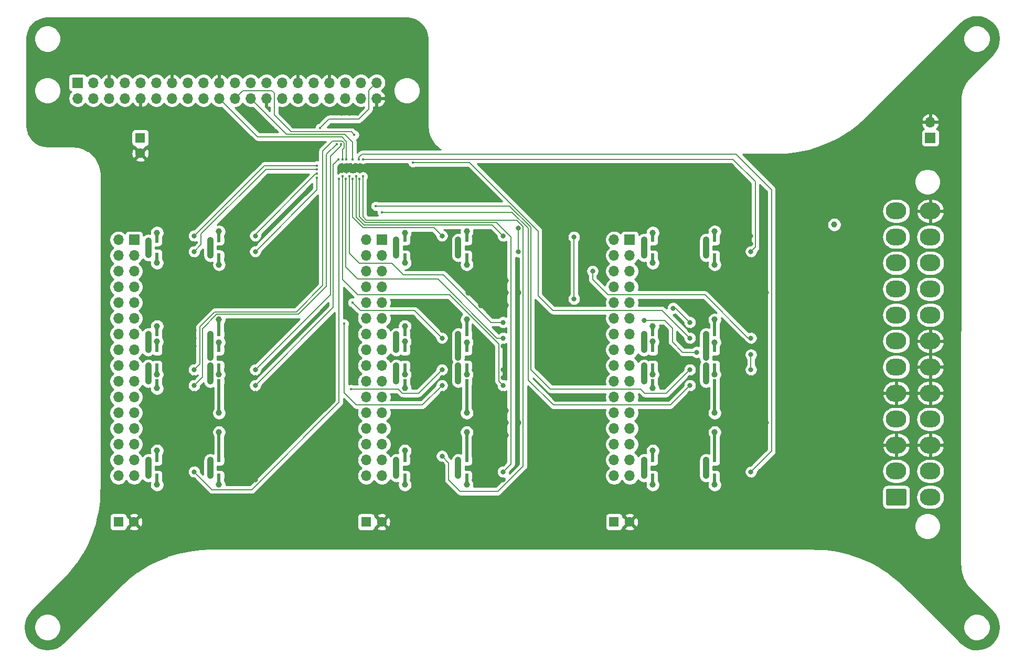
<source format=gbr>
%TF.GenerationSoftware,KiCad,Pcbnew,(5.1.6)-1*%
%TF.CreationDate,2020-07-20T16:14:19+09:00*%
%TF.ProjectId,PWM-LT8500,50574d2d-4c54-4383-9530-302e6b696361,rev?*%
%TF.SameCoordinates,Original*%
%TF.FileFunction,Copper,L4,Bot*%
%TF.FilePolarity,Positive*%
%FSLAX46Y46*%
G04 Gerber Fmt 4.6, Leading zero omitted, Abs format (unit mm)*
G04 Created by KiCad (PCBNEW (5.1.6)-1) date 2020-07-20 16:14:19*
%MOMM*%
%LPD*%
G01*
G04 APERTURE LIST*
%TA.AperFunction,ComponentPad*%
%ADD10C,1.600000*%
%TD*%
%TA.AperFunction,ComponentPad*%
%ADD11R,1.600000X1.600000*%
%TD*%
%TA.AperFunction,ComponentPad*%
%ADD12O,1.700000X1.700000*%
%TD*%
%TA.AperFunction,ComponentPad*%
%ADD13R,1.700000X1.700000*%
%TD*%
%TA.AperFunction,SMDPad,CuDef*%
%ADD14R,0.600000X0.700000*%
%TD*%
%TA.AperFunction,ComponentPad*%
%ADD15O,3.300000X2.700000*%
%TD*%
%TA.AperFunction,ViaPad*%
%ADD16C,0.450000*%
%TD*%
%TA.AperFunction,ViaPad*%
%ADD17C,1.000000*%
%TD*%
%TA.AperFunction,ViaPad*%
%ADD18C,0.800000*%
%TD*%
%TA.AperFunction,Conductor*%
%ADD19C,1.000000*%
%TD*%
%TA.AperFunction,Conductor*%
%ADD20C,0.500000*%
%TD*%
%TA.AperFunction,Conductor*%
%ADD21C,0.200000*%
%TD*%
%TA.AperFunction,Conductor*%
%ADD22C,0.254000*%
%TD*%
G04 APERTURE END LIST*
D10*
%TO.P,C5,2*%
%TO.N,GND*%
X113960000Y-98000000D03*
D11*
%TO.P,C5,1*%
%TO.N,+12V*%
X111460000Y-98000000D03*
%TD*%
D10*
%TO.P,C2,2*%
%TO.N,GND*%
X35000000Y-38500000D03*
D11*
%TO.P,C2,1*%
%TO.N,+3V3*%
X35000000Y-36000000D03*
%TD*%
D12*
%TO.P,J6,2*%
%TO.N,GND*%
X162500000Y-33460000D03*
D13*
%TO.P,J6,1*%
%TO.N,PSU_EN*%
X162500000Y-36000000D03*
%TD*%
D10*
%TO.P,C6,2*%
%TO.N,GND*%
X73960000Y-98000000D03*
D11*
%TO.P,C6,1*%
%TO.N,+12V*%
X71460000Y-98000000D03*
%TD*%
D10*
%TO.P,C4,2*%
%TO.N,GND*%
X33960000Y-98000000D03*
D11*
%TO.P,C4,1*%
%TO.N,+12V*%
X31460000Y-98000000D03*
%TD*%
D12*
%TO.P,J4,39*%
%TO.N,GND*%
X73130000Y-29620000D03*
%TO.P,J4,40*%
%TO.N,LDIBLANK*%
X73130000Y-27080000D03*
%TO.P,J4,37*%
%TO.N,Net-(J4-Pad37)*%
X70590000Y-29620000D03*
%TO.P,J4,38*%
%TO.N,Net-(J4-Pad38)*%
X70590000Y-27080000D03*
%TO.P,J4,35*%
%TO.N,Net-(J4-Pad35)*%
X68050000Y-29620000D03*
%TO.P,J4,36*%
%TO.N,Net-(J4-Pad36)*%
X68050000Y-27080000D03*
%TO.P,J4,33*%
%TO.N,Net-(J4-Pad33)*%
X65510000Y-29620000D03*
%TO.P,J4,34*%
%TO.N,GND*%
X65510000Y-27080000D03*
%TO.P,J4,31*%
%TO.N,Net-(J4-Pad31)*%
X62970000Y-29620000D03*
%TO.P,J4,32*%
%TO.N,Net-(J4-Pad32)*%
X62970000Y-27080000D03*
%TO.P,J4,29*%
%TO.N,Net-(J4-Pad29)*%
X60430000Y-29620000D03*
%TO.P,J4,30*%
%TO.N,GND*%
X60430000Y-27080000D03*
%TO.P,J4,27*%
%TO.N,Net-(J4-Pad27)*%
X57890000Y-29620000D03*
%TO.P,J4,28*%
%TO.N,Net-(J4-Pad28)*%
X57890000Y-27080000D03*
%TO.P,J4,25*%
%TO.N,GND*%
X55350000Y-29620000D03*
%TO.P,J4,26*%
%TO.N,Net-(J4-Pad26)*%
X55350000Y-27080000D03*
%TO.P,J4,23*%
%TO.N,SCLK*%
X52810000Y-29620000D03*
%TO.P,J4,24*%
%TO.N,Net-(J4-Pad24)*%
X52810000Y-27080000D03*
%TO.P,J4,21*%
%TO.N,MISO*%
X50270000Y-29620000D03*
%TO.P,J4,22*%
%TO.N,Net-(J4-Pad22)*%
X50270000Y-27080000D03*
%TO.P,J4,19*%
%TO.N,MOSI*%
X47730000Y-29620000D03*
%TO.P,J4,20*%
%TO.N,GND*%
X47730000Y-27080000D03*
%TO.P,J4,17*%
%TO.N,Net-(J4-Pad17)*%
X45190000Y-29620000D03*
%TO.P,J4,18*%
%TO.N,Net-(J4-Pad18)*%
X45190000Y-27080000D03*
%TO.P,J4,15*%
%TO.N,Net-(J4-Pad15)*%
X42650000Y-29620000D03*
%TO.P,J4,16*%
%TO.N,Net-(J4-Pad16)*%
X42650000Y-27080000D03*
%TO.P,J4,13*%
%TO.N,Net-(J4-Pad13)*%
X40110000Y-29620000D03*
%TO.P,J4,14*%
%TO.N,GND*%
X40110000Y-27080000D03*
%TO.P,J4,11*%
%TO.N,Net-(J4-Pad11)*%
X37570000Y-29620000D03*
%TO.P,J4,12*%
%TO.N,Net-(J4-Pad12)*%
X37570000Y-27080000D03*
%TO.P,J4,9*%
%TO.N,GND*%
X35030000Y-29620000D03*
%TO.P,J4,10*%
%TO.N,Net-(J4-Pad10)*%
X35030000Y-27080000D03*
%TO.P,J4,7*%
%TO.N,Net-(J4-Pad7)*%
X32490000Y-29620000D03*
%TO.P,J4,8*%
%TO.N,Net-(J4-Pad8)*%
X32490000Y-27080000D03*
%TO.P,J4,5*%
%TO.N,Net-(J4-Pad5)*%
X29950000Y-29620000D03*
%TO.P,J4,6*%
%TO.N,GND*%
X29950000Y-27080000D03*
%TO.P,J4,3*%
%TO.N,Net-(J4-Pad3)*%
X27410000Y-29620000D03*
%TO.P,J4,4*%
%TO.N,Net-(J4-Pad4)*%
X27410000Y-27080000D03*
%TO.P,J4,1*%
%TO.N,Net-(J4-Pad1)*%
X24870000Y-29620000D03*
D13*
%TO.P,J4,2*%
%TO.N,Net-(J4-Pad2)*%
X24870000Y-27080000D03*
%TD*%
D12*
%TO.P,J1,17*%
%TO.N,+12V*%
X31460000Y-90550000D03*
%TO.P,J1,1*%
%TO.N,/D0*%
X34000000Y-90550000D03*
%TO.P,J1,18*%
%TO.N,+12V*%
X31460000Y-88010000D03*
%TO.P,J1,2*%
%TO.N,/D1*%
X34000000Y-88010000D03*
%TO.P,J1,19*%
%TO.N,+12V*%
X31460000Y-85470000D03*
%TO.P,J1,3*%
%TO.N,/D2*%
X34000000Y-85470000D03*
%TO.P,J1,20*%
%TO.N,+12V*%
X31460000Y-82930000D03*
%TO.P,J1,4*%
%TO.N,/D3*%
X34000000Y-82930000D03*
%TO.P,J1,21*%
%TO.N,+12V*%
X31460000Y-80390000D03*
%TO.P,J1,5*%
%TO.N,/D4*%
X34000000Y-80390000D03*
%TO.P,J1,22*%
%TO.N,+12V*%
X31460000Y-77850000D03*
%TO.P,J1,6*%
%TO.N,/D5*%
X34000000Y-77850000D03*
%TO.P,J1,23*%
%TO.N,+12V*%
X31460000Y-75310000D03*
%TO.P,J1,7*%
%TO.N,/D6*%
X34000000Y-75310000D03*
%TO.P,J1,24*%
%TO.N,+12V*%
X31460000Y-72770000D03*
%TO.P,J1,8*%
%TO.N,/D7*%
X34000000Y-72770000D03*
%TO.P,J1,25*%
%TO.N,+12V*%
X31460000Y-70230000D03*
%TO.P,J1,9*%
%TO.N,/D8*%
X34000000Y-70230000D03*
%TO.P,J1,26*%
%TO.N,+12V*%
X31460000Y-67690000D03*
%TO.P,J1,10*%
%TO.N,/D9*%
X34000000Y-67690000D03*
%TO.P,J1,27*%
%TO.N,+12V*%
X31460000Y-65150000D03*
%TO.P,J1,11*%
%TO.N,/D10*%
X34000000Y-65150000D03*
%TO.P,J1,28*%
%TO.N,+12V*%
X31460000Y-62610000D03*
%TO.P,J1,12*%
%TO.N,/D11*%
X34000000Y-62610000D03*
%TO.P,J1,29*%
%TO.N,+12V*%
X31460000Y-60070000D03*
%TO.P,J1,13*%
%TO.N,/D12*%
X34000000Y-60070000D03*
%TO.P,J1,30*%
%TO.N,+12V*%
X31460000Y-57530000D03*
%TO.P,J1,14*%
%TO.N,/D13*%
X34000000Y-57530000D03*
%TO.P,J1,31*%
%TO.N,+12V*%
X31460000Y-54990000D03*
%TO.P,J1,15*%
%TO.N,/D14*%
X34000000Y-54990000D03*
%TO.P,J1,32*%
%TO.N,+12V*%
X31460000Y-52450000D03*
D13*
%TO.P,J1,16*%
%TO.N,/D15*%
X34000000Y-52450000D03*
%TD*%
D12*
%TO.P,J2,17*%
%TO.N,+12V*%
X71460000Y-90550000D03*
%TO.P,J2,1*%
%TO.N,/D16*%
X74000000Y-90550000D03*
%TO.P,J2,18*%
%TO.N,+12V*%
X71460000Y-88010000D03*
%TO.P,J2,2*%
%TO.N,/D17*%
X74000000Y-88010000D03*
%TO.P,J2,19*%
%TO.N,+12V*%
X71460000Y-85470000D03*
%TO.P,J2,3*%
%TO.N,/D18*%
X74000000Y-85470000D03*
%TO.P,J2,20*%
%TO.N,+12V*%
X71460000Y-82930000D03*
%TO.P,J2,4*%
%TO.N,/D19*%
X74000000Y-82930000D03*
%TO.P,J2,21*%
%TO.N,+12V*%
X71460000Y-80390000D03*
%TO.P,J2,5*%
%TO.N,/D20*%
X74000000Y-80390000D03*
%TO.P,J2,22*%
%TO.N,+12V*%
X71460000Y-77850000D03*
%TO.P,J2,6*%
%TO.N,/D21*%
X74000000Y-77850000D03*
%TO.P,J2,23*%
%TO.N,+12V*%
X71460000Y-75310000D03*
%TO.P,J2,7*%
%TO.N,/D22*%
X74000000Y-75310000D03*
%TO.P,J2,24*%
%TO.N,+12V*%
X71460000Y-72770000D03*
%TO.P,J2,8*%
%TO.N,/D23*%
X74000000Y-72770000D03*
%TO.P,J2,25*%
%TO.N,+12V*%
X71460000Y-70230000D03*
%TO.P,J2,9*%
%TO.N,/D24*%
X74000000Y-70230000D03*
%TO.P,J2,26*%
%TO.N,+12V*%
X71460000Y-67690000D03*
%TO.P,J2,10*%
%TO.N,/D25*%
X74000000Y-67690000D03*
%TO.P,J2,27*%
%TO.N,+12V*%
X71460000Y-65150000D03*
%TO.P,J2,11*%
%TO.N,/D26*%
X74000000Y-65150000D03*
%TO.P,J2,28*%
%TO.N,+12V*%
X71460000Y-62610000D03*
%TO.P,J2,12*%
%TO.N,/D27*%
X74000000Y-62610000D03*
%TO.P,J2,29*%
%TO.N,+12V*%
X71460000Y-60070000D03*
%TO.P,J2,13*%
%TO.N,/D28*%
X74000000Y-60070000D03*
%TO.P,J2,30*%
%TO.N,+12V*%
X71460000Y-57530000D03*
%TO.P,J2,14*%
%TO.N,/D29*%
X74000000Y-57530000D03*
%TO.P,J2,31*%
%TO.N,+12V*%
X71460000Y-54990000D03*
%TO.P,J2,15*%
%TO.N,/D30*%
X74000000Y-54990000D03*
%TO.P,J2,32*%
%TO.N,+12V*%
X71460000Y-52450000D03*
D13*
%TO.P,J2,16*%
%TO.N,/D31*%
X74000000Y-52450000D03*
%TD*%
D12*
%TO.P,J3,17*%
%TO.N,+12V*%
X111460000Y-90550000D03*
%TO.P,J3,1*%
%TO.N,/D32*%
X114000000Y-90550000D03*
%TO.P,J3,18*%
%TO.N,+12V*%
X111460000Y-88010000D03*
%TO.P,J3,2*%
%TO.N,/D33*%
X114000000Y-88010000D03*
%TO.P,J3,19*%
%TO.N,+12V*%
X111460000Y-85470000D03*
%TO.P,J3,3*%
%TO.N,/D34*%
X114000000Y-85470000D03*
%TO.P,J3,20*%
%TO.N,+12V*%
X111460000Y-82930000D03*
%TO.P,J3,4*%
%TO.N,/D35*%
X114000000Y-82930000D03*
%TO.P,J3,21*%
%TO.N,+12V*%
X111460000Y-80390000D03*
%TO.P,J3,5*%
%TO.N,/D36*%
X114000000Y-80390000D03*
%TO.P,J3,22*%
%TO.N,+12V*%
X111460000Y-77850000D03*
%TO.P,J3,6*%
%TO.N,/D37*%
X114000000Y-77850000D03*
%TO.P,J3,23*%
%TO.N,+12V*%
X111460000Y-75310000D03*
%TO.P,J3,7*%
%TO.N,/D38*%
X114000000Y-75310000D03*
%TO.P,J3,24*%
%TO.N,+12V*%
X111460000Y-72770000D03*
%TO.P,J3,8*%
%TO.N,/D39*%
X114000000Y-72770000D03*
%TO.P,J3,25*%
%TO.N,+12V*%
X111460000Y-70230000D03*
%TO.P,J3,9*%
%TO.N,/D40*%
X114000000Y-70230000D03*
%TO.P,J3,26*%
%TO.N,+12V*%
X111460000Y-67690000D03*
%TO.P,J3,10*%
%TO.N,/D41*%
X114000000Y-67690000D03*
%TO.P,J3,27*%
%TO.N,+12V*%
X111460000Y-65150000D03*
%TO.P,J3,11*%
%TO.N,/D42*%
X114000000Y-65150000D03*
%TO.P,J3,28*%
%TO.N,+12V*%
X111460000Y-62610000D03*
%TO.P,J3,12*%
%TO.N,/D43*%
X114000000Y-62610000D03*
%TO.P,J3,29*%
%TO.N,+12V*%
X111460000Y-60070000D03*
%TO.P,J3,13*%
%TO.N,/D44*%
X114000000Y-60070000D03*
%TO.P,J3,30*%
%TO.N,+12V*%
X111460000Y-57530000D03*
%TO.P,J3,14*%
%TO.N,/D45*%
X114000000Y-57530000D03*
%TO.P,J3,31*%
%TO.N,+12V*%
X111460000Y-54990000D03*
%TO.P,J3,15*%
%TO.N,/D46*%
X114000000Y-54990000D03*
%TO.P,J3,32*%
%TO.N,+12V*%
X111460000Y-52450000D03*
D13*
%TO.P,J3,16*%
%TO.N,/D47*%
X114000000Y-52450000D03*
%TD*%
D14*
%TO.P,D38,1*%
%TO.N,+12V*%
X126300000Y-72770000D03*
%TO.P,D38,2*%
%TO.N,/D37*%
X127700000Y-72770000D03*
%TD*%
D15*
%TO.P,J5,24*%
%TO.N,GND*%
X162500000Y-47800000D03*
%TO.P,J5,23*%
%TO.N,Net-(J5-Pad23)*%
X162500000Y-52000000D03*
%TO.P,J5,22*%
%TO.N,Net-(J5-Pad22)*%
X162500000Y-56200000D03*
%TO.P,J5,21*%
%TO.N,Net-(J5-Pad21)*%
X162500000Y-60400000D03*
%TO.P,J5,20*%
%TO.N,Net-(J5-Pad20)*%
X162500000Y-64600000D03*
%TO.P,J5,19*%
%TO.N,GND*%
X162500000Y-68800000D03*
%TO.P,J5,18*%
X162500000Y-73000000D03*
%TO.P,J5,17*%
X162500000Y-77200000D03*
%TO.P,J5,16*%
%TO.N,PSU_EN*%
X162500000Y-81400000D03*
%TO.P,J5,15*%
%TO.N,GND*%
X162500000Y-85600000D03*
%TO.P,J5,14*%
%TO.N,Net-(J5-Pad14)*%
X162500000Y-89800000D03*
%TO.P,J5,13*%
%TO.N,Net-(J5-Pad13)*%
X162500000Y-94000000D03*
%TO.P,J5,12*%
%TO.N,+3V3*%
X157000000Y-47800000D03*
%TO.P,J5,11*%
%TO.N,Net-(J5-Pad11)*%
X157000000Y-52000000D03*
%TO.P,J5,10*%
%TO.N,+12V*%
X157000000Y-56200000D03*
%TO.P,J5,9*%
%TO.N,Net-(J5-Pad9)*%
X157000000Y-60400000D03*
%TO.P,J5,8*%
%TO.N,Net-(J5-Pad8)*%
X157000000Y-64600000D03*
%TO.P,J5,7*%
%TO.N,Net-(J5-Pad7)*%
X157000000Y-68800000D03*
%TO.P,J5,6*%
%TO.N,Net-(J5-Pad6)*%
X157000000Y-73000000D03*
%TO.P,J5,5*%
%TO.N,GND*%
X157000000Y-77200000D03*
%TO.P,J5,4*%
%TO.N,Net-(J5-Pad4)*%
X157000000Y-81400000D03*
%TO.P,J5,3*%
%TO.N,GND*%
X157000000Y-85600000D03*
%TO.P,J5,2*%
%TO.N,Net-(J5-Pad2)*%
X157000000Y-89800000D03*
%TO.P,J5,1*%
%TO.N,Net-(J5-Pad1)*%
%TA.AperFunction,ComponentPad*%
G36*
G01*
X158399999Y-95350000D02*
X155600001Y-95350000D01*
G75*
G02*
X155350000Y-95099999I0J250001D01*
G01*
X155350000Y-92900001D01*
G75*
G02*
X155600001Y-92650000I250001J0D01*
G01*
X158399999Y-92650000D01*
G75*
G02*
X158650000Y-92900001I0J-250001D01*
G01*
X158650000Y-95099999D01*
G75*
G02*
X158399999Y-95350000I-250001J0D01*
G01*
G37*
%TD.AperFunction*%
%TD*%
D14*
%TO.P,D48,1*%
%TO.N,+12V*%
X116300000Y-52450000D03*
%TO.P,D48,2*%
%TO.N,/D47*%
X117700000Y-52450000D03*
%TD*%
%TO.P,D47,1*%
%TO.N,+12V*%
X116300000Y-54990000D03*
%TO.P,D47,2*%
%TO.N,/D46*%
X117700000Y-54990000D03*
%TD*%
%TO.P,D46,1*%
%TO.N,+12V*%
X126300000Y-52450000D03*
%TO.P,D46,2*%
%TO.N,/D45*%
X127700000Y-52450000D03*
%TD*%
%TO.P,D45,1*%
%TO.N,+12V*%
X126300000Y-54990000D03*
%TO.P,D45,2*%
%TO.N,/D44*%
X127700000Y-54990000D03*
%TD*%
%TO.P,D44,1*%
%TO.N,+12V*%
X126300000Y-67690000D03*
%TO.P,D44,2*%
%TO.N,/D43*%
X127700000Y-67690000D03*
%TD*%
%TO.P,D43,1*%
%TO.N,+12V*%
X126300000Y-70230000D03*
%TO.P,D43,2*%
%TO.N,/D42*%
X127700000Y-70230000D03*
%TD*%
%TO.P,D42,1*%
%TO.N,+12V*%
X116300000Y-67690000D03*
%TO.P,D42,2*%
%TO.N,/D41*%
X117700000Y-67690000D03*
%TD*%
%TO.P,D41,1*%
%TO.N,+12V*%
X116300000Y-70230000D03*
%TO.P,D41,2*%
%TO.N,/D40*%
X117700000Y-70230000D03*
%TD*%
%TO.P,D40,1*%
%TO.N,+12V*%
X116300000Y-72770000D03*
%TO.P,D40,2*%
%TO.N,/D39*%
X117700000Y-72770000D03*
%TD*%
%TO.P,D39,1*%
%TO.N,+12V*%
X116300000Y-75310000D03*
%TO.P,D39,2*%
%TO.N,/D38*%
X117700000Y-75310000D03*
%TD*%
%TO.P,D37,1*%
%TO.N,+12V*%
X126300000Y-75310000D03*
%TO.P,D37,2*%
%TO.N,/D36*%
X127700000Y-75310000D03*
%TD*%
%TO.P,D36,1*%
%TO.N,+12V*%
X126300000Y-88010000D03*
%TO.P,D36,2*%
%TO.N,/D35*%
X127700000Y-88010000D03*
%TD*%
%TO.P,D35,1*%
%TO.N,+12V*%
X126300000Y-90550000D03*
%TO.P,D35,2*%
%TO.N,/D34*%
X127700000Y-90550000D03*
%TD*%
%TO.P,D34,1*%
%TO.N,+12V*%
X116300000Y-88010000D03*
%TO.P,D34,2*%
%TO.N,/D33*%
X117700000Y-88010000D03*
%TD*%
%TO.P,D33,1*%
%TO.N,+12V*%
X116300000Y-90550000D03*
%TO.P,D33,2*%
%TO.N,/D32*%
X117700000Y-90550000D03*
%TD*%
%TO.P,D32,1*%
%TO.N,+12V*%
X76300000Y-52450000D03*
%TO.P,D32,2*%
%TO.N,/D31*%
X77700000Y-52450000D03*
%TD*%
%TO.P,D31,1*%
%TO.N,+12V*%
X76300000Y-54990000D03*
%TO.P,D31,2*%
%TO.N,/D30*%
X77700000Y-54990000D03*
%TD*%
%TO.P,D30,1*%
%TO.N,+12V*%
X86300000Y-52450000D03*
%TO.P,D30,2*%
%TO.N,/D29*%
X87700000Y-52450000D03*
%TD*%
%TO.P,D29,1*%
%TO.N,+12V*%
X86300000Y-54990000D03*
%TO.P,D29,2*%
%TO.N,/D28*%
X87700000Y-54990000D03*
%TD*%
%TO.P,D28,1*%
%TO.N,+12V*%
X86300000Y-67690000D03*
%TO.P,D28,2*%
%TO.N,/D27*%
X87700000Y-67690000D03*
%TD*%
%TO.P,D27,1*%
%TO.N,+12V*%
X86300000Y-70230000D03*
%TO.P,D27,2*%
%TO.N,/D26*%
X87700000Y-70230000D03*
%TD*%
%TO.P,D26,1*%
%TO.N,+12V*%
X76300000Y-67690000D03*
%TO.P,D26,2*%
%TO.N,/D25*%
X77700000Y-67690000D03*
%TD*%
%TO.P,D25,1*%
%TO.N,+12V*%
X76300000Y-70230000D03*
%TO.P,D25,2*%
%TO.N,/D24*%
X77700000Y-70230000D03*
%TD*%
%TO.P,D24,1*%
%TO.N,+12V*%
X76300000Y-72770000D03*
%TO.P,D24,2*%
%TO.N,/D23*%
X77700000Y-72770000D03*
%TD*%
%TO.P,D23,1*%
%TO.N,+12V*%
X76300000Y-75310000D03*
%TO.P,D23,2*%
%TO.N,/D22*%
X77700000Y-75310000D03*
%TD*%
%TO.P,D22,1*%
%TO.N,+12V*%
X86300000Y-72770000D03*
%TO.P,D22,2*%
%TO.N,/D21*%
X87700000Y-72770000D03*
%TD*%
%TO.P,D21,1*%
%TO.N,+12V*%
X86300000Y-75310000D03*
%TO.P,D21,2*%
%TO.N,/D20*%
X87700000Y-75310000D03*
%TD*%
%TO.P,D20,1*%
%TO.N,+12V*%
X86300000Y-88010000D03*
%TO.P,D20,2*%
%TO.N,/D19*%
X87700000Y-88010000D03*
%TD*%
%TO.P,D19,1*%
%TO.N,+12V*%
X86300000Y-90550000D03*
%TO.P,D19,2*%
%TO.N,/D18*%
X87700000Y-90550000D03*
%TD*%
%TO.P,D18,1*%
%TO.N,+12V*%
X76300000Y-88010000D03*
%TO.P,D18,2*%
%TO.N,/D17*%
X77700000Y-88010000D03*
%TD*%
%TO.P,D17,1*%
%TO.N,+12V*%
X76300000Y-90550000D03*
%TO.P,D17,2*%
%TO.N,/D16*%
X77700000Y-90550000D03*
%TD*%
%TO.P,D16,1*%
%TO.N,+12V*%
X36300000Y-52590000D03*
%TO.P,D16,2*%
%TO.N,/D15*%
X37700000Y-52590000D03*
%TD*%
%TO.P,D15,1*%
%TO.N,+12V*%
X36300000Y-54850000D03*
%TO.P,D15,2*%
%TO.N,/D14*%
X37700000Y-54850000D03*
%TD*%
%TO.P,D14,1*%
%TO.N,+12V*%
X46300000Y-52500000D03*
%TO.P,D14,2*%
%TO.N,/D13*%
X47700000Y-52500000D03*
%TD*%
%TO.P,D13,1*%
%TO.N,+12V*%
X46300000Y-54980000D03*
%TO.P,D13,2*%
%TO.N,/D12*%
X47700000Y-54980000D03*
%TD*%
%TO.P,D12,1*%
%TO.N,+12V*%
X46300000Y-67690000D03*
%TO.P,D12,2*%
%TO.N,/D11*%
X47700000Y-67690000D03*
%TD*%
%TO.P,D11,1*%
%TO.N,+12V*%
X46300000Y-70230000D03*
%TO.P,D11,2*%
%TO.N,/D10*%
X47700000Y-70230000D03*
%TD*%
%TO.P,D10,1*%
%TO.N,+12V*%
X36300000Y-67690000D03*
%TO.P,D10,2*%
%TO.N,/D9*%
X37700000Y-67690000D03*
%TD*%
%TO.P,D9,1*%
%TO.N,+12V*%
X36300000Y-70230000D03*
%TO.P,D9,2*%
%TO.N,/D8*%
X37700000Y-70230000D03*
%TD*%
%TO.P,D8,1*%
%TO.N,+12V*%
X36300000Y-72770000D03*
%TO.P,D8,2*%
%TO.N,/D7*%
X37700000Y-72770000D03*
%TD*%
%TO.P,D7,1*%
%TO.N,+12V*%
X36300000Y-75310000D03*
%TO.P,D7,2*%
%TO.N,/D6*%
X37700000Y-75310000D03*
%TD*%
%TO.P,D6,1*%
%TO.N,+12V*%
X46300000Y-72770000D03*
%TO.P,D6,2*%
%TO.N,/D5*%
X47700000Y-72770000D03*
%TD*%
%TO.P,D5,1*%
%TO.N,+12V*%
X46300000Y-75310000D03*
%TO.P,D5,2*%
%TO.N,/D4*%
X47700000Y-75310000D03*
%TD*%
%TO.P,D4,1*%
%TO.N,+12V*%
X46300000Y-88010000D03*
%TO.P,D4,2*%
%TO.N,/D3*%
X47700000Y-88010000D03*
%TD*%
%TO.P,D3,1*%
%TO.N,+12V*%
X46300000Y-90550000D03*
%TO.P,D3,2*%
%TO.N,/D2*%
X47700000Y-90550000D03*
%TD*%
%TO.P,D2,1*%
%TO.N,+12V*%
X36300000Y-88010000D03*
%TO.P,D2,2*%
%TO.N,/D1*%
X37700000Y-88010000D03*
%TD*%
%TO.P,D1,1*%
%TO.N,+12V*%
X36300000Y-90550000D03*
%TO.P,D1,2*%
%TO.N,/D0*%
X37700000Y-90550000D03*
%TD*%
D16*
%TO.N,GND*%
X67600000Y-41500000D03*
X68300000Y-41500000D03*
X69000000Y-41500000D03*
X69700000Y-41500000D03*
X70400000Y-41500000D03*
X68300000Y-40850000D03*
X67600000Y-40850000D03*
X70400000Y-40200000D03*
X69700000Y-40200000D03*
X69000000Y-40200000D03*
X68300000Y-40200000D03*
X67600000Y-40200000D03*
D17*
X50000000Y-82000000D03*
X50000000Y-61000000D03*
X52000000Y-61000000D03*
X54000000Y-61000000D03*
X56000000Y-61000000D03*
D18*
X43700000Y-65775000D03*
X43700000Y-67045000D03*
X43700000Y-68315000D03*
X43700000Y-69585000D03*
X53550000Y-69585000D03*
X53550000Y-68315000D03*
X53550000Y-67045000D03*
X53550000Y-65775000D03*
X43700000Y-74685000D03*
X43700000Y-77225000D03*
X43700000Y-88645000D03*
X43700000Y-91185000D03*
X53550000Y-91185000D03*
X53550000Y-88645000D03*
X53550000Y-77225000D03*
X53550000Y-74685000D03*
X43700000Y-55625000D03*
X43700000Y-53085000D03*
X53550000Y-53085000D03*
X53550000Y-55625000D03*
X83700000Y-91185000D03*
X83700000Y-89915000D03*
X83700000Y-88645000D03*
X83700000Y-77225000D03*
X83700000Y-74685000D03*
X83700000Y-69585000D03*
X83700000Y-67045000D03*
X83700000Y-65775000D03*
X83700000Y-55625000D03*
X83700000Y-54355000D03*
X83700000Y-53085000D03*
X93550000Y-91185000D03*
X93550000Y-88645000D03*
X93550000Y-87375000D03*
X133550000Y-77225000D03*
X93550000Y-74685000D03*
X93550000Y-73415000D03*
X93550000Y-69585000D03*
X93550000Y-67045000D03*
X93550000Y-55625000D03*
X93550000Y-54355000D03*
X93550000Y-53085000D03*
X123700000Y-51815000D03*
X123700000Y-53085000D03*
X123700000Y-54355000D03*
X123700000Y-55625000D03*
X123700000Y-67045000D03*
X123700000Y-69585000D03*
X123700000Y-74685000D03*
X123700000Y-77225000D03*
X123700000Y-87375000D03*
X123700000Y-88645000D03*
X123700000Y-89915000D03*
X123700000Y-91185000D03*
X133550000Y-51815000D03*
X133550000Y-53085000D03*
X133550000Y-55625000D03*
X133550000Y-65775000D03*
X133550000Y-67045000D03*
X133550000Y-69585000D03*
X133550000Y-74685000D03*
X133550000Y-75955000D03*
X93550000Y-77225000D03*
X133550000Y-87375000D03*
X133550000Y-88645000D03*
X133550000Y-91185000D03*
D17*
X48000000Y-61000000D03*
X48000000Y-82000000D03*
X52000000Y-82000000D03*
X54000000Y-82000000D03*
X56000000Y-82000000D03*
X88000000Y-61000000D03*
X90000000Y-61000000D03*
X92000000Y-61000000D03*
X94000000Y-61000000D03*
X96000000Y-61000000D03*
X88000000Y-82000000D03*
X90000000Y-82000000D03*
X92000000Y-82000000D03*
X94000000Y-82000000D03*
X96000000Y-82000000D03*
X128000000Y-61000000D03*
X130000000Y-61000000D03*
X132000000Y-61000000D03*
X134000000Y-61000000D03*
X136000000Y-61000000D03*
X128000000Y-82000000D03*
X130000000Y-82000000D03*
X132000000Y-82000000D03*
X134000000Y-82000000D03*
X136000000Y-82000000D03*
X52000000Y-59000000D03*
X52000000Y-63000000D03*
X52000000Y-80000000D03*
X52000000Y-84000000D03*
X92000000Y-80000000D03*
X92000000Y-84000000D03*
X92000000Y-59000000D03*
X92000000Y-63000000D03*
X132000000Y-59000000D03*
X132000000Y-63000000D03*
X132000000Y-80000000D03*
X132000000Y-84000000D03*
X130000000Y-59000000D03*
X134000000Y-59000000D03*
X134000000Y-63000000D03*
X130000000Y-63000000D03*
X130000000Y-80000000D03*
X134000000Y-80000000D03*
X134000000Y-84000000D03*
X130000000Y-84000000D03*
X90000000Y-80000000D03*
X90000000Y-84000000D03*
X94000000Y-80000000D03*
X94000000Y-84000000D03*
X94000000Y-59000000D03*
X90000000Y-59000000D03*
X90000000Y-63000000D03*
X94000000Y-63000000D03*
X54000000Y-59000000D03*
X50000000Y-59000000D03*
X50000000Y-63000000D03*
X54000000Y-63000000D03*
X50000000Y-80000000D03*
X54000000Y-80000000D03*
X54000000Y-84000000D03*
X50000000Y-84000000D03*
D18*
X53550000Y-87375000D03*
X53550000Y-89915000D03*
X43700000Y-87375000D03*
X68750000Y-32000000D03*
X54500000Y-34500000D03*
X56320000Y-34500000D03*
X67500000Y-32000000D03*
X70000000Y-32000000D03*
X69300000Y-73000000D03*
X69300000Y-74500000D03*
X69300000Y-67000000D03*
X69300000Y-69000000D03*
X101000000Y-60500000D03*
X102500000Y-60500000D03*
X102500000Y-59000000D03*
X101000000Y-59000000D03*
X103000000Y-74000000D03*
X104500000Y-74000000D03*
X106000000Y-74000000D03*
X107500000Y-74000000D03*
X103000000Y-69000000D03*
X104500000Y-69000000D03*
X106000000Y-69000000D03*
X107500000Y-69000000D03*
X103000000Y-78000000D03*
X104500000Y-78000000D03*
X106000000Y-78000000D03*
X107500000Y-78000000D03*
X59000000Y-37000000D03*
X60500000Y-37000000D03*
X62000000Y-37000000D03*
D16*
X69000000Y-40850000D03*
X69700000Y-40850000D03*
X70400000Y-40850000D03*
D17*
%TO.N,+12V*%
X147000000Y-50000000D03*
X46300000Y-53740000D03*
X36300000Y-68960000D03*
X46300000Y-71500000D03*
X36300000Y-74050000D03*
X36300000Y-89280000D03*
X46300000Y-89280000D03*
X46300000Y-74050000D03*
X36300000Y-53740000D03*
X86300000Y-89280000D03*
X76300000Y-89280000D03*
X86300000Y-74050000D03*
X76300000Y-74050000D03*
X86300000Y-71500000D03*
X76300000Y-68960000D03*
X86300000Y-53740000D03*
X76300000Y-53740000D03*
X116300000Y-89280000D03*
X126300000Y-89280000D03*
X126300000Y-74050000D03*
X126300000Y-71500000D03*
X116300000Y-68960000D03*
X126300000Y-53740000D03*
X116300000Y-53740000D03*
X116300000Y-74050000D03*
%TO.N,/D0*%
X37700000Y-92000000D03*
%TO.N,/D1*%
X37700000Y-86500000D03*
%TO.N,/D2*%
X47700000Y-92000000D03*
%TO.N,/D3*%
X47700000Y-83517500D03*
%TO.N,/D4*%
X47700000Y-80390000D03*
%TO.N,/D5*%
X47700000Y-74205000D03*
%TO.N,/D6*%
X37700000Y-76435000D03*
%TO.N,/D7*%
X37700000Y-74205000D03*
%TO.N,/D8*%
X37700000Y-68900000D03*
%TO.N,/D9*%
X37700000Y-66400000D03*
%TO.N,/D10*%
X47700000Y-69000000D03*
%TO.N,/D11*%
X47700000Y-65340978D03*
%TO.N,/D12*%
X47700000Y-56460000D03*
%TO.N,/D13*%
X47700000Y-51120000D03*
%TO.N,/D14*%
X37700000Y-56170000D03*
%TO.N,/D15*%
X37700000Y-51310000D03*
%TO.N,/D16*%
X77700000Y-92000000D03*
%TO.N,/D17*%
X77700000Y-86500000D03*
%TO.N,/D18*%
X87700000Y-92000000D03*
%TO.N,/D19*%
X87700000Y-83517500D03*
%TO.N,/D20*%
X87700000Y-80390000D03*
%TO.N,/D21*%
X87700000Y-74205000D03*
%TO.N,/D22*%
X77700000Y-76435000D03*
%TO.N,/D23*%
X77700000Y-74205000D03*
%TO.N,/D24*%
X77700000Y-68900000D03*
%TO.N,/D25*%
X77700000Y-66400000D03*
%TO.N,/D26*%
X87700000Y-69000000D03*
%TO.N,/D27*%
X87700000Y-65340978D03*
%TO.N,/D28*%
X87700000Y-56460000D03*
%TO.N,/D29*%
X87700000Y-51120000D03*
%TO.N,/D30*%
X77700000Y-56170000D03*
%TO.N,/D31*%
X77700000Y-51310000D03*
%TO.N,/D32*%
X117700000Y-92000000D03*
%TO.N,/D33*%
X117700000Y-86500000D03*
%TO.N,/D34*%
X127700000Y-92000000D03*
%TO.N,/D35*%
X127700000Y-83517500D03*
%TO.N,/D36*%
X127700000Y-80390000D03*
%TO.N,/D37*%
X127700000Y-74205000D03*
%TO.N,/D38*%
X117700000Y-76435000D03*
%TO.N,/D39*%
X117700000Y-74205000D03*
%TO.N,/D40*%
X117700000Y-68900000D03*
%TO.N,/D41*%
X117700000Y-66400000D03*
%TO.N,/D42*%
X127700000Y-69000000D03*
%TO.N,/D43*%
X127700000Y-65340978D03*
%TO.N,/D44*%
X127700000Y-56460000D03*
%TO.N,/D45*%
X127700000Y-51120000D03*
%TO.N,/D46*%
X117700000Y-56170000D03*
%TO.N,/D47*%
X117700000Y-51310000D03*
D16*
%TO.N,PWM0*%
X67075000Y-42580000D03*
D18*
X43700000Y-89915000D03*
D16*
%TO.N,PWM5*%
X67350000Y-37000000D03*
D18*
X53550000Y-73415000D03*
D16*
%TO.N,PWM4*%
X66975000Y-39450000D03*
D18*
X53550000Y-75955000D03*
D16*
%TO.N,PWM7*%
X67625000Y-39450000D03*
D18*
X43700000Y-73415000D03*
D16*
%TO.N,PWM6*%
X66700000Y-37000000D03*
D18*
X43700000Y-75955000D03*
D16*
%TO.N,PWM13*%
X63500000Y-41760000D03*
D18*
X53550000Y-51815000D03*
D16*
%TO.N,PWM12*%
X63500000Y-42410000D03*
D18*
X53550000Y-54355000D03*
D16*
%TO.N,PWM15*%
X63500000Y-40460000D03*
D18*
X43700000Y-51815000D03*
D16*
%TO.N,PWM14*%
X63500000Y-41110000D03*
D18*
X43700000Y-54355000D03*
D16*
%TO.N,PWM17*%
X70925000Y-42230000D03*
D18*
X83700000Y-87375000D03*
%TO.N,PWM18*%
X93550000Y-89915000D03*
D16*
X70375000Y-42580000D03*
%TO.N,PWM20*%
X67625000Y-42230000D03*
D18*
X93550000Y-75955000D03*
D16*
%TO.N,PWM23*%
X68960000Y-76560000D03*
D18*
X83700000Y-73415000D03*
D16*
%TO.N,PWM22*%
X67900000Y-66000000D03*
D18*
X83700000Y-75955000D03*
D16*
%TO.N,PWM24*%
X69240000Y-62570000D03*
D18*
X83700000Y-68315000D03*
D16*
%TO.N,PWM27*%
X68725000Y-42230000D03*
D18*
X93550000Y-65775000D03*
D16*
%TO.N,PWM26*%
X68175000Y-42580000D03*
D18*
X93550000Y-68315000D03*
D16*
%TO.N,PWM29*%
X69825000Y-42230000D03*
D18*
X93550000Y-51815000D03*
%TO.N,PWM28*%
X96000000Y-50580000D03*
X96000000Y-54355000D03*
D16*
%TO.N,PWM31*%
X69275000Y-42580000D03*
D18*
X83700000Y-51815000D03*
%TO.N,PWM34*%
X133550000Y-89915000D03*
D16*
X70275000Y-39450000D03*
D18*
%TO.N,PWM37*%
X133550000Y-71000000D03*
X124795000Y-70600000D03*
X116300000Y-65500000D03*
X133550000Y-73415000D03*
%TO.N,PWM39*%
X123700000Y-73415000D03*
D16*
X73000000Y-47000000D03*
D18*
%TO.N,PWM38*%
X123700000Y-75955000D03*
D16*
X74000000Y-48000000D03*
D18*
%TO.N,PWM41*%
X121000000Y-63500000D03*
X105000000Y-62000000D03*
X105000000Y-52000000D03*
X123700000Y-65775000D03*
D16*
%TO.N,PWM40*%
X79000000Y-40000000D03*
D18*
X123700000Y-68315000D03*
%TO.N,PWM42*%
X108000000Y-57500000D03*
X133550000Y-68315000D03*
%TO.N,PWM44*%
X133550000Y-54355000D03*
D16*
X70925000Y-39450000D03*
%TO.N,SCLK*%
X69275000Y-39450000D03*
%TO.N,MOSI*%
X68275000Y-39450000D03*
%TO.N,MISO*%
X69550010Y-35500000D03*
%TO.N,LDIBLANK*%
X64000000Y-34400000D03*
%TD*%
D19*
%TO.N,+12V*%
X36300000Y-88010000D02*
X36300000Y-89280000D01*
X36300000Y-90550000D02*
X36300000Y-89280000D01*
X46300000Y-88010000D02*
X46300000Y-89280000D01*
X46300000Y-90550000D02*
X46300000Y-89280000D01*
X36300000Y-75310000D02*
X36300000Y-74050000D01*
X36300000Y-72770000D02*
X36300000Y-74050000D01*
X46300000Y-72770000D02*
X46300000Y-74050000D01*
X46300000Y-75310000D02*
X46300000Y-74050000D01*
X46300000Y-70230000D02*
X46300000Y-71500000D01*
X46300000Y-67690000D02*
X46300000Y-70230000D01*
X36300000Y-70230000D02*
X36300000Y-68960000D01*
X36300000Y-67690000D02*
X36300000Y-68960000D01*
X46300000Y-54980000D02*
X46300000Y-53740000D01*
X46300000Y-52500000D02*
X46300000Y-53740000D01*
X36300000Y-52590000D02*
X36300000Y-53740000D01*
X36300000Y-54850000D02*
X36300000Y-53740000D01*
X76300000Y-52450000D02*
X76300000Y-53740000D01*
X76300000Y-54990000D02*
X76300000Y-53740000D01*
X86300000Y-52450000D02*
X86300000Y-53740000D01*
X86300000Y-54990000D02*
X86300000Y-53740000D01*
X76300000Y-67690000D02*
X76300000Y-68960000D01*
X76300000Y-70230000D02*
X76300000Y-68960000D01*
X86300000Y-67690000D02*
X86300000Y-71500000D01*
X86300000Y-72770000D02*
X86300000Y-74050000D01*
X86300000Y-75310000D02*
X86300000Y-74050000D01*
X76300000Y-72770000D02*
X76300000Y-74050000D01*
X76300000Y-75310000D02*
X76300000Y-74050000D01*
X76300000Y-88010000D02*
X76300000Y-89280000D01*
X76300000Y-90550000D02*
X76300000Y-89280000D01*
X86300000Y-88010000D02*
X86300000Y-89280000D01*
X86300000Y-90550000D02*
X86300000Y-89280000D01*
X116300000Y-52450000D02*
X116300000Y-53740000D01*
X116300000Y-54990000D02*
X116300000Y-53740000D01*
X126300000Y-52450000D02*
X126300000Y-53740000D01*
X126300000Y-54990000D02*
X126300000Y-53740000D01*
X116300000Y-67690000D02*
X116300000Y-68960000D01*
X116300000Y-70230000D02*
X116300000Y-68960000D01*
X126300000Y-67690000D02*
X126300000Y-71500000D01*
X126300000Y-72770000D02*
X126300000Y-74050000D01*
X126300000Y-75310000D02*
X126300000Y-74050000D01*
X116300000Y-75310000D02*
X116300000Y-74050000D01*
X116300000Y-72770000D02*
X116300000Y-74050000D01*
X116300000Y-88010000D02*
X116300000Y-89280000D01*
X116300000Y-90550000D02*
X116300000Y-89280000D01*
X126300000Y-88010000D02*
X126300000Y-89280000D01*
X126300000Y-90550000D02*
X126300000Y-89280000D01*
D20*
%TO.N,/D0*%
X37700000Y-90550000D02*
X37700000Y-92000000D01*
%TO.N,/D1*%
X37700000Y-88010000D02*
X37700000Y-86500000D01*
%TO.N,/D2*%
X47700000Y-90550000D02*
X47700000Y-92000000D01*
%TO.N,/D3*%
X47700000Y-88010000D02*
X47700000Y-83517500D01*
%TO.N,/D4*%
X47700000Y-75310000D02*
X47700000Y-80390000D01*
%TO.N,/D5*%
X47700000Y-72770000D02*
X47700000Y-74205000D01*
%TO.N,/D6*%
X37700000Y-75310000D02*
X37700000Y-76435000D01*
%TO.N,/D7*%
X37700000Y-72770000D02*
X37700000Y-74205000D01*
%TO.N,/D8*%
X37700000Y-70230000D02*
X37700000Y-68900000D01*
%TO.N,/D9*%
X37700000Y-67690000D02*
X37700000Y-66400000D01*
%TO.N,/D10*%
X47700000Y-70230000D02*
X47700000Y-69000000D01*
%TO.N,/D11*%
X47700000Y-67690000D02*
X47700000Y-65340978D01*
%TO.N,/D12*%
X47700000Y-54980000D02*
X47700000Y-56460000D01*
%TO.N,/D13*%
X47700000Y-52500000D02*
X47700000Y-51120000D01*
%TO.N,/D14*%
X37700000Y-54850000D02*
X37700000Y-56170000D01*
%TO.N,/D15*%
X37700000Y-52590000D02*
X37700000Y-51310000D01*
%TO.N,/D16*%
X77700000Y-90550000D02*
X77700000Y-92000000D01*
%TO.N,/D17*%
X77700000Y-88010000D02*
X77700000Y-86500000D01*
%TO.N,/D18*%
X87700000Y-90550000D02*
X87700000Y-92000000D01*
%TO.N,/D19*%
X87700000Y-88010000D02*
X87700000Y-83517500D01*
%TO.N,/D20*%
X87700000Y-75310000D02*
X87700000Y-80390000D01*
%TO.N,/D21*%
X87700000Y-72770000D02*
X87700000Y-74205000D01*
%TO.N,/D22*%
X77700000Y-75310000D02*
X77700000Y-76435000D01*
%TO.N,/D23*%
X77700000Y-72770000D02*
X77700000Y-74205000D01*
%TO.N,/D24*%
X77700000Y-70230000D02*
X77700000Y-68900000D01*
%TO.N,/D25*%
X77700000Y-67690000D02*
X77700000Y-66400000D01*
%TO.N,/D26*%
X87700000Y-70230000D02*
X87700000Y-69000000D01*
%TO.N,/D27*%
X87700000Y-67690000D02*
X87700000Y-65340978D01*
%TO.N,/D28*%
X87700000Y-54990000D02*
X87700000Y-56460000D01*
%TO.N,/D29*%
X87700000Y-52450000D02*
X87700000Y-51120000D01*
%TO.N,/D30*%
X77700000Y-54990000D02*
X77700000Y-56170000D01*
%TO.N,/D31*%
X77700000Y-52450000D02*
X77700000Y-51310000D01*
%TO.N,/D32*%
X117700000Y-90550000D02*
X117700000Y-92000000D01*
%TO.N,/D33*%
X117700000Y-88010000D02*
X117700000Y-86500000D01*
%TO.N,/D34*%
X127700000Y-90550000D02*
X127700000Y-92000000D01*
%TO.N,/D35*%
X127700000Y-88010000D02*
X127700000Y-83517500D01*
%TO.N,/D36*%
X127700000Y-75310000D02*
X127700000Y-80390000D01*
%TO.N,/D37*%
X127700000Y-72770000D02*
X127700000Y-74205000D01*
%TO.N,/D38*%
X117700000Y-75310000D02*
X117700000Y-76435000D01*
%TO.N,/D39*%
X117700000Y-72770000D02*
X117700000Y-74205000D01*
%TO.N,/D40*%
X117700000Y-70230000D02*
X117700000Y-68900000D01*
%TO.N,/D41*%
X117700000Y-67690000D02*
X117700000Y-66400000D01*
%TO.N,/D42*%
X127700000Y-70230000D02*
X127700000Y-69000000D01*
%TO.N,/D43*%
X127700000Y-67690000D02*
X127700000Y-65340978D01*
%TO.N,/D44*%
X127700000Y-54990000D02*
X127700000Y-56460000D01*
%TO.N,/D45*%
X127700000Y-52450000D02*
X127700000Y-51120000D01*
%TO.N,/D46*%
X117700000Y-54990000D02*
X117700000Y-56170000D01*
%TO.N,/D47*%
X117700000Y-52450000D02*
X117700000Y-51310000D01*
D21*
%TO.N,PWM0*%
X67075000Y-78696002D02*
X52971001Y-92800001D01*
X46585001Y-92800001D02*
X43700000Y-89915000D01*
X67075000Y-42580000D02*
X67075000Y-78696002D01*
X52971001Y-92800001D02*
X46585001Y-92800001D01*
%TO.N,PWM5*%
X65670000Y-61295000D02*
X53550000Y-73415000D01*
X67350000Y-37000000D02*
X67350000Y-37318198D01*
X65670000Y-38998198D02*
X65670000Y-61295000D01*
X67350000Y-37318198D02*
X65670000Y-38998198D01*
%TO.N,PWM4*%
X66120000Y-63385000D02*
X53550000Y-75955000D01*
X66975000Y-39450000D02*
X66120000Y-40305000D01*
X66120000Y-40305000D02*
X66120000Y-63385000D01*
%TO.N,PWM7*%
X67625000Y-37855000D02*
X67625000Y-39450000D01*
X67875001Y-37604999D02*
X67625000Y-37855000D01*
X47019010Y-64089990D02*
X60170010Y-64089990D01*
X43700000Y-73415000D02*
X44590000Y-72525000D01*
X60170010Y-64089990D02*
X64440000Y-59820000D01*
X44590000Y-72525000D02*
X44590000Y-66519000D01*
X44590000Y-66519000D02*
X47019010Y-64089990D01*
X64440000Y-59820000D02*
X64440000Y-38090000D01*
X64440000Y-38090000D02*
X66055001Y-36474999D01*
X66055001Y-36474999D02*
X67602001Y-36474999D01*
X67602001Y-36474999D02*
X67875001Y-36747999D01*
X67875001Y-36747999D02*
X67875001Y-37604999D01*
%TO.N,PWM6*%
X45040000Y-74615000D02*
X43700000Y-75955000D01*
X45040000Y-66816976D02*
X45040000Y-74615000D01*
X65040000Y-38660000D02*
X65040000Y-60000000D01*
X47366976Y-64490000D02*
X45040000Y-66816976D01*
X66700000Y-37000000D02*
X65040000Y-38660000D01*
X65040000Y-60000000D02*
X60550000Y-64490000D01*
X60550000Y-64490000D02*
X47366976Y-64490000D01*
%TO.N,PWM13*%
X53550000Y-51582998D02*
X53550000Y-51815000D01*
X63247999Y-41884999D02*
X53550000Y-51582998D01*
X63425001Y-41884999D02*
X63247999Y-41884999D01*
X63500000Y-41810000D02*
X63425001Y-41884999D01*
X63500000Y-41760000D02*
X63500000Y-41810000D01*
%TO.N,PWM12*%
X63500000Y-44405000D02*
X53550000Y-54355000D01*
X63500000Y-42410000D02*
X63500000Y-44405000D01*
%TO.N,PWM15*%
X63500000Y-40460000D02*
X55055000Y-40460000D01*
X55055000Y-40460000D02*
X43700000Y-51815000D01*
%TO.N,PWM14*%
X55250000Y-41110000D02*
X44820000Y-51540000D01*
X44820000Y-51540000D02*
X44820000Y-53235000D01*
X63500000Y-41110000D02*
X55250000Y-41110000D01*
X44820000Y-53235000D02*
X43700000Y-54355000D01*
%TO.N,PWM17*%
X84790000Y-88465000D02*
X83700000Y-87375000D01*
X84790000Y-91220000D02*
X84790000Y-88465000D01*
X86640000Y-93070000D02*
X84790000Y-91220000D01*
X96800001Y-88971001D02*
X92701002Y-93070000D01*
X70925000Y-48715000D02*
X71490000Y-49280000D01*
X92701002Y-93070000D02*
X86640000Y-93070000D01*
X70925000Y-42230000D02*
X70925000Y-48715000D01*
X95736002Y-49280000D02*
X96800001Y-50343999D01*
X71490000Y-49280000D02*
X95736002Y-49280000D01*
X96800001Y-50343999D02*
X96800001Y-88971001D01*
%TO.N,PWM18*%
X94810000Y-88655000D02*
X93550000Y-89915000D01*
X70375000Y-48735000D02*
X71320000Y-49680000D01*
X92451002Y-49680000D02*
X94810000Y-52038998D01*
X70375000Y-42580000D02*
X70375000Y-48735000D01*
X94810000Y-52038998D02*
X94810000Y-88655000D01*
X71320000Y-49680000D02*
X92451002Y-49680000D01*
%TO.N,PWM20*%
X92849999Y-75254999D02*
X93550000Y-75955000D01*
X67625000Y-58895000D02*
X70080000Y-61350000D01*
X84893024Y-61350000D02*
X92849999Y-69306975D01*
X67625000Y-42230000D02*
X67625000Y-58895000D01*
X70080000Y-61350000D02*
X84893024Y-61350000D01*
X92849999Y-69306975D02*
X92849999Y-75254999D01*
%TO.N,PWM23*%
X79879999Y-77235001D02*
X83700000Y-73415000D01*
X77315999Y-77235001D02*
X79879999Y-77235001D01*
X76640998Y-76560000D02*
X77315999Y-77235001D01*
X68960000Y-76560000D02*
X76640998Y-76560000D01*
%TO.N,PWM22*%
X69860000Y-79110000D02*
X80545000Y-79110000D01*
X80545000Y-79110000D02*
X83700000Y-75955000D01*
X67900000Y-77150000D02*
X69860000Y-79110000D01*
X67900000Y-66000000D02*
X67900000Y-77150000D01*
%TO.N,PWM24*%
X69240000Y-62570000D02*
X70550000Y-63880000D01*
X79265000Y-63880000D02*
X83700000Y-68315000D01*
X70550000Y-63880000D02*
X79265000Y-63880000D01*
%TO.N,PWM27*%
X91590998Y-65775000D02*
X93550000Y-65775000D01*
X83915998Y-58100000D02*
X91590998Y-65775000D01*
X68725000Y-54615000D02*
X70360000Y-56250000D01*
X75600000Y-56250000D02*
X77450000Y-58100000D01*
X68725000Y-42230000D02*
X68725000Y-54615000D01*
X70360000Y-56250000D02*
X75600000Y-56250000D01*
X77450000Y-58100000D02*
X83915998Y-58100000D01*
%TO.N,PWM26*%
X92555000Y-68315000D02*
X93550000Y-68315000D01*
X70090000Y-58790000D02*
X83030000Y-58790000D01*
X83030000Y-58790000D02*
X92555000Y-68315000D01*
X68175000Y-42580000D02*
X68175000Y-56875000D01*
X68175000Y-56875000D02*
X70090000Y-58790000D01*
%TO.N,PWM29*%
X91815011Y-50080011D02*
X93550000Y-51815000D01*
X71150011Y-50080011D02*
X91815011Y-50080011D01*
X69825000Y-42230000D02*
X69825000Y-48755000D01*
X69825000Y-48755000D02*
X71150011Y-50080011D01*
%TO.N,PWM28*%
X96000000Y-50580000D02*
X96000000Y-54355000D01*
%TO.N,PWM31*%
X70980022Y-50480022D02*
X82365022Y-50480022D01*
X82365022Y-50480022D02*
X83700000Y-51815000D01*
X69275000Y-42580000D02*
X69275000Y-48775000D01*
X69275000Y-48775000D02*
X70980022Y-50480022D01*
%TO.N,PWM34*%
X70275000Y-39131802D02*
X70766802Y-38640000D01*
X136880000Y-86585000D02*
X133550000Y-89915000D01*
X70275000Y-39450000D02*
X70275000Y-39131802D01*
X136880000Y-44360000D02*
X136880000Y-86585000D01*
X131160000Y-38640000D02*
X136880000Y-44360000D01*
X70766802Y-38640000D02*
X131160000Y-38640000D01*
%TO.N,PWM37*%
X122550000Y-70600000D02*
X124795000Y-70600000D01*
X120870000Y-68920000D02*
X122550000Y-70600000D01*
X120870000Y-66710000D02*
X120870000Y-68920000D01*
X116300000Y-65500000D02*
X119660000Y-65500000D01*
X119660000Y-65500000D02*
X120870000Y-66710000D01*
X133550000Y-71000000D02*
X133550000Y-73415000D01*
%TO.N,PWM39*%
X119879999Y-77235001D02*
X123700000Y-73415000D01*
X115760000Y-76570000D02*
X116425001Y-77235001D01*
X101200000Y-76570000D02*
X115760000Y-76570000D01*
X116425001Y-77235001D02*
X119879999Y-77235001D01*
X98020000Y-73390000D02*
X101200000Y-76570000D01*
X98020000Y-50432602D02*
X98020000Y-73390000D01*
X94587399Y-47000000D02*
X73000000Y-47000000D01*
X98020000Y-50432602D02*
X94587399Y-47000000D01*
%TO.N,PWM38*%
X95021700Y-48000000D02*
X74000000Y-48000000D01*
X120525000Y-79130000D02*
X101650000Y-79130000D01*
X123700000Y-75955000D02*
X120525000Y-79130000D01*
X97620000Y-75100000D02*
X97620000Y-50598300D01*
X101650000Y-79130000D02*
X97620000Y-75100000D01*
X97620000Y-50598300D02*
X95021700Y-48000000D01*
%TO.N,PWM41*%
X121425000Y-63500000D02*
X121000000Y-63500000D01*
X123700000Y-65775000D02*
X121425000Y-63500000D01*
X105000000Y-62000000D02*
X105000000Y-52000000D01*
%TO.N,PWM40*%
X88153096Y-40000000D02*
X99200000Y-51046904D01*
X119235000Y-63850000D02*
X123700000Y-68315000D01*
X79000000Y-40000000D02*
X88153096Y-40000000D01*
X99200000Y-51046904D02*
X99200000Y-61480000D01*
X99200000Y-61480000D02*
X101570000Y-63850000D01*
X101570000Y-63850000D02*
X119235000Y-63850000D01*
%TO.N,PWM42*%
X133125000Y-68315000D02*
X133550000Y-68315000D01*
X126140000Y-61330000D02*
X133125000Y-68315000D01*
X108000000Y-57500000D02*
X108000000Y-58880000D01*
X110450000Y-61330000D02*
X126140000Y-61330000D01*
X108000000Y-58880000D02*
X110450000Y-61330000D01*
%TO.N,PWM44*%
X134250001Y-53654999D02*
X133550000Y-54355000D01*
X134250001Y-43030003D02*
X134250001Y-53654999D01*
X130669998Y-39450000D02*
X134250001Y-43030003D01*
X70925000Y-39450000D02*
X130669998Y-39450000D01*
%TO.N,SCLK*%
X69275000Y-36695000D02*
X69275000Y-39450000D01*
X68000000Y-35420000D02*
X69275000Y-36695000D01*
X52810000Y-29620000D02*
X58610000Y-35420000D01*
X58610000Y-35420000D02*
X68000000Y-35420000D01*
%TO.N,MOSI*%
X68275011Y-36582310D02*
X68275011Y-39449989D01*
X67522701Y-35830000D02*
X68275011Y-36582310D01*
X47730000Y-29620000D02*
X53940000Y-35830000D01*
X68275011Y-39449989D02*
X68275000Y-39450000D01*
X53940000Y-35830000D02*
X67522701Y-35830000D01*
%TO.N,MISO*%
X69070010Y-35020000D02*
X69550010Y-35500000D01*
X51540000Y-28350000D02*
X56220000Y-28350000D01*
X56630000Y-28760000D02*
X56630000Y-32320000D01*
X59330000Y-35020000D02*
X69070010Y-35020000D01*
X50270000Y-29620000D02*
X51540000Y-28350000D01*
X56220000Y-28350000D02*
X56630000Y-28760000D01*
X56630000Y-32320000D02*
X59330000Y-35020000D01*
%TO.N,LDIBLANK*%
X70290000Y-32970000D02*
X71870000Y-31390000D01*
X71870000Y-28340000D02*
X73130000Y-27080000D01*
X64000000Y-34400000D02*
X65430000Y-32970000D01*
X71870000Y-31390000D02*
X71870000Y-28340000D01*
X65430000Y-32970000D02*
X70290000Y-32970000D01*
%TD*%
D22*
%TO.N,GND*%
G36*
X170682997Y-16486291D02*
G01*
X171352473Y-16685871D01*
X171970430Y-17011683D01*
X172513338Y-17451321D01*
X172960515Y-17988039D01*
X173294922Y-18601386D01*
X173503830Y-19268012D01*
X173579278Y-19962521D01*
X173518393Y-20658444D01*
X173323490Y-21329303D01*
X173002001Y-21949520D01*
X172547369Y-22519028D01*
X172531553Y-22535066D01*
X168970387Y-26096235D01*
X168962362Y-26106014D01*
X168725193Y-26362085D01*
X168723022Y-26364894D01*
X168720417Y-26367298D01*
X168672710Y-26426439D01*
X168155421Y-27149207D01*
X168144887Y-27167097D01*
X168132360Y-27183665D01*
X168095881Y-27250320D01*
X167714759Y-28053271D01*
X167707559Y-28072743D01*
X167698165Y-28091267D01*
X167674065Y-28163329D01*
X167441156Y-29021079D01*
X167437517Y-29041527D01*
X167431554Y-29061413D01*
X167420596Y-29136604D01*
X167343572Y-30018505D01*
X167340761Y-30047043D01*
X167340000Y-104962412D01*
X167341186Y-104974459D01*
X167353870Y-105320375D01*
X167354305Y-105323819D01*
X167354160Y-105327281D01*
X167362102Y-105402850D01*
X167505759Y-106280108D01*
X167510923Y-106300220D01*
X167513741Y-106320793D01*
X167534941Y-106393761D01*
X167831675Y-107231716D01*
X167840322Y-107250602D01*
X167846737Y-107270346D01*
X167880522Y-107338407D01*
X168320957Y-108110571D01*
X168332809Y-108127624D01*
X168342621Y-108145923D01*
X168387925Y-108206925D01*
X168956312Y-108886708D01*
X168974919Y-108909374D01*
X172510507Y-112443895D01*
X172974488Y-113008755D01*
X173304608Y-113624426D01*
X173508856Y-114292491D01*
X173579452Y-114987503D01*
X173513709Y-115682995D01*
X173314129Y-116352474D01*
X172988316Y-116970432D01*
X172548677Y-117513341D01*
X172011962Y-117960515D01*
X171398614Y-118294922D01*
X170731988Y-118503830D01*
X170037479Y-118579278D01*
X169341556Y-118518393D01*
X168670697Y-118323490D01*
X168050480Y-118002001D01*
X167480972Y-117547369D01*
X167464935Y-117531554D01*
X164719704Y-114786323D01*
X167830497Y-114786323D01*
X167830497Y-115213677D01*
X167913870Y-115632821D01*
X168077412Y-116027645D01*
X168314837Y-116382977D01*
X168617023Y-116685163D01*
X168972355Y-116922588D01*
X169367179Y-117086130D01*
X169786323Y-117169503D01*
X170213677Y-117169503D01*
X170632821Y-117086130D01*
X171027645Y-116922588D01*
X171382977Y-116685163D01*
X171685163Y-116382977D01*
X171922588Y-116027645D01*
X172086130Y-115632821D01*
X172169503Y-115213677D01*
X172169503Y-114786323D01*
X172086130Y-114367179D01*
X171922588Y-113972355D01*
X171685163Y-113617023D01*
X171382977Y-113314837D01*
X171027645Y-113077412D01*
X170632821Y-112913870D01*
X170213677Y-112830497D01*
X169786323Y-112830497D01*
X169367179Y-112913870D01*
X168972355Y-113077412D01*
X168617023Y-113314837D01*
X168314837Y-113617023D01*
X168077412Y-113972355D01*
X167913870Y-114367179D01*
X167830497Y-114786323D01*
X164719704Y-114786323D01*
X158313765Y-108380387D01*
X158304559Y-108372832D01*
X157243805Y-107385909D01*
X157229958Y-107374131D01*
X157216525Y-107361895D01*
X157203103Y-107351014D01*
X155806294Y-106248691D01*
X155789469Y-106236589D01*
X155772956Y-106224041D01*
X155758619Y-106214396D01*
X154269349Y-105240606D01*
X154251504Y-105230040D01*
X154233952Y-105219017D01*
X154218815Y-105210685D01*
X152648876Y-104373137D01*
X152630179Y-104364207D01*
X152611699Y-104354779D01*
X152595881Y-104347826D01*
X150957705Y-103653154D01*
X150938290Y-103645922D01*
X150919043Y-103638173D01*
X150902681Y-103632658D01*
X150902671Y-103632654D01*
X150902664Y-103632652D01*
X149209226Y-103086356D01*
X149189237Y-103080877D01*
X149169387Y-103074872D01*
X149152588Y-103070830D01*
X147417286Y-102677232D01*
X147396901Y-102673553D01*
X147376583Y-102669335D01*
X147359491Y-102666802D01*
X145596071Y-102429021D01*
X145575448Y-102427170D01*
X145554827Y-102424773D01*
X145537578Y-102423770D01*
X143777515Y-102344477D01*
X143762736Y-102343021D01*
X46237602Y-102339999D01*
X46225382Y-102341202D01*
X44780749Y-102394897D01*
X44762662Y-102396377D01*
X44744544Y-102397241D01*
X44727361Y-102399056D01*
X42960153Y-102609115D01*
X42939706Y-102612474D01*
X42919155Y-102615299D01*
X42902201Y-102618634D01*
X41160662Y-102984956D01*
X41140582Y-102990123D01*
X41120376Y-102994761D01*
X41103786Y-102999590D01*
X39401706Y-103519275D01*
X39382176Y-103526202D01*
X39362451Y-103532622D01*
X39346356Y-103538906D01*
X37697212Y-104207839D01*
X37678385Y-104216470D01*
X37659299Y-104224622D01*
X37643826Y-104232313D01*
X36060674Y-105045197D01*
X36042692Y-105055466D01*
X36024403Y-105065284D01*
X36009676Y-105074320D01*
X34505053Y-106024718D01*
X34488065Y-106036538D01*
X34470710Y-106047950D01*
X34456844Y-106058259D01*
X33042662Y-107138648D01*
X33026763Y-107151956D01*
X33010522Y-107164841D01*
X32997627Y-107176342D01*
X31698197Y-108366160D01*
X31686913Y-108375425D01*
X22556090Y-117510519D01*
X21991245Y-117974488D01*
X21375577Y-118304606D01*
X20707509Y-118508856D01*
X20012497Y-118579452D01*
X19317005Y-118513709D01*
X18647526Y-118314129D01*
X18029568Y-117988316D01*
X17486659Y-117548677D01*
X17039485Y-117011962D01*
X16705078Y-116398614D01*
X16496170Y-115731988D01*
X16420722Y-115037479D01*
X16442695Y-114786323D01*
X17830497Y-114786323D01*
X17830497Y-115213677D01*
X17913870Y-115632821D01*
X18077412Y-116027645D01*
X18314837Y-116382977D01*
X18617023Y-116685163D01*
X18972355Y-116922588D01*
X19367179Y-117086130D01*
X19786323Y-117169503D01*
X20213677Y-117169503D01*
X20632821Y-117086130D01*
X21027645Y-116922588D01*
X21382977Y-116685163D01*
X21685163Y-116382977D01*
X21922588Y-116027645D01*
X22086130Y-115632821D01*
X22169503Y-115213677D01*
X22169503Y-114786323D01*
X22086130Y-114367179D01*
X21922588Y-113972355D01*
X21685163Y-113617023D01*
X21382977Y-113314837D01*
X21027645Y-113077412D01*
X20632821Y-112913870D01*
X20213677Y-112830497D01*
X19786323Y-112830497D01*
X19367179Y-112913870D01*
X18972355Y-113077412D01*
X18617023Y-113314837D01*
X18314837Y-113617023D01*
X18077412Y-113972355D01*
X17913870Y-114367179D01*
X17830497Y-114786323D01*
X16442695Y-114786323D01*
X16481608Y-114341554D01*
X16676510Y-113670695D01*
X16998001Y-113050477D01*
X17452631Y-112480972D01*
X17468517Y-112464863D01*
X22629613Y-107303766D01*
X22637283Y-107294420D01*
X23621093Y-106235715D01*
X23632836Y-106221893D01*
X23645051Y-106208469D01*
X23655924Y-106195041D01*
X24757527Y-104797664D01*
X24769621Y-104780833D01*
X24782161Y-104764313D01*
X24791798Y-104749972D01*
X25764820Y-103260201D01*
X25775367Y-103242366D01*
X25786392Y-103224792D01*
X25794716Y-103209651D01*
X26631455Y-101639282D01*
X26640387Y-101620555D01*
X26649793Y-101602095D01*
X26656738Y-101586274D01*
X27350567Y-99947740D01*
X27357791Y-99928314D01*
X27365527Y-99909071D01*
X27371038Y-99892695D01*
X27916464Y-98198971D01*
X27921935Y-98178973D01*
X27927927Y-98159126D01*
X27931961Y-98142324D01*
X28145187Y-97200000D01*
X30021928Y-97200000D01*
X30021928Y-98800000D01*
X30034188Y-98924482D01*
X30070498Y-99044180D01*
X30129463Y-99154494D01*
X30208815Y-99251185D01*
X30305506Y-99330537D01*
X30415820Y-99389502D01*
X30535518Y-99425812D01*
X30660000Y-99438072D01*
X32260000Y-99438072D01*
X32384482Y-99425812D01*
X32504180Y-99389502D01*
X32614494Y-99330537D01*
X32711185Y-99251185D01*
X32790537Y-99154494D01*
X32849502Y-99044180D01*
X32865117Y-98992702D01*
X33146903Y-98992702D01*
X33218486Y-99236671D01*
X33473996Y-99357571D01*
X33748184Y-99426300D01*
X34030512Y-99440217D01*
X34310130Y-99398787D01*
X34576292Y-99303603D01*
X34701514Y-99236671D01*
X34773097Y-98992702D01*
X33960000Y-98179605D01*
X33146903Y-98992702D01*
X32865117Y-98992702D01*
X32885812Y-98924482D01*
X32898072Y-98800000D01*
X32898072Y-98792785D01*
X32967298Y-98813097D01*
X33780395Y-98000000D01*
X34139605Y-98000000D01*
X34952702Y-98813097D01*
X35196671Y-98741514D01*
X35317571Y-98486004D01*
X35386300Y-98211816D01*
X35400217Y-97929488D01*
X35358787Y-97649870D01*
X35263603Y-97383708D01*
X35196671Y-97258486D01*
X34997340Y-97200000D01*
X70021928Y-97200000D01*
X70021928Y-98800000D01*
X70034188Y-98924482D01*
X70070498Y-99044180D01*
X70129463Y-99154494D01*
X70208815Y-99251185D01*
X70305506Y-99330537D01*
X70415820Y-99389502D01*
X70535518Y-99425812D01*
X70660000Y-99438072D01*
X72260000Y-99438072D01*
X72384482Y-99425812D01*
X72504180Y-99389502D01*
X72614494Y-99330537D01*
X72711185Y-99251185D01*
X72790537Y-99154494D01*
X72849502Y-99044180D01*
X72865117Y-98992702D01*
X73146903Y-98992702D01*
X73218486Y-99236671D01*
X73473996Y-99357571D01*
X73748184Y-99426300D01*
X74030512Y-99440217D01*
X74310130Y-99398787D01*
X74576292Y-99303603D01*
X74701514Y-99236671D01*
X74773097Y-98992702D01*
X73960000Y-98179605D01*
X73146903Y-98992702D01*
X72865117Y-98992702D01*
X72885812Y-98924482D01*
X72898072Y-98800000D01*
X72898072Y-98792785D01*
X72967298Y-98813097D01*
X73780395Y-98000000D01*
X74139605Y-98000000D01*
X74952702Y-98813097D01*
X75196671Y-98741514D01*
X75317571Y-98486004D01*
X75386300Y-98211816D01*
X75400217Y-97929488D01*
X75358787Y-97649870D01*
X75263603Y-97383708D01*
X75196671Y-97258486D01*
X74997340Y-97200000D01*
X110021928Y-97200000D01*
X110021928Y-98800000D01*
X110034188Y-98924482D01*
X110070498Y-99044180D01*
X110129463Y-99154494D01*
X110208815Y-99251185D01*
X110305506Y-99330537D01*
X110415820Y-99389502D01*
X110535518Y-99425812D01*
X110660000Y-99438072D01*
X112260000Y-99438072D01*
X112384482Y-99425812D01*
X112504180Y-99389502D01*
X112614494Y-99330537D01*
X112711185Y-99251185D01*
X112790537Y-99154494D01*
X112849502Y-99044180D01*
X112865117Y-98992702D01*
X113146903Y-98992702D01*
X113218486Y-99236671D01*
X113473996Y-99357571D01*
X113748184Y-99426300D01*
X114030512Y-99440217D01*
X114310130Y-99398787D01*
X114576292Y-99303603D01*
X114701514Y-99236671D01*
X114773097Y-98992702D01*
X113960000Y-98179605D01*
X113146903Y-98992702D01*
X112865117Y-98992702D01*
X112885812Y-98924482D01*
X112898072Y-98800000D01*
X112898072Y-98792785D01*
X112967298Y-98813097D01*
X113780395Y-98000000D01*
X114139605Y-98000000D01*
X114952702Y-98813097D01*
X115196671Y-98741514D01*
X115315812Y-98489721D01*
X159905000Y-98489721D01*
X159905000Y-98910279D01*
X159987047Y-99322756D01*
X160147988Y-99711302D01*
X160381637Y-100060983D01*
X160679017Y-100358363D01*
X161028698Y-100592012D01*
X161417244Y-100752953D01*
X161829721Y-100835000D01*
X162250279Y-100835000D01*
X162662756Y-100752953D01*
X163051302Y-100592012D01*
X163400983Y-100358363D01*
X163698363Y-100060983D01*
X163932012Y-99711302D01*
X164092953Y-99322756D01*
X164175000Y-98910279D01*
X164175000Y-98489721D01*
X164092953Y-98077244D01*
X163932012Y-97688698D01*
X163698363Y-97339017D01*
X163400983Y-97041637D01*
X163051302Y-96807988D01*
X162662756Y-96647047D01*
X162250279Y-96565000D01*
X161829721Y-96565000D01*
X161417244Y-96647047D01*
X161028698Y-96807988D01*
X160679017Y-97041637D01*
X160381637Y-97339017D01*
X160147988Y-97688698D01*
X159987047Y-98077244D01*
X159905000Y-98489721D01*
X115315812Y-98489721D01*
X115317571Y-98486004D01*
X115386300Y-98211816D01*
X115400217Y-97929488D01*
X115358787Y-97649870D01*
X115263603Y-97383708D01*
X115196671Y-97258486D01*
X114952702Y-97186903D01*
X114139605Y-98000000D01*
X113780395Y-98000000D01*
X112967298Y-97186903D01*
X112898072Y-97207215D01*
X112898072Y-97200000D01*
X112885812Y-97075518D01*
X112865118Y-97007298D01*
X113146903Y-97007298D01*
X113960000Y-97820395D01*
X114773097Y-97007298D01*
X114701514Y-96763329D01*
X114446004Y-96642429D01*
X114171816Y-96573700D01*
X113889488Y-96559783D01*
X113609870Y-96601213D01*
X113343708Y-96696397D01*
X113218486Y-96763329D01*
X113146903Y-97007298D01*
X112865118Y-97007298D01*
X112849502Y-96955820D01*
X112790537Y-96845506D01*
X112711185Y-96748815D01*
X112614494Y-96669463D01*
X112504180Y-96610498D01*
X112384482Y-96574188D01*
X112260000Y-96561928D01*
X110660000Y-96561928D01*
X110535518Y-96574188D01*
X110415820Y-96610498D01*
X110305506Y-96669463D01*
X110208815Y-96748815D01*
X110129463Y-96845506D01*
X110070498Y-96955820D01*
X110034188Y-97075518D01*
X110021928Y-97200000D01*
X74997340Y-97200000D01*
X74952702Y-97186903D01*
X74139605Y-98000000D01*
X73780395Y-98000000D01*
X72967298Y-97186903D01*
X72898072Y-97207215D01*
X72898072Y-97200000D01*
X72885812Y-97075518D01*
X72865118Y-97007298D01*
X73146903Y-97007298D01*
X73960000Y-97820395D01*
X74773097Y-97007298D01*
X74701514Y-96763329D01*
X74446004Y-96642429D01*
X74171816Y-96573700D01*
X73889488Y-96559783D01*
X73609870Y-96601213D01*
X73343708Y-96696397D01*
X73218486Y-96763329D01*
X73146903Y-97007298D01*
X72865118Y-97007298D01*
X72849502Y-96955820D01*
X72790537Y-96845506D01*
X72711185Y-96748815D01*
X72614494Y-96669463D01*
X72504180Y-96610498D01*
X72384482Y-96574188D01*
X72260000Y-96561928D01*
X70660000Y-96561928D01*
X70535518Y-96574188D01*
X70415820Y-96610498D01*
X70305506Y-96669463D01*
X70208815Y-96748815D01*
X70129463Y-96845506D01*
X70070498Y-96955820D01*
X70034188Y-97075518D01*
X70021928Y-97200000D01*
X34997340Y-97200000D01*
X34952702Y-97186903D01*
X34139605Y-98000000D01*
X33780395Y-98000000D01*
X32967298Y-97186903D01*
X32898072Y-97207215D01*
X32898072Y-97200000D01*
X32885812Y-97075518D01*
X32865118Y-97007298D01*
X33146903Y-97007298D01*
X33960000Y-97820395D01*
X34773097Y-97007298D01*
X34701514Y-96763329D01*
X34446004Y-96642429D01*
X34171816Y-96573700D01*
X33889488Y-96559783D01*
X33609870Y-96601213D01*
X33343708Y-96696397D01*
X33218486Y-96763329D01*
X33146903Y-97007298D01*
X32865118Y-97007298D01*
X32849502Y-96955820D01*
X32790537Y-96845506D01*
X32711185Y-96748815D01*
X32614494Y-96669463D01*
X32504180Y-96610498D01*
X32384482Y-96574188D01*
X32260000Y-96561928D01*
X30660000Y-96561928D01*
X30535518Y-96574188D01*
X30415820Y-96610498D01*
X30305506Y-96669463D01*
X30208815Y-96748815D01*
X30129463Y-96845506D01*
X30070498Y-96955820D01*
X30034188Y-97075518D01*
X30021928Y-97200000D01*
X28145187Y-97200000D01*
X28324666Y-96406821D01*
X28328339Y-96386406D01*
X28332542Y-96366113D01*
X28335066Y-96349020D01*
X28571939Y-94585477D01*
X28573781Y-94564838D01*
X28576165Y-94544231D01*
X28577159Y-94526981D01*
X28655537Y-92767079D01*
X28656978Y-92752458D01*
X28659385Y-52303740D01*
X29975000Y-52303740D01*
X29975000Y-52596260D01*
X30032068Y-52883158D01*
X30144010Y-53153411D01*
X30306525Y-53396632D01*
X30513368Y-53603475D01*
X30687760Y-53720000D01*
X30513368Y-53836525D01*
X30306525Y-54043368D01*
X30144010Y-54286589D01*
X30032068Y-54556842D01*
X29975000Y-54843740D01*
X29975000Y-55136260D01*
X30032068Y-55423158D01*
X30144010Y-55693411D01*
X30306525Y-55936632D01*
X30513368Y-56143475D01*
X30687760Y-56260000D01*
X30513368Y-56376525D01*
X30306525Y-56583368D01*
X30144010Y-56826589D01*
X30032068Y-57096842D01*
X29975000Y-57383740D01*
X29975000Y-57676260D01*
X30032068Y-57963158D01*
X30144010Y-58233411D01*
X30306525Y-58476632D01*
X30513368Y-58683475D01*
X30687760Y-58800000D01*
X30513368Y-58916525D01*
X30306525Y-59123368D01*
X30144010Y-59366589D01*
X30032068Y-59636842D01*
X29975000Y-59923740D01*
X29975000Y-60216260D01*
X30032068Y-60503158D01*
X30144010Y-60773411D01*
X30306525Y-61016632D01*
X30513368Y-61223475D01*
X30687760Y-61340000D01*
X30513368Y-61456525D01*
X30306525Y-61663368D01*
X30144010Y-61906589D01*
X30032068Y-62176842D01*
X29975000Y-62463740D01*
X29975000Y-62756260D01*
X30032068Y-63043158D01*
X30144010Y-63313411D01*
X30306525Y-63556632D01*
X30513368Y-63763475D01*
X30687760Y-63880000D01*
X30513368Y-63996525D01*
X30306525Y-64203368D01*
X30144010Y-64446589D01*
X30032068Y-64716842D01*
X29975000Y-65003740D01*
X29975000Y-65296260D01*
X30032068Y-65583158D01*
X30144010Y-65853411D01*
X30306525Y-66096632D01*
X30513368Y-66303475D01*
X30687760Y-66420000D01*
X30513368Y-66536525D01*
X30306525Y-66743368D01*
X30144010Y-66986589D01*
X30032068Y-67256842D01*
X29975000Y-67543740D01*
X29975000Y-67836260D01*
X30032068Y-68123158D01*
X30144010Y-68393411D01*
X30306525Y-68636632D01*
X30513368Y-68843475D01*
X30687760Y-68960000D01*
X30513368Y-69076525D01*
X30306525Y-69283368D01*
X30144010Y-69526589D01*
X30032068Y-69796842D01*
X29975000Y-70083740D01*
X29975000Y-70376260D01*
X30032068Y-70663158D01*
X30144010Y-70933411D01*
X30306525Y-71176632D01*
X30513368Y-71383475D01*
X30687760Y-71500000D01*
X30513368Y-71616525D01*
X30306525Y-71823368D01*
X30144010Y-72066589D01*
X30032068Y-72336842D01*
X29975000Y-72623740D01*
X29975000Y-72916260D01*
X30032068Y-73203158D01*
X30144010Y-73473411D01*
X30306525Y-73716632D01*
X30513368Y-73923475D01*
X30687760Y-74040000D01*
X30513368Y-74156525D01*
X30306525Y-74363368D01*
X30144010Y-74606589D01*
X30032068Y-74876842D01*
X29975000Y-75163740D01*
X29975000Y-75456260D01*
X30032068Y-75743158D01*
X30144010Y-76013411D01*
X30306525Y-76256632D01*
X30513368Y-76463475D01*
X30687760Y-76580000D01*
X30513368Y-76696525D01*
X30306525Y-76903368D01*
X30144010Y-77146589D01*
X30032068Y-77416842D01*
X29975000Y-77703740D01*
X29975000Y-77996260D01*
X30032068Y-78283158D01*
X30144010Y-78553411D01*
X30306525Y-78796632D01*
X30513368Y-79003475D01*
X30687760Y-79120000D01*
X30513368Y-79236525D01*
X30306525Y-79443368D01*
X30144010Y-79686589D01*
X30032068Y-79956842D01*
X29975000Y-80243740D01*
X29975000Y-80536260D01*
X30032068Y-80823158D01*
X30144010Y-81093411D01*
X30306525Y-81336632D01*
X30513368Y-81543475D01*
X30687760Y-81660000D01*
X30513368Y-81776525D01*
X30306525Y-81983368D01*
X30144010Y-82226589D01*
X30032068Y-82496842D01*
X29975000Y-82783740D01*
X29975000Y-83076260D01*
X30032068Y-83363158D01*
X30144010Y-83633411D01*
X30306525Y-83876632D01*
X30513368Y-84083475D01*
X30687760Y-84200000D01*
X30513368Y-84316525D01*
X30306525Y-84523368D01*
X30144010Y-84766589D01*
X30032068Y-85036842D01*
X29975000Y-85323740D01*
X29975000Y-85616260D01*
X30032068Y-85903158D01*
X30144010Y-86173411D01*
X30306525Y-86416632D01*
X30513368Y-86623475D01*
X30687760Y-86740000D01*
X30513368Y-86856525D01*
X30306525Y-87063368D01*
X30144010Y-87306589D01*
X30032068Y-87576842D01*
X29975000Y-87863740D01*
X29975000Y-88156260D01*
X30032068Y-88443158D01*
X30144010Y-88713411D01*
X30306525Y-88956632D01*
X30513368Y-89163475D01*
X30687760Y-89280000D01*
X30513368Y-89396525D01*
X30306525Y-89603368D01*
X30144010Y-89846589D01*
X30032068Y-90116842D01*
X29975000Y-90403740D01*
X29975000Y-90696260D01*
X30032068Y-90983158D01*
X30144010Y-91253411D01*
X30306525Y-91496632D01*
X30513368Y-91703475D01*
X30756589Y-91865990D01*
X31026842Y-91977932D01*
X31313740Y-92035000D01*
X31606260Y-92035000D01*
X31893158Y-91977932D01*
X32163411Y-91865990D01*
X32406632Y-91703475D01*
X32613475Y-91496632D01*
X32730000Y-91322240D01*
X32846525Y-91496632D01*
X33053368Y-91703475D01*
X33296589Y-91865990D01*
X33566842Y-91977932D01*
X33853740Y-92035000D01*
X34146260Y-92035000D01*
X34433158Y-91977932D01*
X34703411Y-91865990D01*
X34946632Y-91703475D01*
X35153475Y-91496632D01*
X35315990Y-91253411D01*
X35347874Y-91176435D01*
X35351716Y-91183623D01*
X35493551Y-91356449D01*
X35666377Y-91498284D01*
X35863553Y-91603676D01*
X36077501Y-91668577D01*
X36300000Y-91690491D01*
X36522498Y-91668577D01*
X36621162Y-91638647D01*
X36608617Y-91668933D01*
X36565000Y-91888212D01*
X36565000Y-92111788D01*
X36608617Y-92331067D01*
X36694176Y-92537624D01*
X36818388Y-92723520D01*
X36976480Y-92881612D01*
X37162376Y-93005824D01*
X37368933Y-93091383D01*
X37588212Y-93135000D01*
X37811788Y-93135000D01*
X38031067Y-93091383D01*
X38237624Y-93005824D01*
X38423520Y-92881612D01*
X38581612Y-92723520D01*
X38705824Y-92537624D01*
X38791383Y-92331067D01*
X38835000Y-92111788D01*
X38835000Y-91888212D01*
X38791383Y-91668933D01*
X38705824Y-91462376D01*
X38585000Y-91281550D01*
X38585000Y-91152603D01*
X38589502Y-91144180D01*
X38625812Y-91024482D01*
X38638072Y-90900000D01*
X38638072Y-90200000D01*
X38625812Y-90075518D01*
X38589502Y-89955820D01*
X38530537Y-89845506D01*
X38451185Y-89748815D01*
X38354494Y-89669463D01*
X38244180Y-89610498D01*
X38124482Y-89574188D01*
X38000000Y-89561928D01*
X37435000Y-89561928D01*
X37435000Y-88998072D01*
X38000000Y-88998072D01*
X38124482Y-88985812D01*
X38244180Y-88949502D01*
X38354494Y-88890537D01*
X38451185Y-88811185D01*
X38530537Y-88714494D01*
X38589502Y-88604180D01*
X38625812Y-88484482D01*
X38638072Y-88360000D01*
X38638072Y-87660000D01*
X38625812Y-87535518D01*
X38589502Y-87415820D01*
X38585000Y-87407397D01*
X38585000Y-87218450D01*
X38705824Y-87037624D01*
X38791383Y-86831067D01*
X38835000Y-86611788D01*
X38835000Y-86388212D01*
X38791383Y-86168933D01*
X38705824Y-85962376D01*
X38581612Y-85776480D01*
X38423520Y-85618388D01*
X38237624Y-85494176D01*
X38031067Y-85408617D01*
X37811788Y-85365000D01*
X37588212Y-85365000D01*
X37368933Y-85408617D01*
X37162376Y-85494176D01*
X36976480Y-85618388D01*
X36818388Y-85776480D01*
X36694176Y-85962376D01*
X36608617Y-86168933D01*
X36565000Y-86388212D01*
X36565000Y-86611788D01*
X36608617Y-86831067D01*
X36649586Y-86929975D01*
X36522498Y-86891423D01*
X36300000Y-86869509D01*
X36077501Y-86891423D01*
X35863553Y-86956324D01*
X35666377Y-87061716D01*
X35493551Y-87203551D01*
X35351716Y-87376377D01*
X35347874Y-87383565D01*
X35315990Y-87306589D01*
X35153475Y-87063368D01*
X34946632Y-86856525D01*
X34772240Y-86740000D01*
X34946632Y-86623475D01*
X35153475Y-86416632D01*
X35315990Y-86173411D01*
X35427932Y-85903158D01*
X35485000Y-85616260D01*
X35485000Y-85323740D01*
X35427932Y-85036842D01*
X35315990Y-84766589D01*
X35153475Y-84523368D01*
X34946632Y-84316525D01*
X34772240Y-84200000D01*
X34946632Y-84083475D01*
X35153475Y-83876632D01*
X35315990Y-83633411D01*
X35427932Y-83363158D01*
X35485000Y-83076260D01*
X35485000Y-82783740D01*
X35427932Y-82496842D01*
X35315990Y-82226589D01*
X35153475Y-81983368D01*
X34946632Y-81776525D01*
X34772240Y-81660000D01*
X34946632Y-81543475D01*
X35153475Y-81336632D01*
X35315990Y-81093411D01*
X35427932Y-80823158D01*
X35485000Y-80536260D01*
X35485000Y-80243740D01*
X35427932Y-79956842D01*
X35315990Y-79686589D01*
X35153475Y-79443368D01*
X34946632Y-79236525D01*
X34772240Y-79120000D01*
X34946632Y-79003475D01*
X35153475Y-78796632D01*
X35315990Y-78553411D01*
X35427932Y-78283158D01*
X35485000Y-77996260D01*
X35485000Y-77703740D01*
X35427932Y-77416842D01*
X35315990Y-77146589D01*
X35153475Y-76903368D01*
X34946632Y-76696525D01*
X34772240Y-76580000D01*
X34946632Y-76463475D01*
X35153475Y-76256632D01*
X35315990Y-76013411D01*
X35347874Y-75936435D01*
X35351716Y-75943623D01*
X35493551Y-76116449D01*
X35666377Y-76258284D01*
X35863553Y-76363676D01*
X36077501Y-76428577D01*
X36300000Y-76450491D01*
X36522498Y-76428577D01*
X36565000Y-76415684D01*
X36565000Y-76546788D01*
X36608617Y-76766067D01*
X36694176Y-76972624D01*
X36818388Y-77158520D01*
X36976480Y-77316612D01*
X37162376Y-77440824D01*
X37368933Y-77526383D01*
X37588212Y-77570000D01*
X37811788Y-77570000D01*
X38031067Y-77526383D01*
X38237624Y-77440824D01*
X38423520Y-77316612D01*
X38581612Y-77158520D01*
X38705824Y-76972624D01*
X38791383Y-76766067D01*
X38835000Y-76546788D01*
X38835000Y-76323212D01*
X38791383Y-76103933D01*
X38705824Y-75897376D01*
X38626400Y-75778510D01*
X38638072Y-75660000D01*
X38638072Y-74960000D01*
X38628117Y-74858921D01*
X38705824Y-74742624D01*
X38791383Y-74536067D01*
X38835000Y-74316788D01*
X38835000Y-74093212D01*
X38791383Y-73873933D01*
X38705824Y-73667376D01*
X38585000Y-73486550D01*
X38585000Y-73372603D01*
X38589502Y-73364180D01*
X38625812Y-73244482D01*
X38638072Y-73120000D01*
X38638072Y-72420000D01*
X38625812Y-72295518D01*
X38589502Y-72175820D01*
X38530537Y-72065506D01*
X38451185Y-71968815D01*
X38354494Y-71889463D01*
X38244180Y-71830498D01*
X38124482Y-71794188D01*
X38000000Y-71781928D01*
X37400000Y-71781928D01*
X37275518Y-71794188D01*
X37155820Y-71830498D01*
X37045506Y-71889463D01*
X37030839Y-71901500D01*
X36933623Y-71821716D01*
X36736446Y-71716324D01*
X36522498Y-71651423D01*
X36300000Y-71629509D01*
X36077501Y-71651423D01*
X35863553Y-71716324D01*
X35666377Y-71821716D01*
X35493551Y-71963551D01*
X35351716Y-72136377D01*
X35347874Y-72143565D01*
X35315990Y-72066589D01*
X35153475Y-71823368D01*
X34946632Y-71616525D01*
X34772240Y-71500000D01*
X34946632Y-71383475D01*
X35153475Y-71176632D01*
X35315990Y-70933411D01*
X35347874Y-70856435D01*
X35351716Y-70863623D01*
X35493551Y-71036449D01*
X35666377Y-71178284D01*
X35863553Y-71283676D01*
X36077501Y-71348577D01*
X36300000Y-71370491D01*
X36522498Y-71348577D01*
X36736446Y-71283676D01*
X36933623Y-71178284D01*
X37030839Y-71098500D01*
X37045506Y-71110537D01*
X37155820Y-71169502D01*
X37275518Y-71205812D01*
X37400000Y-71218072D01*
X38000000Y-71218072D01*
X38124482Y-71205812D01*
X38244180Y-71169502D01*
X38354494Y-71110537D01*
X38451185Y-71031185D01*
X38530537Y-70934494D01*
X38589502Y-70824180D01*
X38625812Y-70704482D01*
X38638072Y-70580000D01*
X38638072Y-69880000D01*
X38625812Y-69755518D01*
X38589502Y-69635820D01*
X38585000Y-69627397D01*
X38585000Y-69618450D01*
X38705824Y-69437624D01*
X38791383Y-69231067D01*
X38835000Y-69011788D01*
X38835000Y-68788212D01*
X38791383Y-68568933D01*
X38705824Y-68362376D01*
X38609508Y-68218229D01*
X38625812Y-68164482D01*
X38638072Y-68040000D01*
X38638072Y-67340000D01*
X38625812Y-67215518D01*
X38592818Y-67106750D01*
X38705824Y-66937624D01*
X38791383Y-66731067D01*
X38835000Y-66511788D01*
X38835000Y-66288212D01*
X38791383Y-66068933D01*
X38705824Y-65862376D01*
X38581612Y-65676480D01*
X38423520Y-65518388D01*
X38237624Y-65394176D01*
X38031067Y-65308617D01*
X37811788Y-65265000D01*
X37588212Y-65265000D01*
X37368933Y-65308617D01*
X37162376Y-65394176D01*
X36976480Y-65518388D01*
X36818388Y-65676480D01*
X36694176Y-65862376D01*
X36608617Y-66068933D01*
X36565000Y-66288212D01*
X36565000Y-66511788D01*
X36580353Y-66588973D01*
X36522498Y-66571423D01*
X36300000Y-66549509D01*
X36077501Y-66571423D01*
X35863553Y-66636324D01*
X35666377Y-66741716D01*
X35493551Y-66883551D01*
X35351716Y-67056377D01*
X35347874Y-67063565D01*
X35315990Y-66986589D01*
X35153475Y-66743368D01*
X34946632Y-66536525D01*
X34772240Y-66420000D01*
X34946632Y-66303475D01*
X35153475Y-66096632D01*
X35315990Y-65853411D01*
X35427932Y-65583158D01*
X35485000Y-65296260D01*
X35485000Y-65003740D01*
X35427932Y-64716842D01*
X35315990Y-64446589D01*
X35153475Y-64203368D01*
X34946632Y-63996525D01*
X34772240Y-63880000D01*
X34946632Y-63763475D01*
X35153475Y-63556632D01*
X35315990Y-63313411D01*
X35427932Y-63043158D01*
X35485000Y-62756260D01*
X35485000Y-62463740D01*
X35427932Y-62176842D01*
X35315990Y-61906589D01*
X35153475Y-61663368D01*
X34946632Y-61456525D01*
X34772240Y-61340000D01*
X34946632Y-61223475D01*
X35153475Y-61016632D01*
X35315990Y-60773411D01*
X35427932Y-60503158D01*
X35485000Y-60216260D01*
X35485000Y-59923740D01*
X35427932Y-59636842D01*
X35315990Y-59366589D01*
X35153475Y-59123368D01*
X34946632Y-58916525D01*
X34772240Y-58800000D01*
X34946632Y-58683475D01*
X35153475Y-58476632D01*
X35315990Y-58233411D01*
X35427932Y-57963158D01*
X35485000Y-57676260D01*
X35485000Y-57383740D01*
X35427932Y-57096842D01*
X35315990Y-56826589D01*
X35153475Y-56583368D01*
X34946632Y-56376525D01*
X34772240Y-56260000D01*
X34946632Y-56143475D01*
X35153475Y-55936632D01*
X35315990Y-55693411D01*
X35385723Y-55525060D01*
X35493551Y-55656449D01*
X35666377Y-55798284D01*
X35863553Y-55903676D01*
X36077501Y-55968577D01*
X36300000Y-55990491D01*
X36522498Y-55968577D01*
X36586704Y-55949100D01*
X36565000Y-56058212D01*
X36565000Y-56281788D01*
X36608617Y-56501067D01*
X36694176Y-56707624D01*
X36818388Y-56893520D01*
X36976480Y-57051612D01*
X37162376Y-57175824D01*
X37368933Y-57261383D01*
X37588212Y-57305000D01*
X37811788Y-57305000D01*
X38031067Y-57261383D01*
X38237624Y-57175824D01*
X38423520Y-57051612D01*
X38581612Y-56893520D01*
X38705824Y-56707624D01*
X38791383Y-56501067D01*
X38835000Y-56281788D01*
X38835000Y-56058212D01*
X38791383Y-55838933D01*
X38705824Y-55632376D01*
X38585312Y-55452018D01*
X38589502Y-55444180D01*
X38625812Y-55324482D01*
X38638072Y-55200000D01*
X38638072Y-54500000D01*
X38625812Y-54375518D01*
X38589502Y-54255820D01*
X38530537Y-54145506D01*
X38451185Y-54048815D01*
X38354494Y-53969463D01*
X38244180Y-53910498D01*
X38124482Y-53874188D01*
X38000000Y-53861928D01*
X37435000Y-53861928D01*
X37435000Y-53578072D01*
X38000000Y-53578072D01*
X38124482Y-53565812D01*
X38244180Y-53529502D01*
X38354494Y-53470537D01*
X38451185Y-53391185D01*
X38530537Y-53294494D01*
X38589502Y-53184180D01*
X38625812Y-53064482D01*
X38638072Y-52940000D01*
X38638072Y-52240000D01*
X38625812Y-52115518D01*
X38594904Y-52013627D01*
X38705824Y-51847624D01*
X38791383Y-51641067D01*
X38835000Y-51421788D01*
X38835000Y-51198212D01*
X38791383Y-50978933D01*
X38705824Y-50772376D01*
X38581612Y-50586480D01*
X38423520Y-50428388D01*
X38237624Y-50304176D01*
X38031067Y-50218617D01*
X37811788Y-50175000D01*
X37588212Y-50175000D01*
X37368933Y-50218617D01*
X37162376Y-50304176D01*
X36976480Y-50428388D01*
X36818388Y-50586480D01*
X36694176Y-50772376D01*
X36608617Y-50978933D01*
X36565000Y-51198212D01*
X36565000Y-51421788D01*
X36578236Y-51488331D01*
X36522498Y-51471423D01*
X36300000Y-51449509D01*
X36077501Y-51471423D01*
X35863553Y-51536324D01*
X35666377Y-51641716D01*
X35493551Y-51783551D01*
X35488072Y-51790227D01*
X35488072Y-51600000D01*
X35475812Y-51475518D01*
X35439502Y-51355820D01*
X35380537Y-51245506D01*
X35301185Y-51148815D01*
X35204494Y-51069463D01*
X35094180Y-51010498D01*
X34974482Y-50974188D01*
X34850000Y-50961928D01*
X33150000Y-50961928D01*
X33025518Y-50974188D01*
X32905820Y-51010498D01*
X32795506Y-51069463D01*
X32698815Y-51148815D01*
X32619463Y-51245506D01*
X32560498Y-51355820D01*
X32538487Y-51428380D01*
X32406632Y-51296525D01*
X32163411Y-51134010D01*
X31893158Y-51022068D01*
X31606260Y-50965000D01*
X31313740Y-50965000D01*
X31026842Y-51022068D01*
X30756589Y-51134010D01*
X30513368Y-51296525D01*
X30306525Y-51503368D01*
X30144010Y-51746589D01*
X30032068Y-52016842D01*
X29975000Y-52303740D01*
X28659385Y-52303740D01*
X28660001Y-41967621D01*
X28657012Y-41937257D01*
X28657187Y-41912257D01*
X28656287Y-41903086D01*
X28574685Y-41126699D01*
X28562658Y-41068106D01*
X28551448Y-41009342D01*
X28548785Y-41000520D01*
X28317937Y-40254771D01*
X28294749Y-40199608D01*
X28272347Y-40144162D01*
X28268021Y-40136026D01*
X27920177Y-39492702D01*
X34186903Y-39492702D01*
X34258486Y-39736671D01*
X34513996Y-39857571D01*
X34788184Y-39926300D01*
X35070512Y-39940217D01*
X35350130Y-39898787D01*
X35616292Y-39803603D01*
X35741514Y-39736671D01*
X35813097Y-39492702D01*
X35000000Y-38679605D01*
X34186903Y-39492702D01*
X27920177Y-39492702D01*
X27896718Y-39449316D01*
X27863279Y-39399741D01*
X27830514Y-39349670D01*
X27824689Y-39342529D01*
X27327076Y-38741017D01*
X27284621Y-38698858D01*
X27242776Y-38656127D01*
X27235676Y-38650253D01*
X27137904Y-38570512D01*
X33559783Y-38570512D01*
X33601213Y-38850130D01*
X33696397Y-39116292D01*
X33763329Y-39241514D01*
X34007298Y-39313097D01*
X34820395Y-38500000D01*
X35179605Y-38500000D01*
X35992702Y-39313097D01*
X36236671Y-39241514D01*
X36357571Y-38986004D01*
X36426300Y-38711816D01*
X36440217Y-38429488D01*
X36398787Y-38149870D01*
X36303603Y-37883708D01*
X36236671Y-37758486D01*
X35992702Y-37686903D01*
X35179605Y-38500000D01*
X34820395Y-38500000D01*
X34007298Y-37686903D01*
X33763329Y-37758486D01*
X33642429Y-38013996D01*
X33573700Y-38288184D01*
X33559783Y-38570512D01*
X27137904Y-38570512D01*
X26630705Y-38156852D01*
X26580904Y-38123764D01*
X26531524Y-38089953D01*
X26523418Y-38085570D01*
X25834133Y-37719071D01*
X25778839Y-37696280D01*
X25723846Y-37672710D01*
X25715043Y-37669985D01*
X24967698Y-37444348D01*
X24908995Y-37432725D01*
X24850506Y-37420292D01*
X24841342Y-37419329D01*
X24064404Y-37343150D01*
X24064402Y-37343150D01*
X24032419Y-37340000D01*
X20032279Y-37340000D01*
X19351874Y-37273286D01*
X18728430Y-37085057D01*
X18153427Y-36779323D01*
X17648752Y-36367721D01*
X17233638Y-35865933D01*
X16923896Y-35293077D01*
X16895084Y-35200000D01*
X33561928Y-35200000D01*
X33561928Y-36800000D01*
X33574188Y-36924482D01*
X33610498Y-37044180D01*
X33669463Y-37154494D01*
X33748815Y-37251185D01*
X33845506Y-37330537D01*
X33955820Y-37389502D01*
X34075518Y-37425812D01*
X34200000Y-37438072D01*
X34207215Y-37438072D01*
X34186903Y-37507298D01*
X35000000Y-38320395D01*
X35813097Y-37507298D01*
X35792785Y-37438072D01*
X35800000Y-37438072D01*
X35924482Y-37425812D01*
X36044180Y-37389502D01*
X36154494Y-37330537D01*
X36251185Y-37251185D01*
X36330537Y-37154494D01*
X36389502Y-37044180D01*
X36425812Y-36924482D01*
X36438072Y-36800000D01*
X36438072Y-35200000D01*
X36425812Y-35075518D01*
X36389502Y-34955820D01*
X36330537Y-34845506D01*
X36251185Y-34748815D01*
X36154494Y-34669463D01*
X36044180Y-34610498D01*
X35924482Y-34574188D01*
X35800000Y-34561928D01*
X34200000Y-34561928D01*
X34075518Y-34574188D01*
X33955820Y-34610498D01*
X33845506Y-34669463D01*
X33748815Y-34748815D01*
X33669463Y-34845506D01*
X33610498Y-34955820D01*
X33574188Y-35075518D01*
X33561928Y-35200000D01*
X16895084Y-35200000D01*
X16731318Y-34670961D01*
X16660000Y-33992417D01*
X16660000Y-28136323D01*
X17830497Y-28136323D01*
X17830497Y-28563677D01*
X17913870Y-28982821D01*
X18077412Y-29377645D01*
X18314837Y-29732977D01*
X18617023Y-30035163D01*
X18972355Y-30272588D01*
X19367179Y-30436130D01*
X19786323Y-30519503D01*
X20213677Y-30519503D01*
X20632821Y-30436130D01*
X21027645Y-30272588D01*
X21382977Y-30035163D01*
X21685163Y-29732977D01*
X21922588Y-29377645D01*
X22086130Y-28982821D01*
X22169503Y-28563677D01*
X22169503Y-28136323D01*
X22086130Y-27717179D01*
X21922588Y-27322355D01*
X21685163Y-26967023D01*
X21382977Y-26664837D01*
X21027645Y-26427412D01*
X20632821Y-26263870D01*
X20213677Y-26180497D01*
X19786323Y-26180497D01*
X19367179Y-26263870D01*
X18972355Y-26427412D01*
X18617023Y-26664837D01*
X18314837Y-26967023D01*
X18077412Y-27322355D01*
X17913870Y-27717179D01*
X17830497Y-28136323D01*
X16660000Y-28136323D01*
X16660000Y-20032278D01*
X16684116Y-19786323D01*
X17830497Y-19786323D01*
X17830497Y-20213677D01*
X17913870Y-20632821D01*
X18077412Y-21027645D01*
X18314837Y-21382977D01*
X18617023Y-21685163D01*
X18972355Y-21922588D01*
X19367179Y-22086130D01*
X19786323Y-22169503D01*
X20213677Y-22169503D01*
X20632821Y-22086130D01*
X21027645Y-21922588D01*
X21382977Y-21685163D01*
X21685163Y-21382977D01*
X21922588Y-21027645D01*
X22086130Y-20632821D01*
X22169503Y-20213677D01*
X22169503Y-19786323D01*
X22086130Y-19367179D01*
X21922588Y-18972355D01*
X21685163Y-18617023D01*
X21382977Y-18314837D01*
X21027645Y-18077412D01*
X20632821Y-17913870D01*
X20213677Y-17830497D01*
X19786323Y-17830497D01*
X19367179Y-17913870D01*
X18972355Y-18077412D01*
X18617023Y-18314837D01*
X18314837Y-18617023D01*
X18077412Y-18972355D01*
X17913870Y-19367179D01*
X17830497Y-19786323D01*
X16684116Y-19786323D01*
X16726714Y-19351874D01*
X16914943Y-18728428D01*
X17220681Y-18153421D01*
X17632279Y-17648753D01*
X18134067Y-17233638D01*
X18706924Y-16923895D01*
X19329039Y-16731318D01*
X20007584Y-16660000D01*
X77967722Y-16660000D01*
X78648126Y-16726714D01*
X79271572Y-16914943D01*
X79846579Y-17220681D01*
X80351247Y-17632279D01*
X80766362Y-18134067D01*
X81076105Y-18706924D01*
X81268682Y-19329039D01*
X81340000Y-20007584D01*
X81340001Y-34032419D01*
X81342988Y-34062744D01*
X81342813Y-34087743D01*
X81343713Y-34096914D01*
X81425315Y-34873302D01*
X81437338Y-34931871D01*
X81448551Y-34990657D01*
X81451215Y-34999479D01*
X81682063Y-35745229D01*
X81705238Y-35800359D01*
X81727652Y-35855838D01*
X81731979Y-35863974D01*
X82103282Y-36550684D01*
X82136727Y-36600268D01*
X82169487Y-36650331D01*
X82175311Y-36657472D01*
X82672924Y-37258983D01*
X82715376Y-37301140D01*
X82757223Y-37343873D01*
X82764318Y-37349741D01*
X82764324Y-37349747D01*
X82764331Y-37349751D01*
X83369294Y-37843148D01*
X83419087Y-37876230D01*
X83461104Y-37905000D01*
X70802906Y-37905000D01*
X70766801Y-37901444D01*
X70622716Y-37915635D01*
X70603567Y-37921444D01*
X70484169Y-37957663D01*
X70356482Y-38025913D01*
X70244564Y-38117762D01*
X70221543Y-38145813D01*
X70010000Y-38357356D01*
X70010000Y-36731094D01*
X70013555Y-36694999D01*
X70010000Y-36658904D01*
X70010000Y-36658895D01*
X69999365Y-36550915D01*
X69957337Y-36412367D01*
X69891593Y-36289369D01*
X69957373Y-36262122D01*
X70098228Y-36168005D01*
X70218015Y-36048218D01*
X70312132Y-35907363D01*
X70376961Y-35750853D01*
X70410010Y-35584703D01*
X70410010Y-35415297D01*
X70376961Y-35249147D01*
X70312132Y-35092637D01*
X70218015Y-34951782D01*
X70098228Y-34831995D01*
X69957373Y-34737878D01*
X69800863Y-34673049D01*
X69752981Y-34663525D01*
X69615269Y-34525813D01*
X69592248Y-34497762D01*
X69480330Y-34405913D01*
X69352643Y-34337663D01*
X69214095Y-34295635D01*
X69106115Y-34285000D01*
X69070010Y-34281444D01*
X69033905Y-34285000D01*
X65154446Y-34285000D01*
X65734447Y-33705000D01*
X70253895Y-33705000D01*
X70290000Y-33708556D01*
X70326105Y-33705000D01*
X70434085Y-33694365D01*
X70572633Y-33652337D01*
X70700320Y-33584087D01*
X70812238Y-33492238D01*
X70835258Y-33464188D01*
X72364197Y-31935250D01*
X72392237Y-31912238D01*
X72415250Y-31884197D01*
X72415253Y-31884194D01*
X72484086Y-31800321D01*
X72484087Y-31800320D01*
X72552337Y-31672633D01*
X72594365Y-31534085D01*
X72605000Y-31426105D01*
X72605000Y-31426096D01*
X72608555Y-31390001D01*
X72605000Y-31353906D01*
X72605000Y-31006870D01*
X72625901Y-31016825D01*
X72773110Y-31061476D01*
X73003000Y-30940155D01*
X73003000Y-29747000D01*
X73257000Y-29747000D01*
X73257000Y-30940155D01*
X73486890Y-31061476D01*
X73634099Y-31016825D01*
X73896920Y-30891641D01*
X74130269Y-30717588D01*
X74325178Y-30501355D01*
X74474157Y-30251252D01*
X74571481Y-29976891D01*
X74450814Y-29747000D01*
X73257000Y-29747000D01*
X73003000Y-29747000D01*
X72983000Y-29747000D01*
X72983000Y-29493000D01*
X73003000Y-29493000D01*
X73003000Y-29473000D01*
X73257000Y-29473000D01*
X73257000Y-29493000D01*
X74450814Y-29493000D01*
X74571481Y-29263109D01*
X74474157Y-28988748D01*
X74325178Y-28738645D01*
X74130269Y-28522412D01*
X73900594Y-28351100D01*
X74076632Y-28233475D01*
X74173784Y-28136323D01*
X75830497Y-28136323D01*
X75830497Y-28563677D01*
X75913870Y-28982821D01*
X76077412Y-29377645D01*
X76314837Y-29732977D01*
X76617023Y-30035163D01*
X76972355Y-30272588D01*
X77367179Y-30436130D01*
X77786323Y-30519503D01*
X78213677Y-30519503D01*
X78632821Y-30436130D01*
X79027645Y-30272588D01*
X79382977Y-30035163D01*
X79685163Y-29732977D01*
X79922588Y-29377645D01*
X80086130Y-28982821D01*
X80169503Y-28563677D01*
X80169503Y-28136323D01*
X80086130Y-27717179D01*
X79922588Y-27322355D01*
X79685163Y-26967023D01*
X79382977Y-26664837D01*
X79027645Y-26427412D01*
X78632821Y-26263870D01*
X78213677Y-26180497D01*
X77786323Y-26180497D01*
X77367179Y-26263870D01*
X76972355Y-26427412D01*
X76617023Y-26664837D01*
X76314837Y-26967023D01*
X76077412Y-27322355D01*
X75913870Y-27717179D01*
X75830497Y-28136323D01*
X74173784Y-28136323D01*
X74283475Y-28026632D01*
X74445990Y-27783411D01*
X74557932Y-27513158D01*
X74615000Y-27226260D01*
X74615000Y-26933740D01*
X74557932Y-26646842D01*
X74445990Y-26376589D01*
X74283475Y-26133368D01*
X74076632Y-25926525D01*
X73833411Y-25764010D01*
X73563158Y-25652068D01*
X73276260Y-25595000D01*
X72983740Y-25595000D01*
X72696842Y-25652068D01*
X72426589Y-25764010D01*
X72183368Y-25926525D01*
X71976525Y-26133368D01*
X71860000Y-26307760D01*
X71743475Y-26133368D01*
X71536632Y-25926525D01*
X71293411Y-25764010D01*
X71023158Y-25652068D01*
X70736260Y-25595000D01*
X70443740Y-25595000D01*
X70156842Y-25652068D01*
X69886589Y-25764010D01*
X69643368Y-25926525D01*
X69436525Y-26133368D01*
X69320000Y-26307760D01*
X69203475Y-26133368D01*
X68996632Y-25926525D01*
X68753411Y-25764010D01*
X68483158Y-25652068D01*
X68196260Y-25595000D01*
X67903740Y-25595000D01*
X67616842Y-25652068D01*
X67346589Y-25764010D01*
X67103368Y-25926525D01*
X66896525Y-26133368D01*
X66774805Y-26315534D01*
X66705178Y-26198645D01*
X66510269Y-25982412D01*
X66276920Y-25808359D01*
X66014099Y-25683175D01*
X65866890Y-25638524D01*
X65637000Y-25759845D01*
X65637000Y-26953000D01*
X65657000Y-26953000D01*
X65657000Y-27207000D01*
X65637000Y-27207000D01*
X65637000Y-27227000D01*
X65383000Y-27227000D01*
X65383000Y-27207000D01*
X65363000Y-27207000D01*
X65363000Y-26953000D01*
X65383000Y-26953000D01*
X65383000Y-25759845D01*
X65153110Y-25638524D01*
X65005901Y-25683175D01*
X64743080Y-25808359D01*
X64509731Y-25982412D01*
X64314822Y-26198645D01*
X64245195Y-26315534D01*
X64123475Y-26133368D01*
X63916632Y-25926525D01*
X63673411Y-25764010D01*
X63403158Y-25652068D01*
X63116260Y-25595000D01*
X62823740Y-25595000D01*
X62536842Y-25652068D01*
X62266589Y-25764010D01*
X62023368Y-25926525D01*
X61816525Y-26133368D01*
X61694805Y-26315534D01*
X61625178Y-26198645D01*
X61430269Y-25982412D01*
X61196920Y-25808359D01*
X60934099Y-25683175D01*
X60786890Y-25638524D01*
X60557000Y-25759845D01*
X60557000Y-26953000D01*
X60577000Y-26953000D01*
X60577000Y-27207000D01*
X60557000Y-27207000D01*
X60557000Y-27227000D01*
X60303000Y-27227000D01*
X60303000Y-27207000D01*
X60283000Y-27207000D01*
X60283000Y-26953000D01*
X60303000Y-26953000D01*
X60303000Y-25759845D01*
X60073110Y-25638524D01*
X59925901Y-25683175D01*
X59663080Y-25808359D01*
X59429731Y-25982412D01*
X59234822Y-26198645D01*
X59165195Y-26315534D01*
X59043475Y-26133368D01*
X58836632Y-25926525D01*
X58593411Y-25764010D01*
X58323158Y-25652068D01*
X58036260Y-25595000D01*
X57743740Y-25595000D01*
X57456842Y-25652068D01*
X57186589Y-25764010D01*
X56943368Y-25926525D01*
X56736525Y-26133368D01*
X56620000Y-26307760D01*
X56503475Y-26133368D01*
X56296632Y-25926525D01*
X56053411Y-25764010D01*
X55783158Y-25652068D01*
X55496260Y-25595000D01*
X55203740Y-25595000D01*
X54916842Y-25652068D01*
X54646589Y-25764010D01*
X54403368Y-25926525D01*
X54196525Y-26133368D01*
X54080000Y-26307760D01*
X53963475Y-26133368D01*
X53756632Y-25926525D01*
X53513411Y-25764010D01*
X53243158Y-25652068D01*
X52956260Y-25595000D01*
X52663740Y-25595000D01*
X52376842Y-25652068D01*
X52106589Y-25764010D01*
X51863368Y-25926525D01*
X51656525Y-26133368D01*
X51540000Y-26307760D01*
X51423475Y-26133368D01*
X51216632Y-25926525D01*
X50973411Y-25764010D01*
X50703158Y-25652068D01*
X50416260Y-25595000D01*
X50123740Y-25595000D01*
X49836842Y-25652068D01*
X49566589Y-25764010D01*
X49323368Y-25926525D01*
X49116525Y-26133368D01*
X48994805Y-26315534D01*
X48925178Y-26198645D01*
X48730269Y-25982412D01*
X48496920Y-25808359D01*
X48234099Y-25683175D01*
X48086890Y-25638524D01*
X47857000Y-25759845D01*
X47857000Y-26953000D01*
X47877000Y-26953000D01*
X47877000Y-27207000D01*
X47857000Y-27207000D01*
X47857000Y-27227000D01*
X47603000Y-27227000D01*
X47603000Y-27207000D01*
X47583000Y-27207000D01*
X47583000Y-26953000D01*
X47603000Y-26953000D01*
X47603000Y-25759845D01*
X47373110Y-25638524D01*
X47225901Y-25683175D01*
X46963080Y-25808359D01*
X46729731Y-25982412D01*
X46534822Y-26198645D01*
X46465195Y-26315534D01*
X46343475Y-26133368D01*
X46136632Y-25926525D01*
X45893411Y-25764010D01*
X45623158Y-25652068D01*
X45336260Y-25595000D01*
X45043740Y-25595000D01*
X44756842Y-25652068D01*
X44486589Y-25764010D01*
X44243368Y-25926525D01*
X44036525Y-26133368D01*
X43920000Y-26307760D01*
X43803475Y-26133368D01*
X43596632Y-25926525D01*
X43353411Y-25764010D01*
X43083158Y-25652068D01*
X42796260Y-25595000D01*
X42503740Y-25595000D01*
X42216842Y-25652068D01*
X41946589Y-25764010D01*
X41703368Y-25926525D01*
X41496525Y-26133368D01*
X41374805Y-26315534D01*
X41305178Y-26198645D01*
X41110269Y-25982412D01*
X40876920Y-25808359D01*
X40614099Y-25683175D01*
X40466890Y-25638524D01*
X40237000Y-25759845D01*
X40237000Y-26953000D01*
X40257000Y-26953000D01*
X40257000Y-27207000D01*
X40237000Y-27207000D01*
X40237000Y-27227000D01*
X39983000Y-27227000D01*
X39983000Y-27207000D01*
X39963000Y-27207000D01*
X39963000Y-26953000D01*
X39983000Y-26953000D01*
X39983000Y-25759845D01*
X39753110Y-25638524D01*
X39605901Y-25683175D01*
X39343080Y-25808359D01*
X39109731Y-25982412D01*
X38914822Y-26198645D01*
X38845195Y-26315534D01*
X38723475Y-26133368D01*
X38516632Y-25926525D01*
X38273411Y-25764010D01*
X38003158Y-25652068D01*
X37716260Y-25595000D01*
X37423740Y-25595000D01*
X37136842Y-25652068D01*
X36866589Y-25764010D01*
X36623368Y-25926525D01*
X36416525Y-26133368D01*
X36300000Y-26307760D01*
X36183475Y-26133368D01*
X35976632Y-25926525D01*
X35733411Y-25764010D01*
X35463158Y-25652068D01*
X35176260Y-25595000D01*
X34883740Y-25595000D01*
X34596842Y-25652068D01*
X34326589Y-25764010D01*
X34083368Y-25926525D01*
X33876525Y-26133368D01*
X33760000Y-26307760D01*
X33643475Y-26133368D01*
X33436632Y-25926525D01*
X33193411Y-25764010D01*
X32923158Y-25652068D01*
X32636260Y-25595000D01*
X32343740Y-25595000D01*
X32056842Y-25652068D01*
X31786589Y-25764010D01*
X31543368Y-25926525D01*
X31336525Y-26133368D01*
X31214805Y-26315534D01*
X31145178Y-26198645D01*
X30950269Y-25982412D01*
X30716920Y-25808359D01*
X30454099Y-25683175D01*
X30306890Y-25638524D01*
X30077000Y-25759845D01*
X30077000Y-26953000D01*
X30097000Y-26953000D01*
X30097000Y-27207000D01*
X30077000Y-27207000D01*
X30077000Y-27227000D01*
X29823000Y-27227000D01*
X29823000Y-27207000D01*
X29803000Y-27207000D01*
X29803000Y-26953000D01*
X29823000Y-26953000D01*
X29823000Y-25759845D01*
X29593110Y-25638524D01*
X29445901Y-25683175D01*
X29183080Y-25808359D01*
X28949731Y-25982412D01*
X28754822Y-26198645D01*
X28685195Y-26315534D01*
X28563475Y-26133368D01*
X28356632Y-25926525D01*
X28113411Y-25764010D01*
X27843158Y-25652068D01*
X27556260Y-25595000D01*
X27263740Y-25595000D01*
X26976842Y-25652068D01*
X26706589Y-25764010D01*
X26463368Y-25926525D01*
X26331513Y-26058380D01*
X26309502Y-25985820D01*
X26250537Y-25875506D01*
X26171185Y-25778815D01*
X26074494Y-25699463D01*
X25964180Y-25640498D01*
X25844482Y-25604188D01*
X25720000Y-25591928D01*
X24020000Y-25591928D01*
X23895518Y-25604188D01*
X23775820Y-25640498D01*
X23665506Y-25699463D01*
X23568815Y-25778815D01*
X23489463Y-25875506D01*
X23430498Y-25985820D01*
X23394188Y-26105518D01*
X23381928Y-26230000D01*
X23381928Y-27930000D01*
X23394188Y-28054482D01*
X23430498Y-28174180D01*
X23489463Y-28284494D01*
X23568815Y-28381185D01*
X23665506Y-28460537D01*
X23775820Y-28519502D01*
X23848380Y-28541513D01*
X23716525Y-28673368D01*
X23554010Y-28916589D01*
X23442068Y-29186842D01*
X23385000Y-29473740D01*
X23385000Y-29766260D01*
X23442068Y-30053158D01*
X23554010Y-30323411D01*
X23716525Y-30566632D01*
X23923368Y-30773475D01*
X24166589Y-30935990D01*
X24436842Y-31047932D01*
X24723740Y-31105000D01*
X25016260Y-31105000D01*
X25303158Y-31047932D01*
X25573411Y-30935990D01*
X25816632Y-30773475D01*
X26023475Y-30566632D01*
X26140000Y-30392240D01*
X26256525Y-30566632D01*
X26463368Y-30773475D01*
X26706589Y-30935990D01*
X26976842Y-31047932D01*
X27263740Y-31105000D01*
X27556260Y-31105000D01*
X27843158Y-31047932D01*
X28113411Y-30935990D01*
X28356632Y-30773475D01*
X28563475Y-30566632D01*
X28680000Y-30392240D01*
X28796525Y-30566632D01*
X29003368Y-30773475D01*
X29246589Y-30935990D01*
X29516842Y-31047932D01*
X29803740Y-31105000D01*
X30096260Y-31105000D01*
X30383158Y-31047932D01*
X30653411Y-30935990D01*
X30896632Y-30773475D01*
X31103475Y-30566632D01*
X31220000Y-30392240D01*
X31336525Y-30566632D01*
X31543368Y-30773475D01*
X31786589Y-30935990D01*
X32056842Y-31047932D01*
X32343740Y-31105000D01*
X32636260Y-31105000D01*
X32923158Y-31047932D01*
X33193411Y-30935990D01*
X33436632Y-30773475D01*
X33643475Y-30566632D01*
X33765195Y-30384466D01*
X33834822Y-30501355D01*
X34029731Y-30717588D01*
X34263080Y-30891641D01*
X34525901Y-31016825D01*
X34673110Y-31061476D01*
X34903000Y-30940155D01*
X34903000Y-29747000D01*
X34883000Y-29747000D01*
X34883000Y-29493000D01*
X34903000Y-29493000D01*
X34903000Y-29473000D01*
X35157000Y-29473000D01*
X35157000Y-29493000D01*
X35177000Y-29493000D01*
X35177000Y-29747000D01*
X35157000Y-29747000D01*
X35157000Y-30940155D01*
X35386890Y-31061476D01*
X35534099Y-31016825D01*
X35796920Y-30891641D01*
X36030269Y-30717588D01*
X36225178Y-30501355D01*
X36294805Y-30384466D01*
X36416525Y-30566632D01*
X36623368Y-30773475D01*
X36866589Y-30935990D01*
X37136842Y-31047932D01*
X37423740Y-31105000D01*
X37716260Y-31105000D01*
X38003158Y-31047932D01*
X38273411Y-30935990D01*
X38516632Y-30773475D01*
X38723475Y-30566632D01*
X38840000Y-30392240D01*
X38956525Y-30566632D01*
X39163368Y-30773475D01*
X39406589Y-30935990D01*
X39676842Y-31047932D01*
X39963740Y-31105000D01*
X40256260Y-31105000D01*
X40543158Y-31047932D01*
X40813411Y-30935990D01*
X41056632Y-30773475D01*
X41263475Y-30566632D01*
X41380000Y-30392240D01*
X41496525Y-30566632D01*
X41703368Y-30773475D01*
X41946589Y-30935990D01*
X42216842Y-31047932D01*
X42503740Y-31105000D01*
X42796260Y-31105000D01*
X43083158Y-31047932D01*
X43353411Y-30935990D01*
X43596632Y-30773475D01*
X43803475Y-30566632D01*
X43920000Y-30392240D01*
X44036525Y-30566632D01*
X44243368Y-30773475D01*
X44486589Y-30935990D01*
X44756842Y-31047932D01*
X45043740Y-31105000D01*
X45336260Y-31105000D01*
X45623158Y-31047932D01*
X45893411Y-30935990D01*
X46136632Y-30773475D01*
X46343475Y-30566632D01*
X46460000Y-30392240D01*
X46576525Y-30566632D01*
X46783368Y-30773475D01*
X47026589Y-30935990D01*
X47296842Y-31047932D01*
X47583740Y-31105000D01*
X47876260Y-31105000D01*
X48125897Y-31055344D01*
X53394746Y-36324193D01*
X53417762Y-36352238D01*
X53529680Y-36444087D01*
X53657367Y-36512337D01*
X53795915Y-36554365D01*
X53903895Y-36565000D01*
X53903904Y-36565000D01*
X53939999Y-36568555D01*
X53976094Y-36565000D01*
X64925553Y-36565000D01*
X63945808Y-37544746D01*
X63917763Y-37567762D01*
X63825914Y-37679680D01*
X63773127Y-37778438D01*
X63757664Y-37807367D01*
X63715635Y-37945915D01*
X63701444Y-38090000D01*
X63705001Y-38126115D01*
X63705001Y-39623929D01*
X63584703Y-39600000D01*
X63415297Y-39600000D01*
X63249147Y-39633049D01*
X63092637Y-39697878D01*
X63052046Y-39725000D01*
X55091104Y-39725000D01*
X55054999Y-39721444D01*
X54910914Y-39735635D01*
X54881816Y-39744462D01*
X54772367Y-39777663D01*
X54644680Y-39845913D01*
X54532762Y-39937762D01*
X54509746Y-39965807D01*
X43695554Y-50780000D01*
X43598061Y-50780000D01*
X43398102Y-50819774D01*
X43209744Y-50897795D01*
X43040226Y-51011063D01*
X42896063Y-51155226D01*
X42782795Y-51324744D01*
X42704774Y-51513102D01*
X42665000Y-51713061D01*
X42665000Y-51916939D01*
X42704774Y-52116898D01*
X42782795Y-52305256D01*
X42896063Y-52474774D01*
X43040226Y-52618937D01*
X43209744Y-52732205D01*
X43398102Y-52810226D01*
X43598061Y-52850000D01*
X43801939Y-52850000D01*
X44001898Y-52810226D01*
X44085001Y-52775803D01*
X44085001Y-52930552D01*
X43695554Y-53320000D01*
X43598061Y-53320000D01*
X43398102Y-53359774D01*
X43209744Y-53437795D01*
X43040226Y-53551063D01*
X42896063Y-53695226D01*
X42782795Y-53864744D01*
X42704774Y-54053102D01*
X42665000Y-54253061D01*
X42665000Y-54456939D01*
X42704774Y-54656898D01*
X42782795Y-54845256D01*
X42896063Y-55014774D01*
X43040226Y-55158937D01*
X43209744Y-55272205D01*
X43398102Y-55350226D01*
X43598061Y-55390000D01*
X43801939Y-55390000D01*
X44001898Y-55350226D01*
X44190256Y-55272205D01*
X44359774Y-55158937D01*
X44503937Y-55014774D01*
X44617205Y-54845256D01*
X44695226Y-54656898D01*
X44735000Y-54456939D01*
X44735000Y-54359446D01*
X45165000Y-53929447D01*
X45165000Y-55035751D01*
X45181423Y-55202498D01*
X45246324Y-55416446D01*
X45351716Y-55613623D01*
X45493551Y-55786449D01*
X45666377Y-55928284D01*
X45863553Y-56033676D01*
X46077501Y-56098577D01*
X46300000Y-56120491D01*
X46522498Y-56098577D01*
X46635374Y-56064336D01*
X46608617Y-56128933D01*
X46565000Y-56348212D01*
X46565000Y-56571788D01*
X46608617Y-56791067D01*
X46694176Y-56997624D01*
X46818388Y-57183520D01*
X46976480Y-57341612D01*
X47162376Y-57465824D01*
X47368933Y-57551383D01*
X47588212Y-57595000D01*
X47811788Y-57595000D01*
X48031067Y-57551383D01*
X48237624Y-57465824D01*
X48423520Y-57341612D01*
X48581612Y-57183520D01*
X48705824Y-56997624D01*
X48791383Y-56791067D01*
X48835000Y-56571788D01*
X48835000Y-56348212D01*
X48791383Y-56128933D01*
X48705824Y-55922376D01*
X48585000Y-55741550D01*
X48585000Y-55582603D01*
X48589502Y-55574180D01*
X48625812Y-55454482D01*
X48638072Y-55330000D01*
X48638072Y-54630000D01*
X48625812Y-54505518D01*
X48589502Y-54385820D01*
X48530537Y-54275506D01*
X48451185Y-54178815D01*
X48354494Y-54099463D01*
X48244180Y-54040498D01*
X48124482Y-54004188D01*
X48000000Y-53991928D01*
X47435000Y-53991928D01*
X47435000Y-53488072D01*
X48000000Y-53488072D01*
X48124482Y-53475812D01*
X48244180Y-53439502D01*
X48354494Y-53380537D01*
X48451185Y-53301185D01*
X48530537Y-53204494D01*
X48589502Y-53094180D01*
X48625812Y-52974482D01*
X48638072Y-52850000D01*
X48638072Y-52150000D01*
X48625812Y-52025518D01*
X48589502Y-51905820D01*
X48585000Y-51897397D01*
X48585000Y-51838450D01*
X48705824Y-51657624D01*
X48791383Y-51451067D01*
X48835000Y-51231788D01*
X48835000Y-51008212D01*
X48791383Y-50788933D01*
X48705824Y-50582376D01*
X48581612Y-50396480D01*
X48423520Y-50238388D01*
X48237624Y-50114176D01*
X48031067Y-50028617D01*
X47811788Y-49985000D01*
X47588212Y-49985000D01*
X47371300Y-50028146D01*
X55554447Y-41845000D01*
X62248551Y-41845000D01*
X53280153Y-50813399D01*
X53248102Y-50819774D01*
X53059744Y-50897795D01*
X52890226Y-51011063D01*
X52746063Y-51155226D01*
X52632795Y-51324744D01*
X52554774Y-51513102D01*
X52515000Y-51713061D01*
X52515000Y-51916939D01*
X52554774Y-52116898D01*
X52632795Y-52305256D01*
X52746063Y-52474774D01*
X52890226Y-52618937D01*
X53059744Y-52732205D01*
X53248102Y-52810226D01*
X53448061Y-52850000D01*
X53651939Y-52850000D01*
X53851898Y-52810226D01*
X54040256Y-52732205D01*
X54209774Y-52618937D01*
X54353937Y-52474774D01*
X54467205Y-52305256D01*
X54545226Y-52116898D01*
X54585000Y-51916939D01*
X54585000Y-51713061D01*
X54564159Y-51608285D01*
X62765000Y-43407444D01*
X62765001Y-44100552D01*
X53545554Y-53320000D01*
X53448061Y-53320000D01*
X53248102Y-53359774D01*
X53059744Y-53437795D01*
X52890226Y-53551063D01*
X52746063Y-53695226D01*
X52632795Y-53864744D01*
X52554774Y-54053102D01*
X52515000Y-54253061D01*
X52515000Y-54456939D01*
X52554774Y-54656898D01*
X52632795Y-54845256D01*
X52746063Y-55014774D01*
X52890226Y-55158937D01*
X53059744Y-55272205D01*
X53248102Y-55350226D01*
X53448061Y-55390000D01*
X53651939Y-55390000D01*
X53851898Y-55350226D01*
X54040256Y-55272205D01*
X54209774Y-55158937D01*
X54353937Y-55014774D01*
X54467205Y-54845256D01*
X54545226Y-54656898D01*
X54585000Y-54456939D01*
X54585000Y-54359446D01*
X63705001Y-45239446D01*
X63705000Y-59515553D01*
X59865564Y-63354990D01*
X47055115Y-63354990D01*
X47019010Y-63351434D01*
X46982905Y-63354990D01*
X46874925Y-63365625D01*
X46736377Y-63407653D01*
X46608690Y-63475903D01*
X46496772Y-63567752D01*
X46473756Y-63595797D01*
X44095808Y-65973746D01*
X44067763Y-65996762D01*
X43975914Y-66108680D01*
X43925558Y-66202889D01*
X43907664Y-66236367D01*
X43865635Y-66374915D01*
X43851444Y-66519000D01*
X43855001Y-66555115D01*
X43855000Y-72220553D01*
X43695553Y-72380000D01*
X43598061Y-72380000D01*
X43398102Y-72419774D01*
X43209744Y-72497795D01*
X43040226Y-72611063D01*
X42896063Y-72755226D01*
X42782795Y-72924744D01*
X42704774Y-73113102D01*
X42665000Y-73313061D01*
X42665000Y-73516939D01*
X42704774Y-73716898D01*
X42782795Y-73905256D01*
X42896063Y-74074774D01*
X43040226Y-74218937D01*
X43209744Y-74332205D01*
X43398102Y-74410226D01*
X43598061Y-74450000D01*
X43801939Y-74450000D01*
X44001898Y-74410226D01*
X44190256Y-74332205D01*
X44305001Y-74255535D01*
X44305001Y-74310552D01*
X43695554Y-74920000D01*
X43598061Y-74920000D01*
X43398102Y-74959774D01*
X43209744Y-75037795D01*
X43040226Y-75151063D01*
X42896063Y-75295226D01*
X42782795Y-75464744D01*
X42704774Y-75653102D01*
X42665000Y-75853061D01*
X42665000Y-76056939D01*
X42704774Y-76256898D01*
X42782795Y-76445256D01*
X42896063Y-76614774D01*
X43040226Y-76758937D01*
X43209744Y-76872205D01*
X43398102Y-76950226D01*
X43598061Y-76990000D01*
X43801939Y-76990000D01*
X44001898Y-76950226D01*
X44190256Y-76872205D01*
X44359774Y-76758937D01*
X44503937Y-76614774D01*
X44617205Y-76445256D01*
X44695226Y-76256898D01*
X44735000Y-76056939D01*
X44735000Y-75959446D01*
X45179677Y-75514770D01*
X45181423Y-75532498D01*
X45246324Y-75746446D01*
X45351716Y-75943623D01*
X45493551Y-76116449D01*
X45666377Y-76258284D01*
X45863553Y-76363676D01*
X46077501Y-76428577D01*
X46300000Y-76450491D01*
X46522498Y-76428577D01*
X46736446Y-76363676D01*
X46815000Y-76321688D01*
X46815001Y-79671549D01*
X46694176Y-79852376D01*
X46608617Y-80058933D01*
X46565000Y-80278212D01*
X46565000Y-80501788D01*
X46608617Y-80721067D01*
X46694176Y-80927624D01*
X46818388Y-81113520D01*
X46976480Y-81271612D01*
X47162376Y-81395824D01*
X47368933Y-81481383D01*
X47588212Y-81525000D01*
X47811788Y-81525000D01*
X48031067Y-81481383D01*
X48237624Y-81395824D01*
X48423520Y-81271612D01*
X48581612Y-81113520D01*
X48705824Y-80927624D01*
X48791383Y-80721067D01*
X48835000Y-80501788D01*
X48835000Y-80278212D01*
X48791383Y-80058933D01*
X48705824Y-79852376D01*
X48585000Y-79671550D01*
X48585000Y-75912603D01*
X48589502Y-75904180D01*
X48625812Y-75784482D01*
X48638072Y-75660000D01*
X48638072Y-74960000D01*
X48628117Y-74858921D01*
X48705824Y-74742624D01*
X48791383Y-74536067D01*
X48835000Y-74316788D01*
X48835000Y-74093212D01*
X48791383Y-73873933D01*
X48705824Y-73667376D01*
X48585000Y-73486550D01*
X48585000Y-73372603D01*
X48589502Y-73364180D01*
X48625812Y-73244482D01*
X48638072Y-73120000D01*
X48638072Y-72420000D01*
X48625812Y-72295518D01*
X48589502Y-72175820D01*
X48530537Y-72065506D01*
X48451185Y-71968815D01*
X48354494Y-71889463D01*
X48244180Y-71830498D01*
X48124482Y-71794188D01*
X48000000Y-71781928D01*
X47401157Y-71781928D01*
X47402315Y-71776106D01*
X47418577Y-71722499D01*
X47424068Y-71666747D01*
X47435000Y-71611788D01*
X47435000Y-71218072D01*
X48000000Y-71218072D01*
X48124482Y-71205812D01*
X48244180Y-71169502D01*
X48354494Y-71110537D01*
X48451185Y-71031185D01*
X48530537Y-70934494D01*
X48589502Y-70824180D01*
X48625812Y-70704482D01*
X48638072Y-70580000D01*
X48638072Y-69880000D01*
X48625812Y-69755518D01*
X48605335Y-69688016D01*
X48705824Y-69537624D01*
X48791383Y-69331067D01*
X48835000Y-69111788D01*
X48835000Y-68888212D01*
X48791383Y-68668933D01*
X48705824Y-68462376D01*
X48588282Y-68286462D01*
X48589502Y-68284180D01*
X48625812Y-68164482D01*
X48638072Y-68040000D01*
X48638072Y-67340000D01*
X48625812Y-67215518D01*
X48589502Y-67095820D01*
X48585000Y-67087397D01*
X48585000Y-66059428D01*
X48705824Y-65878602D01*
X48791383Y-65672045D01*
X48835000Y-65452766D01*
X48835000Y-65229190D01*
X48834167Y-65225000D01*
X60513895Y-65225000D01*
X60550000Y-65228556D01*
X60586105Y-65225000D01*
X60694085Y-65214365D01*
X60718636Y-65206918D01*
X53545554Y-72380000D01*
X53448061Y-72380000D01*
X53248102Y-72419774D01*
X53059744Y-72497795D01*
X52890226Y-72611063D01*
X52746063Y-72755226D01*
X52632795Y-72924744D01*
X52554774Y-73113102D01*
X52515000Y-73313061D01*
X52515000Y-73516939D01*
X52554774Y-73716898D01*
X52632795Y-73905256D01*
X52746063Y-74074774D01*
X52890226Y-74218937D01*
X53059744Y-74332205D01*
X53248102Y-74410226D01*
X53448061Y-74450000D01*
X53651939Y-74450000D01*
X53851898Y-74410226D01*
X54040256Y-74332205D01*
X54209774Y-74218937D01*
X54353937Y-74074774D01*
X54467205Y-73905256D01*
X54545226Y-73716898D01*
X54585000Y-73516939D01*
X54585000Y-73419446D01*
X65385001Y-62619446D01*
X65385001Y-63080552D01*
X53545554Y-74920000D01*
X53448061Y-74920000D01*
X53248102Y-74959774D01*
X53059744Y-75037795D01*
X52890226Y-75151063D01*
X52746063Y-75295226D01*
X52632795Y-75464744D01*
X52554774Y-75653102D01*
X52515000Y-75853061D01*
X52515000Y-76056939D01*
X52554774Y-76256898D01*
X52632795Y-76445256D01*
X52746063Y-76614774D01*
X52890226Y-76758937D01*
X53059744Y-76872205D01*
X53248102Y-76950226D01*
X53448061Y-76990000D01*
X53651939Y-76990000D01*
X53851898Y-76950226D01*
X54040256Y-76872205D01*
X54209774Y-76758937D01*
X54353937Y-76614774D01*
X54467205Y-76445256D01*
X54545226Y-76256898D01*
X54585000Y-76056939D01*
X54585000Y-75959446D01*
X66340001Y-64204446D01*
X66340001Y-78391554D01*
X52666555Y-92065001D01*
X48835000Y-92065001D01*
X48835000Y-91888212D01*
X48791383Y-91668933D01*
X48705824Y-91462376D01*
X48585000Y-91281550D01*
X48585000Y-91152603D01*
X48589502Y-91144180D01*
X48625812Y-91024482D01*
X48638072Y-90900000D01*
X48638072Y-90200000D01*
X48625812Y-90075518D01*
X48589502Y-89955820D01*
X48530537Y-89845506D01*
X48451185Y-89748815D01*
X48354494Y-89669463D01*
X48244180Y-89610498D01*
X48124482Y-89574188D01*
X48000000Y-89561928D01*
X47435000Y-89561928D01*
X47435000Y-88998072D01*
X48000000Y-88998072D01*
X48124482Y-88985812D01*
X48244180Y-88949502D01*
X48354494Y-88890537D01*
X48451185Y-88811185D01*
X48530537Y-88714494D01*
X48589502Y-88604180D01*
X48625812Y-88484482D01*
X48638072Y-88360000D01*
X48638072Y-87660000D01*
X48625812Y-87535518D01*
X48589502Y-87415820D01*
X48585000Y-87407397D01*
X48585000Y-84235950D01*
X48705824Y-84055124D01*
X48791383Y-83848567D01*
X48835000Y-83629288D01*
X48835000Y-83405712D01*
X48791383Y-83186433D01*
X48705824Y-82979876D01*
X48581612Y-82793980D01*
X48423520Y-82635888D01*
X48237624Y-82511676D01*
X48031067Y-82426117D01*
X47811788Y-82382500D01*
X47588212Y-82382500D01*
X47368933Y-82426117D01*
X47162376Y-82511676D01*
X46976480Y-82635888D01*
X46818388Y-82793980D01*
X46694176Y-82979876D01*
X46608617Y-83186433D01*
X46565000Y-83405712D01*
X46565000Y-83629288D01*
X46608617Y-83848567D01*
X46694176Y-84055124D01*
X46815001Y-84235951D01*
X46815000Y-86998312D01*
X46736446Y-86956324D01*
X46522498Y-86891423D01*
X46300000Y-86869509D01*
X46077501Y-86891423D01*
X45863553Y-86956324D01*
X45666377Y-87061716D01*
X45493551Y-87203551D01*
X45351716Y-87376377D01*
X45246324Y-87573554D01*
X45181423Y-87787502D01*
X45165000Y-87954249D01*
X45165000Y-90340554D01*
X44735000Y-89910554D01*
X44735000Y-89813061D01*
X44695226Y-89613102D01*
X44617205Y-89424744D01*
X44503937Y-89255226D01*
X44359774Y-89111063D01*
X44190256Y-88997795D01*
X44001898Y-88919774D01*
X43801939Y-88880000D01*
X43598061Y-88880000D01*
X43398102Y-88919774D01*
X43209744Y-88997795D01*
X43040226Y-89111063D01*
X42896063Y-89255226D01*
X42782795Y-89424744D01*
X42704774Y-89613102D01*
X42665000Y-89813061D01*
X42665000Y-90016939D01*
X42704774Y-90216898D01*
X42782795Y-90405256D01*
X42896063Y-90574774D01*
X43040226Y-90718937D01*
X43209744Y-90832205D01*
X43398102Y-90910226D01*
X43598061Y-90950000D01*
X43695554Y-90950000D01*
X46039747Y-93294194D01*
X46062763Y-93322239D01*
X46090807Y-93345254D01*
X46174681Y-93414088D01*
X46302367Y-93482338D01*
X46440916Y-93524366D01*
X46585001Y-93538557D01*
X46621106Y-93535001D01*
X52934896Y-93535001D01*
X52971001Y-93538557D01*
X53007106Y-93535001D01*
X53115086Y-93524366D01*
X53253634Y-93482338D01*
X53381321Y-93414088D01*
X53493239Y-93322239D01*
X53516260Y-93294188D01*
X67569193Y-79241256D01*
X67597238Y-79218240D01*
X67689087Y-79106322D01*
X67753446Y-78985915D01*
X67757337Y-78978636D01*
X67799365Y-78840087D01*
X67813556Y-78696002D01*
X67810000Y-78659897D01*
X67810000Y-78099446D01*
X69314746Y-79604193D01*
X69337762Y-79632238D01*
X69365806Y-79655253D01*
X69449680Y-79724087D01*
X69577366Y-79792337D01*
X69715915Y-79834365D01*
X69860000Y-79848556D01*
X69896105Y-79845000D01*
X70078394Y-79845000D01*
X70032068Y-79956842D01*
X69975000Y-80243740D01*
X69975000Y-80536260D01*
X70032068Y-80823158D01*
X70144010Y-81093411D01*
X70306525Y-81336632D01*
X70513368Y-81543475D01*
X70687760Y-81660000D01*
X70513368Y-81776525D01*
X70306525Y-81983368D01*
X70144010Y-82226589D01*
X70032068Y-82496842D01*
X69975000Y-82783740D01*
X69975000Y-83076260D01*
X70032068Y-83363158D01*
X70144010Y-83633411D01*
X70306525Y-83876632D01*
X70513368Y-84083475D01*
X70687760Y-84200000D01*
X70513368Y-84316525D01*
X70306525Y-84523368D01*
X70144010Y-84766589D01*
X70032068Y-85036842D01*
X69975000Y-85323740D01*
X69975000Y-85616260D01*
X70032068Y-85903158D01*
X70144010Y-86173411D01*
X70306525Y-86416632D01*
X70513368Y-86623475D01*
X70687760Y-86740000D01*
X70513368Y-86856525D01*
X70306525Y-87063368D01*
X70144010Y-87306589D01*
X70032068Y-87576842D01*
X69975000Y-87863740D01*
X69975000Y-88156260D01*
X70032068Y-88443158D01*
X70144010Y-88713411D01*
X70306525Y-88956632D01*
X70513368Y-89163475D01*
X70687760Y-89280000D01*
X70513368Y-89396525D01*
X70306525Y-89603368D01*
X70144010Y-89846589D01*
X70032068Y-90116842D01*
X69975000Y-90403740D01*
X69975000Y-90696260D01*
X70032068Y-90983158D01*
X70144010Y-91253411D01*
X70306525Y-91496632D01*
X70513368Y-91703475D01*
X70756589Y-91865990D01*
X71026842Y-91977932D01*
X71313740Y-92035000D01*
X71606260Y-92035000D01*
X71893158Y-91977932D01*
X72163411Y-91865990D01*
X72406632Y-91703475D01*
X72613475Y-91496632D01*
X72730000Y-91322240D01*
X72846525Y-91496632D01*
X73053368Y-91703475D01*
X73296589Y-91865990D01*
X73566842Y-91977932D01*
X73853740Y-92035000D01*
X74146260Y-92035000D01*
X74433158Y-91977932D01*
X74703411Y-91865990D01*
X74946632Y-91703475D01*
X75153475Y-91496632D01*
X75315990Y-91253411D01*
X75347874Y-91176435D01*
X75351716Y-91183623D01*
X75493551Y-91356449D01*
X75666377Y-91498284D01*
X75863553Y-91603676D01*
X76077501Y-91668577D01*
X76300000Y-91690491D01*
X76522498Y-91668577D01*
X76621162Y-91638647D01*
X76608617Y-91668933D01*
X76565000Y-91888212D01*
X76565000Y-92111788D01*
X76608617Y-92331067D01*
X76694176Y-92537624D01*
X76818388Y-92723520D01*
X76976480Y-92881612D01*
X77162376Y-93005824D01*
X77368933Y-93091383D01*
X77588212Y-93135000D01*
X77811788Y-93135000D01*
X78031067Y-93091383D01*
X78237624Y-93005824D01*
X78423520Y-92881612D01*
X78581612Y-92723520D01*
X78705824Y-92537624D01*
X78791383Y-92331067D01*
X78835000Y-92111788D01*
X78835000Y-91888212D01*
X78791383Y-91668933D01*
X78705824Y-91462376D01*
X78585000Y-91281550D01*
X78585000Y-91152603D01*
X78589502Y-91144180D01*
X78625812Y-91024482D01*
X78638072Y-90900000D01*
X78638072Y-90200000D01*
X78625812Y-90075518D01*
X78589502Y-89955820D01*
X78530537Y-89845506D01*
X78451185Y-89748815D01*
X78354494Y-89669463D01*
X78244180Y-89610498D01*
X78124482Y-89574188D01*
X78000000Y-89561928D01*
X77435000Y-89561928D01*
X77435000Y-88998072D01*
X78000000Y-88998072D01*
X78124482Y-88985812D01*
X78244180Y-88949502D01*
X78354494Y-88890537D01*
X78451185Y-88811185D01*
X78530537Y-88714494D01*
X78589502Y-88604180D01*
X78625812Y-88484482D01*
X78638072Y-88360000D01*
X78638072Y-87660000D01*
X78625812Y-87535518D01*
X78589502Y-87415820D01*
X78585000Y-87407397D01*
X78585000Y-87218450D01*
X78705824Y-87037624D01*
X78791383Y-86831067D01*
X78835000Y-86611788D01*
X78835000Y-86388212D01*
X78791383Y-86168933D01*
X78705824Y-85962376D01*
X78581612Y-85776480D01*
X78423520Y-85618388D01*
X78237624Y-85494176D01*
X78031067Y-85408617D01*
X77811788Y-85365000D01*
X77588212Y-85365000D01*
X77368933Y-85408617D01*
X77162376Y-85494176D01*
X76976480Y-85618388D01*
X76818388Y-85776480D01*
X76694176Y-85962376D01*
X76608617Y-86168933D01*
X76565000Y-86388212D01*
X76565000Y-86611788D01*
X76608617Y-86831067D01*
X76649586Y-86929975D01*
X76522498Y-86891423D01*
X76300000Y-86869509D01*
X76077501Y-86891423D01*
X75863553Y-86956324D01*
X75666377Y-87061716D01*
X75493551Y-87203551D01*
X75351716Y-87376377D01*
X75347874Y-87383565D01*
X75315990Y-87306589D01*
X75153475Y-87063368D01*
X74946632Y-86856525D01*
X74772240Y-86740000D01*
X74946632Y-86623475D01*
X75153475Y-86416632D01*
X75315990Y-86173411D01*
X75427932Y-85903158D01*
X75485000Y-85616260D01*
X75485000Y-85323740D01*
X75427932Y-85036842D01*
X75315990Y-84766589D01*
X75153475Y-84523368D01*
X74946632Y-84316525D01*
X74772240Y-84200000D01*
X74946632Y-84083475D01*
X75153475Y-83876632D01*
X75315990Y-83633411D01*
X75427932Y-83363158D01*
X75485000Y-83076260D01*
X75485000Y-82783740D01*
X75427932Y-82496842D01*
X75315990Y-82226589D01*
X75153475Y-81983368D01*
X74946632Y-81776525D01*
X74772240Y-81660000D01*
X74946632Y-81543475D01*
X75153475Y-81336632D01*
X75315990Y-81093411D01*
X75427932Y-80823158D01*
X75485000Y-80536260D01*
X75485000Y-80243740D01*
X75427932Y-79956842D01*
X75381606Y-79845000D01*
X80508895Y-79845000D01*
X80545000Y-79848556D01*
X80581105Y-79845000D01*
X80689085Y-79834365D01*
X80827633Y-79792337D01*
X80955320Y-79724087D01*
X81067238Y-79632238D01*
X81090259Y-79604187D01*
X83704447Y-76990000D01*
X83801939Y-76990000D01*
X84001898Y-76950226D01*
X84190256Y-76872205D01*
X84359774Y-76758937D01*
X84503937Y-76614774D01*
X84617205Y-76445256D01*
X84695226Y-76256898D01*
X84735000Y-76056939D01*
X84735000Y-75853061D01*
X84695226Y-75653102D01*
X84617205Y-75464744D01*
X84503937Y-75295226D01*
X84359774Y-75151063D01*
X84190256Y-75037795D01*
X84001898Y-74959774D01*
X83801939Y-74920000D01*
X83598061Y-74920000D01*
X83398102Y-74959774D01*
X83209744Y-75037795D01*
X83040226Y-75151063D01*
X82896063Y-75295226D01*
X82782795Y-75464744D01*
X82704774Y-75653102D01*
X82665000Y-75853061D01*
X82665000Y-75950553D01*
X80240554Y-78375000D01*
X75389890Y-78375000D01*
X75427932Y-78283158D01*
X75485000Y-77996260D01*
X75485000Y-77703740D01*
X75427932Y-77416842D01*
X75377464Y-77295000D01*
X76336552Y-77295000D01*
X76770745Y-77729194D01*
X76793761Y-77757239D01*
X76821805Y-77780254D01*
X76905679Y-77849088D01*
X77033365Y-77917338D01*
X77171914Y-77959366D01*
X77315999Y-77973557D01*
X77352104Y-77970001D01*
X79843894Y-77970001D01*
X79879999Y-77973557D01*
X79916104Y-77970001D01*
X80024084Y-77959366D01*
X80162632Y-77917338D01*
X80290319Y-77849088D01*
X80402237Y-77757239D01*
X80425258Y-77729188D01*
X83704447Y-74450000D01*
X83801939Y-74450000D01*
X84001898Y-74410226D01*
X84190256Y-74332205D01*
X84359774Y-74218937D01*
X84503937Y-74074774D01*
X84617205Y-73905256D01*
X84695226Y-73716898D01*
X84735000Y-73516939D01*
X84735000Y-73313061D01*
X84695226Y-73113102D01*
X84617205Y-72924744D01*
X84503937Y-72755226D01*
X84359774Y-72611063D01*
X84190256Y-72497795D01*
X84001898Y-72419774D01*
X83801939Y-72380000D01*
X83598061Y-72380000D01*
X83398102Y-72419774D01*
X83209744Y-72497795D01*
X83040226Y-72611063D01*
X82896063Y-72755226D01*
X82782795Y-72924744D01*
X82704774Y-73113102D01*
X82665000Y-73313061D01*
X82665000Y-73410553D01*
X79575553Y-76500001D01*
X78835000Y-76500001D01*
X78835000Y-76323212D01*
X78791383Y-76103933D01*
X78705824Y-75897376D01*
X78626400Y-75778510D01*
X78638072Y-75660000D01*
X78638072Y-74960000D01*
X78628117Y-74858921D01*
X78705824Y-74742624D01*
X78791383Y-74536067D01*
X78835000Y-74316788D01*
X78835000Y-74093212D01*
X78791383Y-73873933D01*
X78705824Y-73667376D01*
X78585000Y-73486550D01*
X78585000Y-73372603D01*
X78589502Y-73364180D01*
X78625812Y-73244482D01*
X78638072Y-73120000D01*
X78638072Y-72420000D01*
X78625812Y-72295518D01*
X78589502Y-72175820D01*
X78530537Y-72065506D01*
X78451185Y-71968815D01*
X78354494Y-71889463D01*
X78244180Y-71830498D01*
X78124482Y-71794188D01*
X78000000Y-71781928D01*
X77400000Y-71781928D01*
X77275518Y-71794188D01*
X77155820Y-71830498D01*
X77045506Y-71889463D01*
X77030839Y-71901500D01*
X76933623Y-71821716D01*
X76736446Y-71716324D01*
X76522498Y-71651423D01*
X76300000Y-71629509D01*
X76077501Y-71651423D01*
X75863553Y-71716324D01*
X75666377Y-71821716D01*
X75493551Y-71963551D01*
X75351716Y-72136377D01*
X75347874Y-72143565D01*
X75315990Y-72066589D01*
X75153475Y-71823368D01*
X74946632Y-71616525D01*
X74772240Y-71500000D01*
X74946632Y-71383475D01*
X75153475Y-71176632D01*
X75315990Y-70933411D01*
X75347874Y-70856435D01*
X75351716Y-70863623D01*
X75493551Y-71036449D01*
X75666377Y-71178284D01*
X75863553Y-71283676D01*
X76077501Y-71348577D01*
X76300000Y-71370491D01*
X76522498Y-71348577D01*
X76736446Y-71283676D01*
X76933623Y-71178284D01*
X77030839Y-71098500D01*
X77045506Y-71110537D01*
X77155820Y-71169502D01*
X77275518Y-71205812D01*
X77400000Y-71218072D01*
X78000000Y-71218072D01*
X78124482Y-71205812D01*
X78244180Y-71169502D01*
X78354494Y-71110537D01*
X78451185Y-71031185D01*
X78530537Y-70934494D01*
X78589502Y-70824180D01*
X78625812Y-70704482D01*
X78638072Y-70580000D01*
X78638072Y-69880000D01*
X78625812Y-69755518D01*
X78589502Y-69635820D01*
X78585000Y-69627397D01*
X78585000Y-69618450D01*
X78705824Y-69437624D01*
X78791383Y-69231067D01*
X78835000Y-69011788D01*
X78835000Y-68788212D01*
X78791383Y-68568933D01*
X78705824Y-68362376D01*
X78609508Y-68218229D01*
X78625812Y-68164482D01*
X78638072Y-68040000D01*
X78638072Y-67340000D01*
X78625812Y-67215518D01*
X78592818Y-67106750D01*
X78705824Y-66937624D01*
X78791383Y-66731067D01*
X78835000Y-66511788D01*
X78835000Y-66288212D01*
X78791383Y-66068933D01*
X78705824Y-65862376D01*
X78581612Y-65676480D01*
X78423520Y-65518388D01*
X78237624Y-65394176D01*
X78031067Y-65308617D01*
X77811788Y-65265000D01*
X77588212Y-65265000D01*
X77368933Y-65308617D01*
X77162376Y-65394176D01*
X76976480Y-65518388D01*
X76818388Y-65676480D01*
X76694176Y-65862376D01*
X76608617Y-66068933D01*
X76565000Y-66288212D01*
X76565000Y-66511788D01*
X76580353Y-66588973D01*
X76522498Y-66571423D01*
X76300000Y-66549509D01*
X76077501Y-66571423D01*
X75863553Y-66636324D01*
X75666377Y-66741716D01*
X75493551Y-66883551D01*
X75351716Y-67056377D01*
X75347874Y-67063565D01*
X75315990Y-66986589D01*
X75153475Y-66743368D01*
X74946632Y-66536525D01*
X74772240Y-66420000D01*
X74946632Y-66303475D01*
X75153475Y-66096632D01*
X75315990Y-65853411D01*
X75427932Y-65583158D01*
X75485000Y-65296260D01*
X75485000Y-65003740D01*
X75427932Y-64716842D01*
X75385748Y-64615000D01*
X78960554Y-64615000D01*
X82665000Y-68319447D01*
X82665000Y-68416939D01*
X82704774Y-68616898D01*
X82782795Y-68805256D01*
X82896063Y-68974774D01*
X83040226Y-69118937D01*
X83209744Y-69232205D01*
X83398102Y-69310226D01*
X83598061Y-69350000D01*
X83801939Y-69350000D01*
X84001898Y-69310226D01*
X84190256Y-69232205D01*
X84359774Y-69118937D01*
X84503937Y-68974774D01*
X84617205Y-68805256D01*
X84695226Y-68616898D01*
X84735000Y-68416939D01*
X84735000Y-68213061D01*
X84695226Y-68013102D01*
X84617205Y-67824744D01*
X84503937Y-67655226D01*
X84359774Y-67511063D01*
X84190256Y-67397795D01*
X84001898Y-67319774D01*
X83801939Y-67280000D01*
X83704447Y-67280000D01*
X79810259Y-63385813D01*
X79787238Y-63357762D01*
X79675320Y-63265913D01*
X79547633Y-63197663D01*
X79409085Y-63155635D01*
X79301105Y-63145000D01*
X79265000Y-63141444D01*
X79228895Y-63145000D01*
X75385748Y-63145000D01*
X75427932Y-63043158D01*
X75485000Y-62756260D01*
X75485000Y-62463740D01*
X75427932Y-62176842D01*
X75389890Y-62085000D01*
X84588578Y-62085000D01*
X86969712Y-64466134D01*
X86818388Y-64617458D01*
X86694176Y-64803354D01*
X86608617Y-65009911D01*
X86565000Y-65229190D01*
X86565000Y-65452766D01*
X86608617Y-65672045D01*
X86694176Y-65878602D01*
X86815001Y-66059429D01*
X86815000Y-66678312D01*
X86736446Y-66636324D01*
X86522498Y-66571423D01*
X86300000Y-66549509D01*
X86077501Y-66571423D01*
X85863553Y-66636324D01*
X85666377Y-66741716D01*
X85493551Y-66883551D01*
X85351716Y-67056377D01*
X85246324Y-67253554D01*
X85181423Y-67467502D01*
X85165000Y-67634249D01*
X85165001Y-71388207D01*
X85165000Y-71388212D01*
X85165000Y-71611788D01*
X85175934Y-71666757D01*
X85181424Y-71722499D01*
X85197683Y-71776096D01*
X85208617Y-71831067D01*
X85230067Y-71882851D01*
X85246325Y-71936447D01*
X85272728Y-71985843D01*
X85294176Y-72037624D01*
X85325312Y-72084222D01*
X85351717Y-72133623D01*
X85352847Y-72134999D01*
X85351716Y-72136377D01*
X85246324Y-72333554D01*
X85181423Y-72547502D01*
X85165000Y-72714249D01*
X85165000Y-75365751D01*
X85181423Y-75532498D01*
X85246324Y-75746446D01*
X85351716Y-75943623D01*
X85493551Y-76116449D01*
X85666377Y-76258284D01*
X85863553Y-76363676D01*
X86077501Y-76428577D01*
X86300000Y-76450491D01*
X86522498Y-76428577D01*
X86736446Y-76363676D01*
X86815000Y-76321688D01*
X86815001Y-79671549D01*
X86694176Y-79852376D01*
X86608617Y-80058933D01*
X86565000Y-80278212D01*
X86565000Y-80501788D01*
X86608617Y-80721067D01*
X86694176Y-80927624D01*
X86818388Y-81113520D01*
X86976480Y-81271612D01*
X87162376Y-81395824D01*
X87368933Y-81481383D01*
X87588212Y-81525000D01*
X87811788Y-81525000D01*
X88031067Y-81481383D01*
X88237624Y-81395824D01*
X88423520Y-81271612D01*
X88581612Y-81113520D01*
X88705824Y-80927624D01*
X88791383Y-80721067D01*
X88835000Y-80501788D01*
X88835000Y-80278212D01*
X88791383Y-80058933D01*
X88705824Y-79852376D01*
X88585000Y-79671550D01*
X88585000Y-75912603D01*
X88589502Y-75904180D01*
X88625812Y-75784482D01*
X88638072Y-75660000D01*
X88638072Y-74960000D01*
X88628117Y-74858921D01*
X88705824Y-74742624D01*
X88791383Y-74536067D01*
X88835000Y-74316788D01*
X88835000Y-74093212D01*
X88791383Y-73873933D01*
X88705824Y-73667376D01*
X88585000Y-73486550D01*
X88585000Y-73372603D01*
X88589502Y-73364180D01*
X88625812Y-73244482D01*
X88638072Y-73120000D01*
X88638072Y-72420000D01*
X88625812Y-72295518D01*
X88589502Y-72175820D01*
X88530537Y-72065506D01*
X88451185Y-71968815D01*
X88354494Y-71889463D01*
X88244180Y-71830498D01*
X88124482Y-71794188D01*
X88000000Y-71781928D01*
X87401157Y-71781928D01*
X87402315Y-71776106D01*
X87418577Y-71722499D01*
X87424068Y-71666747D01*
X87435000Y-71611788D01*
X87435000Y-71218072D01*
X88000000Y-71218072D01*
X88124482Y-71205812D01*
X88244180Y-71169502D01*
X88354494Y-71110537D01*
X88451185Y-71031185D01*
X88530537Y-70934494D01*
X88589502Y-70824180D01*
X88625812Y-70704482D01*
X88638072Y-70580000D01*
X88638072Y-69880000D01*
X88625812Y-69755518D01*
X88605335Y-69688016D01*
X88705824Y-69537624D01*
X88791383Y-69331067D01*
X88835000Y-69111788D01*
X88835000Y-68888212D01*
X88791383Y-68668933D01*
X88705824Y-68462376D01*
X88588282Y-68286462D01*
X88589502Y-68284180D01*
X88625812Y-68164482D01*
X88638072Y-68040000D01*
X88638072Y-67340000D01*
X88625812Y-67215518D01*
X88589502Y-67095820D01*
X88585000Y-67087397D01*
X88585000Y-66081423D01*
X92114999Y-69611422D01*
X92115000Y-75218884D01*
X92111443Y-75254999D01*
X92125634Y-75399084D01*
X92159378Y-75510319D01*
X92167663Y-75537632D01*
X92235913Y-75665319D01*
X92327762Y-75777237D01*
X92355807Y-75800253D01*
X92515000Y-75959446D01*
X92515000Y-76056939D01*
X92554774Y-76256898D01*
X92632795Y-76445256D01*
X92746063Y-76614774D01*
X92890226Y-76758937D01*
X93059744Y-76872205D01*
X93248102Y-76950226D01*
X93448061Y-76990000D01*
X93651939Y-76990000D01*
X93851898Y-76950226D01*
X94040256Y-76872205D01*
X94075001Y-76848989D01*
X94075001Y-88350552D01*
X93545554Y-88880000D01*
X93448061Y-88880000D01*
X93248102Y-88919774D01*
X93059744Y-88997795D01*
X92890226Y-89111063D01*
X92746063Y-89255226D01*
X92632795Y-89424744D01*
X92554774Y-89613102D01*
X92515000Y-89813061D01*
X92515000Y-90016939D01*
X92554774Y-90216898D01*
X92632795Y-90405256D01*
X92746063Y-90574774D01*
X92890226Y-90718937D01*
X93059744Y-90832205D01*
X93248102Y-90910226D01*
X93448061Y-90950000D01*
X93651939Y-90950000D01*
X93813739Y-90917816D01*
X92396556Y-92335000D01*
X88789754Y-92335000D01*
X88791383Y-92331067D01*
X88835000Y-92111788D01*
X88835000Y-91888212D01*
X88791383Y-91668933D01*
X88705824Y-91462376D01*
X88585000Y-91281550D01*
X88585000Y-91152603D01*
X88589502Y-91144180D01*
X88625812Y-91024482D01*
X88638072Y-90900000D01*
X88638072Y-90200000D01*
X88625812Y-90075518D01*
X88589502Y-89955820D01*
X88530537Y-89845506D01*
X88451185Y-89748815D01*
X88354494Y-89669463D01*
X88244180Y-89610498D01*
X88124482Y-89574188D01*
X88000000Y-89561928D01*
X87435000Y-89561928D01*
X87435000Y-88998072D01*
X88000000Y-88998072D01*
X88124482Y-88985812D01*
X88244180Y-88949502D01*
X88354494Y-88890537D01*
X88451185Y-88811185D01*
X88530537Y-88714494D01*
X88589502Y-88604180D01*
X88625812Y-88484482D01*
X88638072Y-88360000D01*
X88638072Y-87660000D01*
X88625812Y-87535518D01*
X88589502Y-87415820D01*
X88585000Y-87407397D01*
X88585000Y-84235950D01*
X88705824Y-84055124D01*
X88791383Y-83848567D01*
X88835000Y-83629288D01*
X88835000Y-83405712D01*
X88791383Y-83186433D01*
X88705824Y-82979876D01*
X88581612Y-82793980D01*
X88423520Y-82635888D01*
X88237624Y-82511676D01*
X88031067Y-82426117D01*
X87811788Y-82382500D01*
X87588212Y-82382500D01*
X87368933Y-82426117D01*
X87162376Y-82511676D01*
X86976480Y-82635888D01*
X86818388Y-82793980D01*
X86694176Y-82979876D01*
X86608617Y-83186433D01*
X86565000Y-83405712D01*
X86565000Y-83629288D01*
X86608617Y-83848567D01*
X86694176Y-84055124D01*
X86815001Y-84235951D01*
X86815000Y-86998312D01*
X86736446Y-86956324D01*
X86522498Y-86891423D01*
X86300000Y-86869509D01*
X86077501Y-86891423D01*
X85863553Y-86956324D01*
X85666377Y-87061716D01*
X85493551Y-87203551D01*
X85351716Y-87376377D01*
X85246324Y-87573554D01*
X85181423Y-87787502D01*
X85178780Y-87814333D01*
X84735000Y-87370554D01*
X84735000Y-87273061D01*
X84695226Y-87073102D01*
X84617205Y-86884744D01*
X84503937Y-86715226D01*
X84359774Y-86571063D01*
X84190256Y-86457795D01*
X84001898Y-86379774D01*
X83801939Y-86340000D01*
X83598061Y-86340000D01*
X83398102Y-86379774D01*
X83209744Y-86457795D01*
X83040226Y-86571063D01*
X82896063Y-86715226D01*
X82782795Y-86884744D01*
X82704774Y-87073102D01*
X82665000Y-87273061D01*
X82665000Y-87476939D01*
X82704774Y-87676898D01*
X82782795Y-87865256D01*
X82896063Y-88034774D01*
X83040226Y-88178937D01*
X83209744Y-88292205D01*
X83398102Y-88370226D01*
X83598061Y-88410000D01*
X83695554Y-88410000D01*
X84055001Y-88769448D01*
X84055000Y-91183895D01*
X84051444Y-91220000D01*
X84064883Y-91356449D01*
X84065635Y-91364084D01*
X84107663Y-91502632D01*
X84175913Y-91630319D01*
X84267762Y-91742237D01*
X84295808Y-91765254D01*
X86094746Y-93564193D01*
X86117762Y-93592238D01*
X86229680Y-93684087D01*
X86357367Y-93752337D01*
X86453886Y-93781616D01*
X86495914Y-93794365D01*
X86510132Y-93795765D01*
X86603895Y-93805000D01*
X86603902Y-93805000D01*
X86639999Y-93808555D01*
X86676096Y-93805000D01*
X92664897Y-93805000D01*
X92701002Y-93808556D01*
X92737107Y-93805000D01*
X92845087Y-93794365D01*
X92983635Y-93752337D01*
X93111322Y-93684087D01*
X93223240Y-93592238D01*
X93246261Y-93564187D01*
X97294194Y-89516255D01*
X97322239Y-89493239D01*
X97414088Y-89381321D01*
X97482338Y-89253634D01*
X97511617Y-89157115D01*
X97524366Y-89115087D01*
X97538557Y-88971001D01*
X97535001Y-88934896D01*
X97535001Y-76054447D01*
X101104746Y-79624193D01*
X101127762Y-79652238D01*
X101155806Y-79675253D01*
X101239680Y-79744087D01*
X101367366Y-79812337D01*
X101505915Y-79854365D01*
X101650000Y-79868556D01*
X101686105Y-79865000D01*
X110070110Y-79865000D01*
X110032068Y-79956842D01*
X109975000Y-80243740D01*
X109975000Y-80536260D01*
X110032068Y-80823158D01*
X110144010Y-81093411D01*
X110306525Y-81336632D01*
X110513368Y-81543475D01*
X110687760Y-81660000D01*
X110513368Y-81776525D01*
X110306525Y-81983368D01*
X110144010Y-82226589D01*
X110032068Y-82496842D01*
X109975000Y-82783740D01*
X109975000Y-83076260D01*
X110032068Y-83363158D01*
X110144010Y-83633411D01*
X110306525Y-83876632D01*
X110513368Y-84083475D01*
X110687760Y-84200000D01*
X110513368Y-84316525D01*
X110306525Y-84523368D01*
X110144010Y-84766589D01*
X110032068Y-85036842D01*
X109975000Y-85323740D01*
X109975000Y-85616260D01*
X110032068Y-85903158D01*
X110144010Y-86173411D01*
X110306525Y-86416632D01*
X110513368Y-86623475D01*
X110687760Y-86740000D01*
X110513368Y-86856525D01*
X110306525Y-87063368D01*
X110144010Y-87306589D01*
X110032068Y-87576842D01*
X109975000Y-87863740D01*
X109975000Y-88156260D01*
X110032068Y-88443158D01*
X110144010Y-88713411D01*
X110306525Y-88956632D01*
X110513368Y-89163475D01*
X110687760Y-89280000D01*
X110513368Y-89396525D01*
X110306525Y-89603368D01*
X110144010Y-89846589D01*
X110032068Y-90116842D01*
X109975000Y-90403740D01*
X109975000Y-90696260D01*
X110032068Y-90983158D01*
X110144010Y-91253411D01*
X110306525Y-91496632D01*
X110513368Y-91703475D01*
X110756589Y-91865990D01*
X111026842Y-91977932D01*
X111313740Y-92035000D01*
X111606260Y-92035000D01*
X111893158Y-91977932D01*
X112163411Y-91865990D01*
X112406632Y-91703475D01*
X112613475Y-91496632D01*
X112730000Y-91322240D01*
X112846525Y-91496632D01*
X113053368Y-91703475D01*
X113296589Y-91865990D01*
X113566842Y-91977932D01*
X113853740Y-92035000D01*
X114146260Y-92035000D01*
X114433158Y-91977932D01*
X114703411Y-91865990D01*
X114946632Y-91703475D01*
X115153475Y-91496632D01*
X115315990Y-91253411D01*
X115347874Y-91176435D01*
X115351716Y-91183623D01*
X115493551Y-91356449D01*
X115666377Y-91498284D01*
X115863553Y-91603676D01*
X116077501Y-91668577D01*
X116300000Y-91690491D01*
X116522498Y-91668577D01*
X116621162Y-91638647D01*
X116608617Y-91668933D01*
X116565000Y-91888212D01*
X116565000Y-92111788D01*
X116608617Y-92331067D01*
X116694176Y-92537624D01*
X116818388Y-92723520D01*
X116976480Y-92881612D01*
X117162376Y-93005824D01*
X117368933Y-93091383D01*
X117588212Y-93135000D01*
X117811788Y-93135000D01*
X118031067Y-93091383D01*
X118237624Y-93005824D01*
X118423520Y-92881612D01*
X118581612Y-92723520D01*
X118705824Y-92537624D01*
X118791383Y-92331067D01*
X118835000Y-92111788D01*
X118835000Y-91888212D01*
X118791383Y-91668933D01*
X118705824Y-91462376D01*
X118585000Y-91281550D01*
X118585000Y-91152603D01*
X118589502Y-91144180D01*
X118625812Y-91024482D01*
X118638072Y-90900000D01*
X118638072Y-90200000D01*
X118625812Y-90075518D01*
X118589502Y-89955820D01*
X118530537Y-89845506D01*
X118451185Y-89748815D01*
X118354494Y-89669463D01*
X118244180Y-89610498D01*
X118124482Y-89574188D01*
X118000000Y-89561928D01*
X117435000Y-89561928D01*
X117435000Y-88998072D01*
X118000000Y-88998072D01*
X118124482Y-88985812D01*
X118244180Y-88949502D01*
X118354494Y-88890537D01*
X118451185Y-88811185D01*
X118530537Y-88714494D01*
X118589502Y-88604180D01*
X118625812Y-88484482D01*
X118638072Y-88360000D01*
X118638072Y-87954249D01*
X125165000Y-87954249D01*
X125165000Y-90605751D01*
X125181423Y-90772498D01*
X125246324Y-90986446D01*
X125351716Y-91183623D01*
X125493551Y-91356449D01*
X125666377Y-91498284D01*
X125863553Y-91603676D01*
X126077501Y-91668577D01*
X126300000Y-91690491D01*
X126522498Y-91668577D01*
X126621162Y-91638647D01*
X126608617Y-91668933D01*
X126565000Y-91888212D01*
X126565000Y-92111788D01*
X126608617Y-92331067D01*
X126694176Y-92537624D01*
X126818388Y-92723520D01*
X126976480Y-92881612D01*
X127162376Y-93005824D01*
X127368933Y-93091383D01*
X127588212Y-93135000D01*
X127811788Y-93135000D01*
X128031067Y-93091383D01*
X128237624Y-93005824D01*
X128395998Y-92900001D01*
X154711928Y-92900001D01*
X154711928Y-95099999D01*
X154728992Y-95273253D01*
X154779529Y-95439850D01*
X154861595Y-95593386D01*
X154972039Y-95727961D01*
X155106614Y-95838405D01*
X155260150Y-95920471D01*
X155426747Y-95971008D01*
X155600001Y-95988072D01*
X158399999Y-95988072D01*
X158573253Y-95971008D01*
X158739850Y-95920471D01*
X158893386Y-95838405D01*
X159027961Y-95727961D01*
X159138405Y-95593386D01*
X159220471Y-95439850D01*
X159271008Y-95273253D01*
X159288072Y-95099999D01*
X159288072Y-94000000D01*
X160205396Y-94000000D01*
X160243722Y-94389128D01*
X160357226Y-94763302D01*
X160541547Y-95108143D01*
X160789602Y-95410398D01*
X161091857Y-95658453D01*
X161436698Y-95842774D01*
X161810872Y-95956278D01*
X162102490Y-95985000D01*
X162897510Y-95985000D01*
X163189128Y-95956278D01*
X163563302Y-95842774D01*
X163908143Y-95658453D01*
X164210398Y-95410398D01*
X164458453Y-95108143D01*
X164642774Y-94763302D01*
X164756278Y-94389128D01*
X164794604Y-94000000D01*
X164756278Y-93610872D01*
X164642774Y-93236698D01*
X164458453Y-92891857D01*
X164210398Y-92589602D01*
X163908143Y-92341547D01*
X163563302Y-92157226D01*
X163189128Y-92043722D01*
X162897510Y-92015000D01*
X162102490Y-92015000D01*
X161810872Y-92043722D01*
X161436698Y-92157226D01*
X161091857Y-92341547D01*
X160789602Y-92589602D01*
X160541547Y-92891857D01*
X160357226Y-93236698D01*
X160243722Y-93610872D01*
X160205396Y-94000000D01*
X159288072Y-94000000D01*
X159288072Y-92900001D01*
X159271008Y-92726747D01*
X159220471Y-92560150D01*
X159138405Y-92406614D01*
X159027961Y-92272039D01*
X158893386Y-92161595D01*
X158739850Y-92079529D01*
X158573253Y-92028992D01*
X158399999Y-92011928D01*
X155600001Y-92011928D01*
X155426747Y-92028992D01*
X155260150Y-92079529D01*
X155106614Y-92161595D01*
X154972039Y-92272039D01*
X154861595Y-92406614D01*
X154779529Y-92560150D01*
X154728992Y-92726747D01*
X154711928Y-92900001D01*
X128395998Y-92900001D01*
X128423520Y-92881612D01*
X128581612Y-92723520D01*
X128705824Y-92537624D01*
X128791383Y-92331067D01*
X128835000Y-92111788D01*
X128835000Y-91888212D01*
X128791383Y-91668933D01*
X128705824Y-91462376D01*
X128585000Y-91281550D01*
X128585000Y-91152603D01*
X128589502Y-91144180D01*
X128625812Y-91024482D01*
X128638072Y-90900000D01*
X128638072Y-90200000D01*
X128625812Y-90075518D01*
X128589502Y-89955820D01*
X128530537Y-89845506D01*
X128451185Y-89748815D01*
X128354494Y-89669463D01*
X128244180Y-89610498D01*
X128124482Y-89574188D01*
X128000000Y-89561928D01*
X127435000Y-89561928D01*
X127435000Y-88998072D01*
X128000000Y-88998072D01*
X128124482Y-88985812D01*
X128244180Y-88949502D01*
X128354494Y-88890537D01*
X128451185Y-88811185D01*
X128530537Y-88714494D01*
X128589502Y-88604180D01*
X128625812Y-88484482D01*
X128638072Y-88360000D01*
X128638072Y-87660000D01*
X128625812Y-87535518D01*
X128589502Y-87415820D01*
X128585000Y-87407397D01*
X128585000Y-84235950D01*
X128705824Y-84055124D01*
X128791383Y-83848567D01*
X128835000Y-83629288D01*
X128835000Y-83405712D01*
X128791383Y-83186433D01*
X128705824Y-82979876D01*
X128581612Y-82793980D01*
X128423520Y-82635888D01*
X128237624Y-82511676D01*
X128031067Y-82426117D01*
X127811788Y-82382500D01*
X127588212Y-82382500D01*
X127368933Y-82426117D01*
X127162376Y-82511676D01*
X126976480Y-82635888D01*
X126818388Y-82793980D01*
X126694176Y-82979876D01*
X126608617Y-83186433D01*
X126565000Y-83405712D01*
X126565000Y-83629288D01*
X126608617Y-83848567D01*
X126694176Y-84055124D01*
X126815001Y-84235951D01*
X126815000Y-86998312D01*
X126736446Y-86956324D01*
X126522498Y-86891423D01*
X126300000Y-86869509D01*
X126077501Y-86891423D01*
X125863553Y-86956324D01*
X125666377Y-87061716D01*
X125493551Y-87203551D01*
X125351716Y-87376377D01*
X125246324Y-87573554D01*
X125181423Y-87787502D01*
X125165000Y-87954249D01*
X118638072Y-87954249D01*
X118638072Y-87660000D01*
X118625812Y-87535518D01*
X118589502Y-87415820D01*
X118585000Y-87407397D01*
X118585000Y-87218450D01*
X118705824Y-87037624D01*
X118791383Y-86831067D01*
X118835000Y-86611788D01*
X118835000Y-86388212D01*
X118791383Y-86168933D01*
X118705824Y-85962376D01*
X118581612Y-85776480D01*
X118423520Y-85618388D01*
X118237624Y-85494176D01*
X118031067Y-85408617D01*
X117811788Y-85365000D01*
X117588212Y-85365000D01*
X117368933Y-85408617D01*
X117162376Y-85494176D01*
X116976480Y-85618388D01*
X116818388Y-85776480D01*
X116694176Y-85962376D01*
X116608617Y-86168933D01*
X116565000Y-86388212D01*
X116565000Y-86611788D01*
X116608617Y-86831067D01*
X116649586Y-86929975D01*
X116522498Y-86891423D01*
X116300000Y-86869509D01*
X116077501Y-86891423D01*
X115863553Y-86956324D01*
X115666377Y-87061716D01*
X115493551Y-87203551D01*
X115351716Y-87376377D01*
X115347874Y-87383565D01*
X115315990Y-87306589D01*
X115153475Y-87063368D01*
X114946632Y-86856525D01*
X114772240Y-86740000D01*
X114946632Y-86623475D01*
X115153475Y-86416632D01*
X115315990Y-86173411D01*
X115427932Y-85903158D01*
X115485000Y-85616260D01*
X115485000Y-85323740D01*
X115427932Y-85036842D01*
X115315990Y-84766589D01*
X115153475Y-84523368D01*
X114946632Y-84316525D01*
X114772240Y-84200000D01*
X114946632Y-84083475D01*
X115153475Y-83876632D01*
X115315990Y-83633411D01*
X115427932Y-83363158D01*
X115485000Y-83076260D01*
X115485000Y-82783740D01*
X115427932Y-82496842D01*
X115315990Y-82226589D01*
X115153475Y-81983368D01*
X114946632Y-81776525D01*
X114772240Y-81660000D01*
X114946632Y-81543475D01*
X115153475Y-81336632D01*
X115315990Y-81093411D01*
X115427932Y-80823158D01*
X115485000Y-80536260D01*
X115485000Y-80243740D01*
X115427932Y-79956842D01*
X115389890Y-79865000D01*
X120488895Y-79865000D01*
X120525000Y-79868556D01*
X120561105Y-79865000D01*
X120669085Y-79854365D01*
X120807633Y-79812337D01*
X120935320Y-79744087D01*
X121047238Y-79652238D01*
X121070259Y-79624187D01*
X123704447Y-76990000D01*
X123801939Y-76990000D01*
X124001898Y-76950226D01*
X124190256Y-76872205D01*
X124359774Y-76758937D01*
X124503937Y-76614774D01*
X124617205Y-76445256D01*
X124695226Y-76256898D01*
X124735000Y-76056939D01*
X124735000Y-75853061D01*
X124695226Y-75653102D01*
X124617205Y-75464744D01*
X124503937Y-75295226D01*
X124359774Y-75151063D01*
X124190256Y-75037795D01*
X124001898Y-74959774D01*
X123801939Y-74920000D01*
X123598061Y-74920000D01*
X123398102Y-74959774D01*
X123209744Y-75037795D01*
X123040226Y-75151063D01*
X122896063Y-75295226D01*
X122782795Y-75464744D01*
X122704774Y-75653102D01*
X122665000Y-75853061D01*
X122665000Y-75950553D01*
X120220554Y-78395000D01*
X115381606Y-78395000D01*
X115427932Y-78283158D01*
X115485000Y-77996260D01*
X115485000Y-77703740D01*
X115427932Y-77416842D01*
X115381606Y-77305000D01*
X115455554Y-77305000D01*
X115879747Y-77729194D01*
X115902763Y-77757239D01*
X116014681Y-77849088D01*
X116142368Y-77917338D01*
X116280916Y-77959366D01*
X116388896Y-77970001D01*
X116388905Y-77970001D01*
X116425000Y-77973556D01*
X116461095Y-77970001D01*
X119843894Y-77970001D01*
X119879999Y-77973557D01*
X119916104Y-77970001D01*
X120024084Y-77959366D01*
X120162632Y-77917338D01*
X120290319Y-77849088D01*
X120402237Y-77757239D01*
X120425258Y-77729188D01*
X123704447Y-74450000D01*
X123801939Y-74450000D01*
X124001898Y-74410226D01*
X124190256Y-74332205D01*
X124359774Y-74218937D01*
X124503937Y-74074774D01*
X124617205Y-73905256D01*
X124695226Y-73716898D01*
X124735000Y-73516939D01*
X124735000Y-73313061D01*
X124695226Y-73113102D01*
X124617205Y-72924744D01*
X124503937Y-72755226D01*
X124359774Y-72611063D01*
X124190256Y-72497795D01*
X124001898Y-72419774D01*
X123801939Y-72380000D01*
X123598061Y-72380000D01*
X123398102Y-72419774D01*
X123209744Y-72497795D01*
X123040226Y-72611063D01*
X122896063Y-72755226D01*
X122782795Y-72924744D01*
X122704774Y-73113102D01*
X122665000Y-73313061D01*
X122665000Y-73410553D01*
X119575553Y-76500001D01*
X118835000Y-76500001D01*
X118835000Y-76323212D01*
X118791383Y-76103933D01*
X118705824Y-75897376D01*
X118626400Y-75778510D01*
X118638072Y-75660000D01*
X118638072Y-74960000D01*
X118628117Y-74858921D01*
X118705824Y-74742624D01*
X118791383Y-74536067D01*
X118835000Y-74316788D01*
X118835000Y-74093212D01*
X118791383Y-73873933D01*
X118705824Y-73667376D01*
X118585000Y-73486550D01*
X118585000Y-73372603D01*
X118589502Y-73364180D01*
X118625812Y-73244482D01*
X118638072Y-73120000D01*
X118638072Y-72420000D01*
X118625812Y-72295518D01*
X118589502Y-72175820D01*
X118530537Y-72065506D01*
X118451185Y-71968815D01*
X118354494Y-71889463D01*
X118244180Y-71830498D01*
X118124482Y-71794188D01*
X118000000Y-71781928D01*
X117400000Y-71781928D01*
X117275518Y-71794188D01*
X117155820Y-71830498D01*
X117045506Y-71889463D01*
X117030839Y-71901500D01*
X116933623Y-71821716D01*
X116736446Y-71716324D01*
X116522498Y-71651423D01*
X116300000Y-71629509D01*
X116077501Y-71651423D01*
X115863553Y-71716324D01*
X115666377Y-71821716D01*
X115493551Y-71963551D01*
X115351716Y-72136377D01*
X115347874Y-72143565D01*
X115315990Y-72066589D01*
X115153475Y-71823368D01*
X114946632Y-71616525D01*
X114772240Y-71500000D01*
X114946632Y-71383475D01*
X115153475Y-71176632D01*
X115315990Y-70933411D01*
X115347874Y-70856435D01*
X115351716Y-70863623D01*
X115493551Y-71036449D01*
X115666377Y-71178284D01*
X115863553Y-71283676D01*
X116077501Y-71348577D01*
X116300000Y-71370491D01*
X116522498Y-71348577D01*
X116736446Y-71283676D01*
X116933623Y-71178284D01*
X117030839Y-71098500D01*
X117045506Y-71110537D01*
X117155820Y-71169502D01*
X117275518Y-71205812D01*
X117400000Y-71218072D01*
X118000000Y-71218072D01*
X118124482Y-71205812D01*
X118244180Y-71169502D01*
X118354494Y-71110537D01*
X118451185Y-71031185D01*
X118530537Y-70934494D01*
X118589502Y-70824180D01*
X118625812Y-70704482D01*
X118638072Y-70580000D01*
X118638072Y-69880000D01*
X118625812Y-69755518D01*
X118589502Y-69635820D01*
X118585000Y-69627397D01*
X118585000Y-69618450D01*
X118705824Y-69437624D01*
X118791383Y-69231067D01*
X118835000Y-69011788D01*
X118835000Y-68788212D01*
X118791383Y-68568933D01*
X118705824Y-68362376D01*
X118609508Y-68218229D01*
X118625812Y-68164482D01*
X118638072Y-68040000D01*
X118638072Y-67340000D01*
X118625812Y-67215518D01*
X118592818Y-67106750D01*
X118705824Y-66937624D01*
X118791383Y-66731067D01*
X118835000Y-66511788D01*
X118835000Y-66288212D01*
X118824416Y-66235000D01*
X119355554Y-66235000D01*
X120135000Y-67014447D01*
X120135001Y-68883885D01*
X120131444Y-68920000D01*
X120145635Y-69064085D01*
X120179683Y-69176324D01*
X120187664Y-69202633D01*
X120255914Y-69330320D01*
X120347763Y-69442238D01*
X120375808Y-69465254D01*
X122004746Y-71094193D01*
X122027762Y-71122238D01*
X122139680Y-71214087D01*
X122267367Y-71282337D01*
X122405915Y-71324365D01*
X122550000Y-71338556D01*
X122586105Y-71335000D01*
X124066289Y-71335000D01*
X124135226Y-71403937D01*
X124304744Y-71517205D01*
X124493102Y-71595226D01*
X124693061Y-71635000D01*
X124896939Y-71635000D01*
X125096898Y-71595226D01*
X125165000Y-71567017D01*
X125165000Y-71611788D01*
X125175934Y-71666757D01*
X125181424Y-71722499D01*
X125197683Y-71776096D01*
X125208617Y-71831067D01*
X125230067Y-71882851D01*
X125246325Y-71936447D01*
X125272728Y-71985843D01*
X125294176Y-72037624D01*
X125325312Y-72084222D01*
X125351717Y-72133623D01*
X125352847Y-72134999D01*
X125351716Y-72136377D01*
X125246324Y-72333554D01*
X125181423Y-72547502D01*
X125165000Y-72714249D01*
X125165000Y-75365751D01*
X125181423Y-75532498D01*
X125246324Y-75746446D01*
X125351716Y-75943623D01*
X125493551Y-76116449D01*
X125666377Y-76258284D01*
X125863553Y-76363676D01*
X126077501Y-76428577D01*
X126300000Y-76450491D01*
X126522498Y-76428577D01*
X126736446Y-76363676D01*
X126815000Y-76321688D01*
X126815001Y-79671549D01*
X126694176Y-79852376D01*
X126608617Y-80058933D01*
X126565000Y-80278212D01*
X126565000Y-80501788D01*
X126608617Y-80721067D01*
X126694176Y-80927624D01*
X126818388Y-81113520D01*
X126976480Y-81271612D01*
X127162376Y-81395824D01*
X127368933Y-81481383D01*
X127588212Y-81525000D01*
X127811788Y-81525000D01*
X128031067Y-81481383D01*
X128237624Y-81395824D01*
X128423520Y-81271612D01*
X128581612Y-81113520D01*
X128705824Y-80927624D01*
X128791383Y-80721067D01*
X128835000Y-80501788D01*
X128835000Y-80278212D01*
X128791383Y-80058933D01*
X128705824Y-79852376D01*
X128585000Y-79671550D01*
X128585000Y-75912603D01*
X128589502Y-75904180D01*
X128625812Y-75784482D01*
X128638072Y-75660000D01*
X128638072Y-74960000D01*
X128628117Y-74858921D01*
X128705824Y-74742624D01*
X128791383Y-74536067D01*
X128835000Y-74316788D01*
X128835000Y-74093212D01*
X128791383Y-73873933D01*
X128705824Y-73667376D01*
X128585000Y-73486550D01*
X128585000Y-73372603D01*
X128589502Y-73364180D01*
X128625812Y-73244482D01*
X128638072Y-73120000D01*
X128638072Y-72420000D01*
X128625812Y-72295518D01*
X128589502Y-72175820D01*
X128530537Y-72065506D01*
X128451185Y-71968815D01*
X128354494Y-71889463D01*
X128244180Y-71830498D01*
X128124482Y-71794188D01*
X128000000Y-71781928D01*
X127401157Y-71781928D01*
X127402315Y-71776106D01*
X127418577Y-71722499D01*
X127424068Y-71666747D01*
X127435000Y-71611788D01*
X127435000Y-71218072D01*
X128000000Y-71218072D01*
X128124482Y-71205812D01*
X128244180Y-71169502D01*
X128354494Y-71110537D01*
X128451185Y-71031185D01*
X128530537Y-70934494D01*
X128550011Y-70898061D01*
X132515000Y-70898061D01*
X132515000Y-71101939D01*
X132554774Y-71301898D01*
X132632795Y-71490256D01*
X132746063Y-71659774D01*
X132815000Y-71728711D01*
X132815001Y-72686288D01*
X132746063Y-72755226D01*
X132632795Y-72924744D01*
X132554774Y-73113102D01*
X132515000Y-73313061D01*
X132515000Y-73516939D01*
X132554774Y-73716898D01*
X132632795Y-73905256D01*
X132746063Y-74074774D01*
X132890226Y-74218937D01*
X133059744Y-74332205D01*
X133248102Y-74410226D01*
X133448061Y-74450000D01*
X133651939Y-74450000D01*
X133851898Y-74410226D01*
X134040256Y-74332205D01*
X134209774Y-74218937D01*
X134353937Y-74074774D01*
X134467205Y-73905256D01*
X134545226Y-73716898D01*
X134585000Y-73516939D01*
X134585000Y-73313061D01*
X134545226Y-73113102D01*
X134467205Y-72924744D01*
X134353937Y-72755226D01*
X134285000Y-72686289D01*
X134285000Y-71728711D01*
X134353937Y-71659774D01*
X134467205Y-71490256D01*
X134545226Y-71301898D01*
X134585000Y-71101939D01*
X134585000Y-70898061D01*
X134545226Y-70698102D01*
X134467205Y-70509744D01*
X134353937Y-70340226D01*
X134209774Y-70196063D01*
X134040256Y-70082795D01*
X133851898Y-70004774D01*
X133651939Y-69965000D01*
X133448061Y-69965000D01*
X133248102Y-70004774D01*
X133059744Y-70082795D01*
X132890226Y-70196063D01*
X132746063Y-70340226D01*
X132632795Y-70509744D01*
X132554774Y-70698102D01*
X132515000Y-70898061D01*
X128550011Y-70898061D01*
X128589502Y-70824180D01*
X128625812Y-70704482D01*
X128638072Y-70580000D01*
X128638072Y-69880000D01*
X128625812Y-69755518D01*
X128605335Y-69688016D01*
X128705824Y-69537624D01*
X128791383Y-69331067D01*
X128835000Y-69111788D01*
X128835000Y-68888212D01*
X128791383Y-68668933D01*
X128705824Y-68462376D01*
X128588282Y-68286462D01*
X128589502Y-68284180D01*
X128625812Y-68164482D01*
X128638072Y-68040000D01*
X128638072Y-67340000D01*
X128625812Y-67215518D01*
X128589502Y-67095820D01*
X128585000Y-67087397D01*
X128585000Y-66059428D01*
X128705824Y-65878602D01*
X128791383Y-65672045D01*
X128835000Y-65452766D01*
X128835000Y-65229190D01*
X128794094Y-65023541D01*
X132579746Y-68809193D01*
X132602762Y-68837238D01*
X132712137Y-68927000D01*
X132714680Y-68929087D01*
X132716012Y-68929799D01*
X132746063Y-68974774D01*
X132890226Y-69118937D01*
X133059744Y-69232205D01*
X133248102Y-69310226D01*
X133448061Y-69350000D01*
X133651939Y-69350000D01*
X133851898Y-69310226D01*
X134040256Y-69232205D01*
X134209774Y-69118937D01*
X134353937Y-68974774D01*
X134467205Y-68805256D01*
X134545226Y-68616898D01*
X134585000Y-68416939D01*
X134585000Y-68213061D01*
X134545226Y-68013102D01*
X134467205Y-67824744D01*
X134353937Y-67655226D01*
X134209774Y-67511063D01*
X134040256Y-67397795D01*
X133851898Y-67319774D01*
X133651939Y-67280000D01*
X133448061Y-67280000D01*
X133248102Y-67319774D01*
X133192325Y-67342878D01*
X126685259Y-60835813D01*
X126662238Y-60807762D01*
X126550320Y-60715913D01*
X126422633Y-60647663D01*
X126284085Y-60605635D01*
X126176105Y-60595000D01*
X126140000Y-60591444D01*
X126103895Y-60595000D01*
X115389890Y-60595000D01*
X115427932Y-60503158D01*
X115485000Y-60216260D01*
X115485000Y-59923740D01*
X115427932Y-59636842D01*
X115315990Y-59366589D01*
X115153475Y-59123368D01*
X114946632Y-58916525D01*
X114772240Y-58800000D01*
X114946632Y-58683475D01*
X115153475Y-58476632D01*
X115315990Y-58233411D01*
X115427932Y-57963158D01*
X115485000Y-57676260D01*
X115485000Y-57383740D01*
X115427932Y-57096842D01*
X115315990Y-56826589D01*
X115153475Y-56583368D01*
X114946632Y-56376525D01*
X114772240Y-56260000D01*
X114946632Y-56143475D01*
X115153475Y-55936632D01*
X115315990Y-55693411D01*
X115347874Y-55616435D01*
X115351716Y-55623623D01*
X115493551Y-55796449D01*
X115666377Y-55938284D01*
X115863553Y-56043676D01*
X116077501Y-56108577D01*
X116300000Y-56130491D01*
X116522498Y-56108577D01*
X116565000Y-56095684D01*
X116565000Y-56281788D01*
X116608617Y-56501067D01*
X116694176Y-56707624D01*
X116818388Y-56893520D01*
X116976480Y-57051612D01*
X117162376Y-57175824D01*
X117368933Y-57261383D01*
X117588212Y-57305000D01*
X117811788Y-57305000D01*
X118031067Y-57261383D01*
X118237624Y-57175824D01*
X118423520Y-57051612D01*
X118581612Y-56893520D01*
X118705824Y-56707624D01*
X118791383Y-56501067D01*
X118835000Y-56281788D01*
X118835000Y-56058212D01*
X118791383Y-55838933D01*
X118705824Y-55632376D01*
X118615767Y-55497596D01*
X118625812Y-55464482D01*
X118638072Y-55340000D01*
X118638072Y-54640000D01*
X118625812Y-54515518D01*
X118589502Y-54395820D01*
X118530537Y-54285506D01*
X118451185Y-54188815D01*
X118354494Y-54109463D01*
X118244180Y-54050498D01*
X118124482Y-54014188D01*
X118000000Y-54001928D01*
X117435000Y-54001928D01*
X117435000Y-53438072D01*
X118000000Y-53438072D01*
X118124482Y-53425812D01*
X118244180Y-53389502D01*
X118354494Y-53330537D01*
X118451185Y-53251185D01*
X118530537Y-53154494D01*
X118589502Y-53044180D01*
X118625812Y-52924482D01*
X118638072Y-52800000D01*
X118638072Y-52394249D01*
X125165000Y-52394249D01*
X125165000Y-55045751D01*
X125181423Y-55212498D01*
X125246324Y-55426446D01*
X125351716Y-55623623D01*
X125493551Y-55796449D01*
X125666377Y-55938284D01*
X125863553Y-56043676D01*
X126077501Y-56108577D01*
X126300000Y-56130491D01*
X126522498Y-56108577D01*
X126630637Y-56075773D01*
X126608617Y-56128933D01*
X126565000Y-56348212D01*
X126565000Y-56571788D01*
X126608617Y-56791067D01*
X126694176Y-56997624D01*
X126818388Y-57183520D01*
X126976480Y-57341612D01*
X127162376Y-57465824D01*
X127368933Y-57551383D01*
X127588212Y-57595000D01*
X127811788Y-57595000D01*
X128031067Y-57551383D01*
X128237624Y-57465824D01*
X128423520Y-57341612D01*
X128581612Y-57183520D01*
X128705824Y-56997624D01*
X128791383Y-56791067D01*
X128835000Y-56571788D01*
X128835000Y-56348212D01*
X128791383Y-56128933D01*
X128705824Y-55922376D01*
X128585000Y-55741550D01*
X128585000Y-55592603D01*
X128589502Y-55584180D01*
X128625812Y-55464482D01*
X128638072Y-55340000D01*
X128638072Y-54640000D01*
X128625812Y-54515518D01*
X128589502Y-54395820D01*
X128530537Y-54285506D01*
X128451185Y-54188815D01*
X128354494Y-54109463D01*
X128244180Y-54050498D01*
X128124482Y-54014188D01*
X128000000Y-54001928D01*
X127435000Y-54001928D01*
X127435000Y-53438072D01*
X128000000Y-53438072D01*
X128124482Y-53425812D01*
X128244180Y-53389502D01*
X128354494Y-53330537D01*
X128451185Y-53251185D01*
X128530537Y-53154494D01*
X128589502Y-53044180D01*
X128625812Y-52924482D01*
X128638072Y-52800000D01*
X128638072Y-52100000D01*
X128625812Y-51975518D01*
X128589502Y-51855820D01*
X128585000Y-51847397D01*
X128585000Y-51838450D01*
X128705824Y-51657624D01*
X128791383Y-51451067D01*
X128835000Y-51231788D01*
X128835000Y-51008212D01*
X128791383Y-50788933D01*
X128705824Y-50582376D01*
X128581612Y-50396480D01*
X128423520Y-50238388D01*
X128237624Y-50114176D01*
X128031067Y-50028617D01*
X127811788Y-49985000D01*
X127588212Y-49985000D01*
X127368933Y-50028617D01*
X127162376Y-50114176D01*
X126976480Y-50238388D01*
X126818388Y-50396480D01*
X126694176Y-50582376D01*
X126608617Y-50788933D01*
X126565000Y-51008212D01*
X126565000Y-51231788D01*
X126588820Y-51351542D01*
X126522498Y-51331423D01*
X126300000Y-51309509D01*
X126077501Y-51331423D01*
X125863553Y-51396324D01*
X125666377Y-51501716D01*
X125493551Y-51643551D01*
X125351716Y-51816377D01*
X125246324Y-52013554D01*
X125181423Y-52227502D01*
X125165000Y-52394249D01*
X118638072Y-52394249D01*
X118638072Y-52100000D01*
X118625812Y-51975518D01*
X118624112Y-51969914D01*
X118705824Y-51847624D01*
X118791383Y-51641067D01*
X118835000Y-51421788D01*
X118835000Y-51198212D01*
X118791383Y-50978933D01*
X118705824Y-50772376D01*
X118581612Y-50586480D01*
X118423520Y-50428388D01*
X118237624Y-50304176D01*
X118031067Y-50218617D01*
X117811788Y-50175000D01*
X117588212Y-50175000D01*
X117368933Y-50218617D01*
X117162376Y-50304176D01*
X116976480Y-50428388D01*
X116818388Y-50586480D01*
X116694176Y-50772376D01*
X116608617Y-50978933D01*
X116565000Y-51198212D01*
X116565000Y-51344316D01*
X116522498Y-51331423D01*
X116300000Y-51309509D01*
X116077501Y-51331423D01*
X115863553Y-51396324D01*
X115666377Y-51501716D01*
X115493551Y-51643551D01*
X115488072Y-51650227D01*
X115488072Y-51600000D01*
X115475812Y-51475518D01*
X115439502Y-51355820D01*
X115380537Y-51245506D01*
X115301185Y-51148815D01*
X115204494Y-51069463D01*
X115094180Y-51010498D01*
X114974482Y-50974188D01*
X114850000Y-50961928D01*
X113150000Y-50961928D01*
X113025518Y-50974188D01*
X112905820Y-51010498D01*
X112795506Y-51069463D01*
X112698815Y-51148815D01*
X112619463Y-51245506D01*
X112560498Y-51355820D01*
X112538487Y-51428380D01*
X112406632Y-51296525D01*
X112163411Y-51134010D01*
X111893158Y-51022068D01*
X111606260Y-50965000D01*
X111313740Y-50965000D01*
X111026842Y-51022068D01*
X110756589Y-51134010D01*
X110513368Y-51296525D01*
X110306525Y-51503368D01*
X110144010Y-51746589D01*
X110032068Y-52016842D01*
X109975000Y-52303740D01*
X109975000Y-52596260D01*
X110032068Y-52883158D01*
X110144010Y-53153411D01*
X110306525Y-53396632D01*
X110513368Y-53603475D01*
X110687760Y-53720000D01*
X110513368Y-53836525D01*
X110306525Y-54043368D01*
X110144010Y-54286589D01*
X110032068Y-54556842D01*
X109975000Y-54843740D01*
X109975000Y-55136260D01*
X110032068Y-55423158D01*
X110144010Y-55693411D01*
X110306525Y-55936632D01*
X110513368Y-56143475D01*
X110687760Y-56260000D01*
X110513368Y-56376525D01*
X110306525Y-56583368D01*
X110144010Y-56826589D01*
X110032068Y-57096842D01*
X109975000Y-57383740D01*
X109975000Y-57676260D01*
X110032068Y-57963158D01*
X110144010Y-58233411D01*
X110306525Y-58476632D01*
X110513368Y-58683475D01*
X110687760Y-58800000D01*
X110513368Y-58916525D01*
X110306525Y-59123368D01*
X110144010Y-59366589D01*
X110032068Y-59636842D01*
X109992949Y-59833503D01*
X108735000Y-58575554D01*
X108735000Y-58228711D01*
X108803937Y-58159774D01*
X108917205Y-57990256D01*
X108995226Y-57801898D01*
X109035000Y-57601939D01*
X109035000Y-57398061D01*
X108995226Y-57198102D01*
X108917205Y-57009744D01*
X108803937Y-56840226D01*
X108659774Y-56696063D01*
X108490256Y-56582795D01*
X108301898Y-56504774D01*
X108101939Y-56465000D01*
X107898061Y-56465000D01*
X107698102Y-56504774D01*
X107509744Y-56582795D01*
X107340226Y-56696063D01*
X107196063Y-56840226D01*
X107082795Y-57009744D01*
X107004774Y-57198102D01*
X106965000Y-57398061D01*
X106965000Y-57601939D01*
X107004774Y-57801898D01*
X107082795Y-57990256D01*
X107196063Y-58159774D01*
X107265001Y-58228712D01*
X107265001Y-58843885D01*
X107261444Y-58880000D01*
X107275635Y-59024085D01*
X107297340Y-59095635D01*
X107317664Y-59162633D01*
X107385914Y-59290320D01*
X107477763Y-59402238D01*
X107505808Y-59425254D01*
X109904746Y-61824193D01*
X109927762Y-61852238D01*
X110039680Y-61944087D01*
X110112382Y-61982947D01*
X110032068Y-62176842D01*
X109975000Y-62463740D01*
X109975000Y-62756260D01*
X110032068Y-63043158D01*
X110061826Y-63115000D01*
X101874447Y-63115000D01*
X99935000Y-61175554D01*
X99935000Y-51898061D01*
X103965000Y-51898061D01*
X103965000Y-52101939D01*
X104004774Y-52301898D01*
X104082795Y-52490256D01*
X104196063Y-52659774D01*
X104265001Y-52728712D01*
X104265000Y-61271289D01*
X104196063Y-61340226D01*
X104082795Y-61509744D01*
X104004774Y-61698102D01*
X103965000Y-61898061D01*
X103965000Y-62101939D01*
X104004774Y-62301898D01*
X104082795Y-62490256D01*
X104196063Y-62659774D01*
X104340226Y-62803937D01*
X104509744Y-62917205D01*
X104698102Y-62995226D01*
X104898061Y-63035000D01*
X105101939Y-63035000D01*
X105301898Y-62995226D01*
X105490256Y-62917205D01*
X105659774Y-62803937D01*
X105803937Y-62659774D01*
X105917205Y-62490256D01*
X105995226Y-62301898D01*
X106035000Y-62101939D01*
X106035000Y-61898061D01*
X105995226Y-61698102D01*
X105917205Y-61509744D01*
X105803937Y-61340226D01*
X105735000Y-61271289D01*
X105735000Y-52728711D01*
X105803937Y-52659774D01*
X105917205Y-52490256D01*
X105995226Y-52301898D01*
X106035000Y-52101939D01*
X106035000Y-51898061D01*
X105995226Y-51698102D01*
X105917205Y-51509744D01*
X105803937Y-51340226D01*
X105659774Y-51196063D01*
X105490256Y-51082795D01*
X105301898Y-51004774D01*
X105101939Y-50965000D01*
X104898061Y-50965000D01*
X104698102Y-51004774D01*
X104509744Y-51082795D01*
X104340226Y-51196063D01*
X104196063Y-51340226D01*
X104082795Y-51509744D01*
X104004774Y-51698102D01*
X103965000Y-51898061D01*
X99935000Y-51898061D01*
X99935000Y-51082998D01*
X99938555Y-51046903D01*
X99935000Y-51010808D01*
X99935000Y-51010799D01*
X99924365Y-50902819D01*
X99882337Y-50764271D01*
X99814087Y-50636584D01*
X99782667Y-50598299D01*
X99745253Y-50552710D01*
X99745250Y-50552707D01*
X99722237Y-50524666D01*
X99694198Y-50501655D01*
X89377542Y-40185000D01*
X130365552Y-40185000D01*
X133515001Y-43334450D01*
X133515002Y-53320000D01*
X133448061Y-53320000D01*
X133248102Y-53359774D01*
X133059744Y-53437795D01*
X132890226Y-53551063D01*
X132746063Y-53695226D01*
X132632795Y-53864744D01*
X132554774Y-54053102D01*
X132515000Y-54253061D01*
X132515000Y-54456939D01*
X132554774Y-54656898D01*
X132632795Y-54845256D01*
X132746063Y-55014774D01*
X132890226Y-55158937D01*
X133059744Y-55272205D01*
X133248102Y-55350226D01*
X133448061Y-55390000D01*
X133651939Y-55390000D01*
X133851898Y-55350226D01*
X134040256Y-55272205D01*
X134209774Y-55158937D01*
X134353937Y-55014774D01*
X134467205Y-54845256D01*
X134545226Y-54656898D01*
X134585000Y-54456939D01*
X134585000Y-54359447D01*
X134744194Y-54200253D01*
X134772239Y-54177237D01*
X134864088Y-54065319D01*
X134932338Y-53937632D01*
X134974366Y-53799084D01*
X134985001Y-53691104D01*
X134988557Y-53654999D01*
X134985001Y-53618894D01*
X134985001Y-43504448D01*
X136145000Y-44664447D01*
X136145001Y-86280552D01*
X133545554Y-88880000D01*
X133448061Y-88880000D01*
X133248102Y-88919774D01*
X133059744Y-88997795D01*
X132890226Y-89111063D01*
X132746063Y-89255226D01*
X132632795Y-89424744D01*
X132554774Y-89613102D01*
X132515000Y-89813061D01*
X132515000Y-90016939D01*
X132554774Y-90216898D01*
X132632795Y-90405256D01*
X132746063Y-90574774D01*
X132890226Y-90718937D01*
X133059744Y-90832205D01*
X133248102Y-90910226D01*
X133448061Y-90950000D01*
X133651939Y-90950000D01*
X133851898Y-90910226D01*
X134040256Y-90832205D01*
X134209774Y-90718937D01*
X134353937Y-90574774D01*
X134467205Y-90405256D01*
X134545226Y-90216898D01*
X134585000Y-90016939D01*
X134585000Y-89919446D01*
X134704446Y-89800000D01*
X154705396Y-89800000D01*
X154743722Y-90189128D01*
X154857226Y-90563302D01*
X155041547Y-90908143D01*
X155289602Y-91210398D01*
X155591857Y-91458453D01*
X155936698Y-91642774D01*
X156310872Y-91756278D01*
X156602490Y-91785000D01*
X157397510Y-91785000D01*
X157689128Y-91756278D01*
X158063302Y-91642774D01*
X158408143Y-91458453D01*
X158710398Y-91210398D01*
X158958453Y-90908143D01*
X159142774Y-90563302D01*
X159256278Y-90189128D01*
X159294604Y-89800000D01*
X160205396Y-89800000D01*
X160243722Y-90189128D01*
X160357226Y-90563302D01*
X160541547Y-90908143D01*
X160789602Y-91210398D01*
X161091857Y-91458453D01*
X161436698Y-91642774D01*
X161810872Y-91756278D01*
X162102490Y-91785000D01*
X162897510Y-91785000D01*
X163189128Y-91756278D01*
X163563302Y-91642774D01*
X163908143Y-91458453D01*
X164210398Y-91210398D01*
X164458453Y-90908143D01*
X164642774Y-90563302D01*
X164756278Y-90189128D01*
X164794604Y-89800000D01*
X164756278Y-89410872D01*
X164642774Y-89036698D01*
X164458453Y-88691857D01*
X164210398Y-88389602D01*
X163908143Y-88141547D01*
X163563302Y-87957226D01*
X163189128Y-87843722D01*
X162897510Y-87815000D01*
X162102490Y-87815000D01*
X161810872Y-87843722D01*
X161436698Y-87957226D01*
X161091857Y-88141547D01*
X160789602Y-88389602D01*
X160541547Y-88691857D01*
X160357226Y-89036698D01*
X160243722Y-89410872D01*
X160205396Y-89800000D01*
X159294604Y-89800000D01*
X159256278Y-89410872D01*
X159142774Y-89036698D01*
X158958453Y-88691857D01*
X158710398Y-88389602D01*
X158408143Y-88141547D01*
X158063302Y-87957226D01*
X157689128Y-87843722D01*
X157397510Y-87815000D01*
X156602490Y-87815000D01*
X156310872Y-87843722D01*
X155936698Y-87957226D01*
X155591857Y-88141547D01*
X155289602Y-88389602D01*
X155041547Y-88691857D01*
X154857226Y-89036698D01*
X154743722Y-89410872D01*
X154705396Y-89800000D01*
X134704446Y-89800000D01*
X137374193Y-87130254D01*
X137402238Y-87107238D01*
X137494087Y-86995320D01*
X137562337Y-86867633D01*
X137604365Y-86729085D01*
X137615000Y-86621105D01*
X137615000Y-86621098D01*
X137618555Y-86585001D01*
X137615000Y-86548904D01*
X137615000Y-86035323D01*
X154763323Y-86035323D01*
X154817499Y-86242295D01*
X154978976Y-86597211D01*
X155206591Y-86913805D01*
X155491597Y-87179910D01*
X155823041Y-87385300D01*
X156188186Y-87522082D01*
X156573000Y-87585000D01*
X156873000Y-87585000D01*
X156873000Y-85727000D01*
X157127000Y-85727000D01*
X157127000Y-87585000D01*
X157427000Y-87585000D01*
X157811814Y-87522082D01*
X158176959Y-87385300D01*
X158508403Y-87179910D01*
X158793409Y-86913805D01*
X159021024Y-86597211D01*
X159182501Y-86242295D01*
X159236677Y-86035323D01*
X160263323Y-86035323D01*
X160317499Y-86242295D01*
X160478976Y-86597211D01*
X160706591Y-86913805D01*
X160991597Y-87179910D01*
X161323041Y-87385300D01*
X161688186Y-87522082D01*
X162073000Y-87585000D01*
X162373000Y-87585000D01*
X162373000Y-85727000D01*
X162627000Y-85727000D01*
X162627000Y-87585000D01*
X162927000Y-87585000D01*
X163311814Y-87522082D01*
X163676959Y-87385300D01*
X164008403Y-87179910D01*
X164293409Y-86913805D01*
X164521024Y-86597211D01*
X164682501Y-86242295D01*
X164736677Y-86035323D01*
X164621829Y-85727000D01*
X162627000Y-85727000D01*
X162373000Y-85727000D01*
X160378171Y-85727000D01*
X160263323Y-86035323D01*
X159236677Y-86035323D01*
X159121829Y-85727000D01*
X157127000Y-85727000D01*
X156873000Y-85727000D01*
X154878171Y-85727000D01*
X154763323Y-86035323D01*
X137615000Y-86035323D01*
X137615000Y-85164677D01*
X154763323Y-85164677D01*
X154878171Y-85473000D01*
X156873000Y-85473000D01*
X156873000Y-83615000D01*
X157127000Y-83615000D01*
X157127000Y-85473000D01*
X159121829Y-85473000D01*
X159236677Y-85164677D01*
X160263323Y-85164677D01*
X160378171Y-85473000D01*
X162373000Y-85473000D01*
X162373000Y-83615000D01*
X162627000Y-83615000D01*
X162627000Y-85473000D01*
X164621829Y-85473000D01*
X164736677Y-85164677D01*
X164682501Y-84957705D01*
X164521024Y-84602789D01*
X164293409Y-84286195D01*
X164008403Y-84020090D01*
X163676959Y-83814700D01*
X163311814Y-83677918D01*
X162927000Y-83615000D01*
X162627000Y-83615000D01*
X162373000Y-83615000D01*
X162073000Y-83615000D01*
X161688186Y-83677918D01*
X161323041Y-83814700D01*
X160991597Y-84020090D01*
X160706591Y-84286195D01*
X160478976Y-84602789D01*
X160317499Y-84957705D01*
X160263323Y-85164677D01*
X159236677Y-85164677D01*
X159182501Y-84957705D01*
X159021024Y-84602789D01*
X158793409Y-84286195D01*
X158508403Y-84020090D01*
X158176959Y-83814700D01*
X157811814Y-83677918D01*
X157427000Y-83615000D01*
X157127000Y-83615000D01*
X156873000Y-83615000D01*
X156573000Y-83615000D01*
X156188186Y-83677918D01*
X155823041Y-83814700D01*
X155491597Y-84020090D01*
X155206591Y-84286195D01*
X154978976Y-84602789D01*
X154817499Y-84957705D01*
X154763323Y-85164677D01*
X137615000Y-85164677D01*
X137615000Y-81400000D01*
X154705396Y-81400000D01*
X154743722Y-81789128D01*
X154857226Y-82163302D01*
X155041547Y-82508143D01*
X155289602Y-82810398D01*
X155591857Y-83058453D01*
X155936698Y-83242774D01*
X156310872Y-83356278D01*
X156602490Y-83385000D01*
X157397510Y-83385000D01*
X157689128Y-83356278D01*
X158063302Y-83242774D01*
X158408143Y-83058453D01*
X158710398Y-82810398D01*
X158958453Y-82508143D01*
X159142774Y-82163302D01*
X159256278Y-81789128D01*
X159294604Y-81400000D01*
X160205396Y-81400000D01*
X160243722Y-81789128D01*
X160357226Y-82163302D01*
X160541547Y-82508143D01*
X160789602Y-82810398D01*
X161091857Y-83058453D01*
X161436698Y-83242774D01*
X161810872Y-83356278D01*
X162102490Y-83385000D01*
X162897510Y-83385000D01*
X163189128Y-83356278D01*
X163563302Y-83242774D01*
X163908143Y-83058453D01*
X164210398Y-82810398D01*
X164458453Y-82508143D01*
X164642774Y-82163302D01*
X164756278Y-81789128D01*
X164794604Y-81400000D01*
X164756278Y-81010872D01*
X164642774Y-80636698D01*
X164458453Y-80291857D01*
X164210398Y-79989602D01*
X163908143Y-79741547D01*
X163563302Y-79557226D01*
X163189128Y-79443722D01*
X162897510Y-79415000D01*
X162102490Y-79415000D01*
X161810872Y-79443722D01*
X161436698Y-79557226D01*
X161091857Y-79741547D01*
X160789602Y-79989602D01*
X160541547Y-80291857D01*
X160357226Y-80636698D01*
X160243722Y-81010872D01*
X160205396Y-81400000D01*
X159294604Y-81400000D01*
X159256278Y-81010872D01*
X159142774Y-80636698D01*
X158958453Y-80291857D01*
X158710398Y-79989602D01*
X158408143Y-79741547D01*
X158063302Y-79557226D01*
X157689128Y-79443722D01*
X157397510Y-79415000D01*
X156602490Y-79415000D01*
X156310872Y-79443722D01*
X155936698Y-79557226D01*
X155591857Y-79741547D01*
X155289602Y-79989602D01*
X155041547Y-80291857D01*
X154857226Y-80636698D01*
X154743722Y-81010872D01*
X154705396Y-81400000D01*
X137615000Y-81400000D01*
X137615000Y-77635323D01*
X154763323Y-77635323D01*
X154817499Y-77842295D01*
X154978976Y-78197211D01*
X155206591Y-78513805D01*
X155491597Y-78779910D01*
X155823041Y-78985300D01*
X156188186Y-79122082D01*
X156573000Y-79185000D01*
X156873000Y-79185000D01*
X156873000Y-77327000D01*
X157127000Y-77327000D01*
X157127000Y-79185000D01*
X157427000Y-79185000D01*
X157811814Y-79122082D01*
X158176959Y-78985300D01*
X158508403Y-78779910D01*
X158793409Y-78513805D01*
X159021024Y-78197211D01*
X159182501Y-77842295D01*
X159236677Y-77635323D01*
X160263323Y-77635323D01*
X160317499Y-77842295D01*
X160478976Y-78197211D01*
X160706591Y-78513805D01*
X160991597Y-78779910D01*
X161323041Y-78985300D01*
X161688186Y-79122082D01*
X162073000Y-79185000D01*
X162373000Y-79185000D01*
X162373000Y-77327000D01*
X162627000Y-77327000D01*
X162627000Y-79185000D01*
X162927000Y-79185000D01*
X163311814Y-79122082D01*
X163676959Y-78985300D01*
X164008403Y-78779910D01*
X164293409Y-78513805D01*
X164521024Y-78197211D01*
X164682501Y-77842295D01*
X164736677Y-77635323D01*
X164621829Y-77327000D01*
X162627000Y-77327000D01*
X162373000Y-77327000D01*
X160378171Y-77327000D01*
X160263323Y-77635323D01*
X159236677Y-77635323D01*
X159121829Y-77327000D01*
X157127000Y-77327000D01*
X156873000Y-77327000D01*
X154878171Y-77327000D01*
X154763323Y-77635323D01*
X137615000Y-77635323D01*
X137615000Y-76764677D01*
X154763323Y-76764677D01*
X154878171Y-77073000D01*
X156873000Y-77073000D01*
X156873000Y-75215000D01*
X157127000Y-75215000D01*
X157127000Y-77073000D01*
X159121829Y-77073000D01*
X159236677Y-76764677D01*
X160263323Y-76764677D01*
X160378171Y-77073000D01*
X162373000Y-77073000D01*
X162373000Y-75215000D01*
X162627000Y-75215000D01*
X162627000Y-77073000D01*
X164621829Y-77073000D01*
X164736677Y-76764677D01*
X164682501Y-76557705D01*
X164521024Y-76202789D01*
X164293409Y-75886195D01*
X164008403Y-75620090D01*
X163676959Y-75414700D01*
X163311814Y-75277918D01*
X162927000Y-75215000D01*
X162627000Y-75215000D01*
X162373000Y-75215000D01*
X162073000Y-75215000D01*
X161688186Y-75277918D01*
X161323041Y-75414700D01*
X160991597Y-75620090D01*
X160706591Y-75886195D01*
X160478976Y-76202789D01*
X160317499Y-76557705D01*
X160263323Y-76764677D01*
X159236677Y-76764677D01*
X159182501Y-76557705D01*
X159021024Y-76202789D01*
X158793409Y-75886195D01*
X158508403Y-75620090D01*
X158176959Y-75414700D01*
X157811814Y-75277918D01*
X157427000Y-75215000D01*
X157127000Y-75215000D01*
X156873000Y-75215000D01*
X156573000Y-75215000D01*
X156188186Y-75277918D01*
X155823041Y-75414700D01*
X155491597Y-75620090D01*
X155206591Y-75886195D01*
X154978976Y-76202789D01*
X154817499Y-76557705D01*
X154763323Y-76764677D01*
X137615000Y-76764677D01*
X137615000Y-73000000D01*
X154705396Y-73000000D01*
X154743722Y-73389128D01*
X154857226Y-73763302D01*
X155041547Y-74108143D01*
X155289602Y-74410398D01*
X155591857Y-74658453D01*
X155936698Y-74842774D01*
X156310872Y-74956278D01*
X156602490Y-74985000D01*
X157397510Y-74985000D01*
X157689128Y-74956278D01*
X158063302Y-74842774D01*
X158408143Y-74658453D01*
X158710398Y-74410398D01*
X158958453Y-74108143D01*
X159142774Y-73763302D01*
X159242264Y-73435323D01*
X160263323Y-73435323D01*
X160317499Y-73642295D01*
X160478976Y-73997211D01*
X160706591Y-74313805D01*
X160991597Y-74579910D01*
X161323041Y-74785300D01*
X161688186Y-74922082D01*
X162073000Y-74985000D01*
X162373000Y-74985000D01*
X162373000Y-73127000D01*
X162627000Y-73127000D01*
X162627000Y-74985000D01*
X162927000Y-74985000D01*
X163311814Y-74922082D01*
X163676959Y-74785300D01*
X164008403Y-74579910D01*
X164293409Y-74313805D01*
X164521024Y-73997211D01*
X164682501Y-73642295D01*
X164736677Y-73435323D01*
X164621829Y-73127000D01*
X162627000Y-73127000D01*
X162373000Y-73127000D01*
X160378171Y-73127000D01*
X160263323Y-73435323D01*
X159242264Y-73435323D01*
X159256278Y-73389128D01*
X159294604Y-73000000D01*
X159256278Y-72610872D01*
X159242265Y-72564677D01*
X160263323Y-72564677D01*
X160378171Y-72873000D01*
X162373000Y-72873000D01*
X162373000Y-71015000D01*
X162627000Y-71015000D01*
X162627000Y-72873000D01*
X164621829Y-72873000D01*
X164736677Y-72564677D01*
X164682501Y-72357705D01*
X164521024Y-72002789D01*
X164293409Y-71686195D01*
X164008403Y-71420090D01*
X163676959Y-71214700D01*
X163311814Y-71077918D01*
X162927000Y-71015000D01*
X162627000Y-71015000D01*
X162373000Y-71015000D01*
X162073000Y-71015000D01*
X161688186Y-71077918D01*
X161323041Y-71214700D01*
X160991597Y-71420090D01*
X160706591Y-71686195D01*
X160478976Y-72002789D01*
X160317499Y-72357705D01*
X160263323Y-72564677D01*
X159242265Y-72564677D01*
X159142774Y-72236698D01*
X158958453Y-71891857D01*
X158710398Y-71589602D01*
X158408143Y-71341547D01*
X158063302Y-71157226D01*
X157689128Y-71043722D01*
X157397510Y-71015000D01*
X156602490Y-71015000D01*
X156310872Y-71043722D01*
X155936698Y-71157226D01*
X155591857Y-71341547D01*
X155289602Y-71589602D01*
X155041547Y-71891857D01*
X154857226Y-72236698D01*
X154743722Y-72610872D01*
X154705396Y-73000000D01*
X137615000Y-73000000D01*
X137615000Y-68800000D01*
X154705396Y-68800000D01*
X154743722Y-69189128D01*
X154857226Y-69563302D01*
X155041547Y-69908143D01*
X155289602Y-70210398D01*
X155591857Y-70458453D01*
X155936698Y-70642774D01*
X156310872Y-70756278D01*
X156602490Y-70785000D01*
X157397510Y-70785000D01*
X157689128Y-70756278D01*
X158063302Y-70642774D01*
X158408143Y-70458453D01*
X158710398Y-70210398D01*
X158958453Y-69908143D01*
X159142774Y-69563302D01*
X159242264Y-69235323D01*
X160263323Y-69235323D01*
X160317499Y-69442295D01*
X160478976Y-69797211D01*
X160706591Y-70113805D01*
X160991597Y-70379910D01*
X161323041Y-70585300D01*
X161688186Y-70722082D01*
X162073000Y-70785000D01*
X162373000Y-70785000D01*
X162373000Y-68927000D01*
X162627000Y-68927000D01*
X162627000Y-70785000D01*
X162927000Y-70785000D01*
X163311814Y-70722082D01*
X163676959Y-70585300D01*
X164008403Y-70379910D01*
X164293409Y-70113805D01*
X164521024Y-69797211D01*
X164682501Y-69442295D01*
X164736677Y-69235323D01*
X164621829Y-68927000D01*
X162627000Y-68927000D01*
X162373000Y-68927000D01*
X160378171Y-68927000D01*
X160263323Y-69235323D01*
X159242264Y-69235323D01*
X159256278Y-69189128D01*
X159294604Y-68800000D01*
X159256278Y-68410872D01*
X159242265Y-68364677D01*
X160263323Y-68364677D01*
X160378171Y-68673000D01*
X162373000Y-68673000D01*
X162373000Y-66815000D01*
X162627000Y-66815000D01*
X162627000Y-68673000D01*
X164621829Y-68673000D01*
X164736677Y-68364677D01*
X164682501Y-68157705D01*
X164521024Y-67802789D01*
X164293409Y-67486195D01*
X164008403Y-67220090D01*
X163676959Y-67014700D01*
X163311814Y-66877918D01*
X162927000Y-66815000D01*
X162627000Y-66815000D01*
X162373000Y-66815000D01*
X162073000Y-66815000D01*
X161688186Y-66877918D01*
X161323041Y-67014700D01*
X160991597Y-67220090D01*
X160706591Y-67486195D01*
X160478976Y-67802789D01*
X160317499Y-68157705D01*
X160263323Y-68364677D01*
X159242265Y-68364677D01*
X159142774Y-68036698D01*
X158958453Y-67691857D01*
X158710398Y-67389602D01*
X158408143Y-67141547D01*
X158063302Y-66957226D01*
X157689128Y-66843722D01*
X157397510Y-66815000D01*
X156602490Y-66815000D01*
X156310872Y-66843722D01*
X155936698Y-66957226D01*
X155591857Y-67141547D01*
X155289602Y-67389602D01*
X155041547Y-67691857D01*
X154857226Y-68036698D01*
X154743722Y-68410872D01*
X154705396Y-68800000D01*
X137615000Y-68800000D01*
X137615000Y-64600000D01*
X154705396Y-64600000D01*
X154743722Y-64989128D01*
X154857226Y-65363302D01*
X155041547Y-65708143D01*
X155289602Y-66010398D01*
X155591857Y-66258453D01*
X155936698Y-66442774D01*
X156310872Y-66556278D01*
X156602490Y-66585000D01*
X157397510Y-66585000D01*
X157689128Y-66556278D01*
X158063302Y-66442774D01*
X158408143Y-66258453D01*
X158710398Y-66010398D01*
X158958453Y-65708143D01*
X159142774Y-65363302D01*
X159256278Y-64989128D01*
X159294604Y-64600000D01*
X160205396Y-64600000D01*
X160243722Y-64989128D01*
X160357226Y-65363302D01*
X160541547Y-65708143D01*
X160789602Y-66010398D01*
X161091857Y-66258453D01*
X161436698Y-66442774D01*
X161810872Y-66556278D01*
X162102490Y-66585000D01*
X162897510Y-66585000D01*
X163189128Y-66556278D01*
X163563302Y-66442774D01*
X163908143Y-66258453D01*
X164210398Y-66010398D01*
X164458453Y-65708143D01*
X164642774Y-65363302D01*
X164756278Y-64989128D01*
X164794604Y-64600000D01*
X164756278Y-64210872D01*
X164642774Y-63836698D01*
X164458453Y-63491857D01*
X164210398Y-63189602D01*
X163908143Y-62941547D01*
X163563302Y-62757226D01*
X163189128Y-62643722D01*
X162897510Y-62615000D01*
X162102490Y-62615000D01*
X161810872Y-62643722D01*
X161436698Y-62757226D01*
X161091857Y-62941547D01*
X160789602Y-63189602D01*
X160541547Y-63491857D01*
X160357226Y-63836698D01*
X160243722Y-64210872D01*
X160205396Y-64600000D01*
X159294604Y-64600000D01*
X159256278Y-64210872D01*
X159142774Y-63836698D01*
X158958453Y-63491857D01*
X158710398Y-63189602D01*
X158408143Y-62941547D01*
X158063302Y-62757226D01*
X157689128Y-62643722D01*
X157397510Y-62615000D01*
X156602490Y-62615000D01*
X156310872Y-62643722D01*
X155936698Y-62757226D01*
X155591857Y-62941547D01*
X155289602Y-63189602D01*
X155041547Y-63491857D01*
X154857226Y-63836698D01*
X154743722Y-64210872D01*
X154705396Y-64600000D01*
X137615000Y-64600000D01*
X137615000Y-60400000D01*
X154705396Y-60400000D01*
X154743722Y-60789128D01*
X154857226Y-61163302D01*
X155041547Y-61508143D01*
X155289602Y-61810398D01*
X155591857Y-62058453D01*
X155936698Y-62242774D01*
X156310872Y-62356278D01*
X156602490Y-62385000D01*
X157397510Y-62385000D01*
X157689128Y-62356278D01*
X158063302Y-62242774D01*
X158408143Y-62058453D01*
X158710398Y-61810398D01*
X158958453Y-61508143D01*
X159142774Y-61163302D01*
X159256278Y-60789128D01*
X159294604Y-60400000D01*
X160205396Y-60400000D01*
X160243722Y-60789128D01*
X160357226Y-61163302D01*
X160541547Y-61508143D01*
X160789602Y-61810398D01*
X161091857Y-62058453D01*
X161436698Y-62242774D01*
X161810872Y-62356278D01*
X162102490Y-62385000D01*
X162897510Y-62385000D01*
X163189128Y-62356278D01*
X163563302Y-62242774D01*
X163908143Y-62058453D01*
X164210398Y-61810398D01*
X164458453Y-61508143D01*
X164642774Y-61163302D01*
X164756278Y-60789128D01*
X164794604Y-60400000D01*
X164756278Y-60010872D01*
X164642774Y-59636698D01*
X164458453Y-59291857D01*
X164210398Y-58989602D01*
X163908143Y-58741547D01*
X163563302Y-58557226D01*
X163189128Y-58443722D01*
X162897510Y-58415000D01*
X162102490Y-58415000D01*
X161810872Y-58443722D01*
X161436698Y-58557226D01*
X161091857Y-58741547D01*
X160789602Y-58989602D01*
X160541547Y-59291857D01*
X160357226Y-59636698D01*
X160243722Y-60010872D01*
X160205396Y-60400000D01*
X159294604Y-60400000D01*
X159256278Y-60010872D01*
X159142774Y-59636698D01*
X158958453Y-59291857D01*
X158710398Y-58989602D01*
X158408143Y-58741547D01*
X158063302Y-58557226D01*
X157689128Y-58443722D01*
X157397510Y-58415000D01*
X156602490Y-58415000D01*
X156310872Y-58443722D01*
X155936698Y-58557226D01*
X155591857Y-58741547D01*
X155289602Y-58989602D01*
X155041547Y-59291857D01*
X154857226Y-59636698D01*
X154743722Y-60010872D01*
X154705396Y-60400000D01*
X137615000Y-60400000D01*
X137615000Y-56200000D01*
X154705396Y-56200000D01*
X154743722Y-56589128D01*
X154857226Y-56963302D01*
X155041547Y-57308143D01*
X155289602Y-57610398D01*
X155591857Y-57858453D01*
X155936698Y-58042774D01*
X156310872Y-58156278D01*
X156602490Y-58185000D01*
X157397510Y-58185000D01*
X157689128Y-58156278D01*
X158063302Y-58042774D01*
X158408143Y-57858453D01*
X158710398Y-57610398D01*
X158958453Y-57308143D01*
X159142774Y-56963302D01*
X159256278Y-56589128D01*
X159294604Y-56200000D01*
X160205396Y-56200000D01*
X160243722Y-56589128D01*
X160357226Y-56963302D01*
X160541547Y-57308143D01*
X160789602Y-57610398D01*
X161091857Y-57858453D01*
X161436698Y-58042774D01*
X161810872Y-58156278D01*
X162102490Y-58185000D01*
X162897510Y-58185000D01*
X163189128Y-58156278D01*
X163563302Y-58042774D01*
X163908143Y-57858453D01*
X164210398Y-57610398D01*
X164458453Y-57308143D01*
X164642774Y-56963302D01*
X164756278Y-56589128D01*
X164794604Y-56200000D01*
X164756278Y-55810872D01*
X164642774Y-55436698D01*
X164458453Y-55091857D01*
X164210398Y-54789602D01*
X163908143Y-54541547D01*
X163563302Y-54357226D01*
X163189128Y-54243722D01*
X162897510Y-54215000D01*
X162102490Y-54215000D01*
X161810872Y-54243722D01*
X161436698Y-54357226D01*
X161091857Y-54541547D01*
X160789602Y-54789602D01*
X160541547Y-55091857D01*
X160357226Y-55436698D01*
X160243722Y-55810872D01*
X160205396Y-56200000D01*
X159294604Y-56200000D01*
X159256278Y-55810872D01*
X159142774Y-55436698D01*
X158958453Y-55091857D01*
X158710398Y-54789602D01*
X158408143Y-54541547D01*
X158063302Y-54357226D01*
X157689128Y-54243722D01*
X157397510Y-54215000D01*
X156602490Y-54215000D01*
X156310872Y-54243722D01*
X155936698Y-54357226D01*
X155591857Y-54541547D01*
X155289602Y-54789602D01*
X155041547Y-55091857D01*
X154857226Y-55436698D01*
X154743722Y-55810872D01*
X154705396Y-56200000D01*
X137615000Y-56200000D01*
X137615000Y-52000000D01*
X154705396Y-52000000D01*
X154743722Y-52389128D01*
X154857226Y-52763302D01*
X155041547Y-53108143D01*
X155289602Y-53410398D01*
X155591857Y-53658453D01*
X155936698Y-53842774D01*
X156310872Y-53956278D01*
X156602490Y-53985000D01*
X157397510Y-53985000D01*
X157689128Y-53956278D01*
X158063302Y-53842774D01*
X158408143Y-53658453D01*
X158710398Y-53410398D01*
X158958453Y-53108143D01*
X159142774Y-52763302D01*
X159256278Y-52389128D01*
X159294604Y-52000000D01*
X160205396Y-52000000D01*
X160243722Y-52389128D01*
X160357226Y-52763302D01*
X160541547Y-53108143D01*
X160789602Y-53410398D01*
X161091857Y-53658453D01*
X161436698Y-53842774D01*
X161810872Y-53956278D01*
X162102490Y-53985000D01*
X162897510Y-53985000D01*
X163189128Y-53956278D01*
X163563302Y-53842774D01*
X163908143Y-53658453D01*
X164210398Y-53410398D01*
X164458453Y-53108143D01*
X164642774Y-52763302D01*
X164756278Y-52389128D01*
X164794604Y-52000000D01*
X164756278Y-51610872D01*
X164642774Y-51236698D01*
X164458453Y-50891857D01*
X164210398Y-50589602D01*
X163908143Y-50341547D01*
X163563302Y-50157226D01*
X163189128Y-50043722D01*
X162897510Y-50015000D01*
X162102490Y-50015000D01*
X161810872Y-50043722D01*
X161436698Y-50157226D01*
X161091857Y-50341547D01*
X160789602Y-50589602D01*
X160541547Y-50891857D01*
X160357226Y-51236698D01*
X160243722Y-51610872D01*
X160205396Y-52000000D01*
X159294604Y-52000000D01*
X159256278Y-51610872D01*
X159142774Y-51236698D01*
X158958453Y-50891857D01*
X158710398Y-50589602D01*
X158408143Y-50341547D01*
X158063302Y-50157226D01*
X157689128Y-50043722D01*
X157397510Y-50015000D01*
X156602490Y-50015000D01*
X156310872Y-50043722D01*
X155936698Y-50157226D01*
X155591857Y-50341547D01*
X155289602Y-50589602D01*
X155041547Y-50891857D01*
X154857226Y-51236698D01*
X154743722Y-51610872D01*
X154705396Y-52000000D01*
X137615000Y-52000000D01*
X137615000Y-49888212D01*
X145865000Y-49888212D01*
X145865000Y-50111788D01*
X145908617Y-50331067D01*
X145994176Y-50537624D01*
X146118388Y-50723520D01*
X146276480Y-50881612D01*
X146462376Y-51005824D01*
X146668933Y-51091383D01*
X146888212Y-51135000D01*
X147111788Y-51135000D01*
X147331067Y-51091383D01*
X147537624Y-51005824D01*
X147723520Y-50881612D01*
X147881612Y-50723520D01*
X148005824Y-50537624D01*
X148091383Y-50331067D01*
X148135000Y-50111788D01*
X148135000Y-49888212D01*
X148091383Y-49668933D01*
X148005824Y-49462376D01*
X147881612Y-49276480D01*
X147723520Y-49118388D01*
X147537624Y-48994176D01*
X147331067Y-48908617D01*
X147111788Y-48865000D01*
X146888212Y-48865000D01*
X146668933Y-48908617D01*
X146462376Y-48994176D01*
X146276480Y-49118388D01*
X146118388Y-49276480D01*
X145994176Y-49462376D01*
X145908617Y-49668933D01*
X145865000Y-49888212D01*
X137615000Y-49888212D01*
X137615000Y-47800000D01*
X154705396Y-47800000D01*
X154743722Y-48189128D01*
X154857226Y-48563302D01*
X155041547Y-48908143D01*
X155289602Y-49210398D01*
X155591857Y-49458453D01*
X155936698Y-49642774D01*
X156310872Y-49756278D01*
X156602490Y-49785000D01*
X157397510Y-49785000D01*
X157689128Y-49756278D01*
X158063302Y-49642774D01*
X158408143Y-49458453D01*
X158710398Y-49210398D01*
X158958453Y-48908143D01*
X159142774Y-48563302D01*
X159242264Y-48235323D01*
X160263323Y-48235323D01*
X160317499Y-48442295D01*
X160478976Y-48797211D01*
X160706591Y-49113805D01*
X160991597Y-49379910D01*
X161323041Y-49585300D01*
X161688186Y-49722082D01*
X162073000Y-49785000D01*
X162373000Y-49785000D01*
X162373000Y-47927000D01*
X162627000Y-47927000D01*
X162627000Y-49785000D01*
X162927000Y-49785000D01*
X163311814Y-49722082D01*
X163676959Y-49585300D01*
X164008403Y-49379910D01*
X164293409Y-49113805D01*
X164521024Y-48797211D01*
X164682501Y-48442295D01*
X164736677Y-48235323D01*
X164621829Y-47927000D01*
X162627000Y-47927000D01*
X162373000Y-47927000D01*
X160378171Y-47927000D01*
X160263323Y-48235323D01*
X159242264Y-48235323D01*
X159256278Y-48189128D01*
X159294604Y-47800000D01*
X159256278Y-47410872D01*
X159242265Y-47364677D01*
X160263323Y-47364677D01*
X160378171Y-47673000D01*
X162373000Y-47673000D01*
X162373000Y-45815000D01*
X162627000Y-45815000D01*
X162627000Y-47673000D01*
X164621829Y-47673000D01*
X164736677Y-47364677D01*
X164682501Y-47157705D01*
X164521024Y-46802789D01*
X164293409Y-46486195D01*
X164008403Y-46220090D01*
X163676959Y-46014700D01*
X163311814Y-45877918D01*
X162927000Y-45815000D01*
X162627000Y-45815000D01*
X162373000Y-45815000D01*
X162073000Y-45815000D01*
X161688186Y-45877918D01*
X161323041Y-46014700D01*
X160991597Y-46220090D01*
X160706591Y-46486195D01*
X160478976Y-46802789D01*
X160317499Y-47157705D01*
X160263323Y-47364677D01*
X159242265Y-47364677D01*
X159142774Y-47036698D01*
X158958453Y-46691857D01*
X158710398Y-46389602D01*
X158408143Y-46141547D01*
X158063302Y-45957226D01*
X157689128Y-45843722D01*
X157397510Y-45815000D01*
X156602490Y-45815000D01*
X156310872Y-45843722D01*
X155936698Y-45957226D01*
X155591857Y-46141547D01*
X155289602Y-46389602D01*
X155041547Y-46691857D01*
X154857226Y-47036698D01*
X154743722Y-47410872D01*
X154705396Y-47800000D01*
X137615000Y-47800000D01*
X137615000Y-44396105D01*
X137618556Y-44360000D01*
X137604365Y-44215915D01*
X137562337Y-44077366D01*
X137494087Y-43949680D01*
X137425253Y-43865806D01*
X137425250Y-43865803D01*
X137402237Y-43837762D01*
X137374198Y-43814751D01*
X136449168Y-42889721D01*
X159905000Y-42889721D01*
X159905000Y-43310279D01*
X159987047Y-43722756D01*
X160147988Y-44111302D01*
X160381637Y-44460983D01*
X160679017Y-44758363D01*
X161028698Y-44992012D01*
X161417244Y-45152953D01*
X161829721Y-45235000D01*
X162250279Y-45235000D01*
X162662756Y-45152953D01*
X163051302Y-44992012D01*
X163400983Y-44758363D01*
X163698363Y-44460983D01*
X163932012Y-44111302D01*
X164092953Y-43722756D01*
X164175000Y-43310279D01*
X164175000Y-42889721D01*
X164092953Y-42477244D01*
X163932012Y-42088698D01*
X163698363Y-41739017D01*
X163400983Y-41441637D01*
X163051302Y-41207988D01*
X162662756Y-41047047D01*
X162250279Y-40965000D01*
X161829721Y-40965000D01*
X161417244Y-41047047D01*
X161028698Y-41207988D01*
X160679017Y-41441637D01*
X160381637Y-41739017D01*
X160147988Y-42088698D01*
X159987047Y-42477244D01*
X159905000Y-42889721D01*
X136449168Y-42889721D01*
X132219444Y-38659998D01*
X137742420Y-38659998D01*
X137754277Y-38658830D01*
X139196104Y-38606773D01*
X139214157Y-38605315D01*
X139232270Y-38604472D01*
X139249455Y-38602677D01*
X141016898Y-38394607D01*
X141037367Y-38391268D01*
X141057903Y-38388468D01*
X141074860Y-38385152D01*
X142816810Y-38020790D01*
X142836882Y-38015650D01*
X142857107Y-38011031D01*
X142873702Y-38006221D01*
X144576366Y-37488453D01*
X144595899Y-37481550D01*
X144615637Y-37475150D01*
X144631739Y-37468883D01*
X146281635Y-36801807D01*
X146300484Y-36793192D01*
X146319567Y-36785066D01*
X146335048Y-36777393D01*
X147919113Y-35966291D01*
X147937133Y-35956027D01*
X147955407Y-35946244D01*
X147970120Y-35937239D01*
X147970144Y-35937226D01*
X147970160Y-35937215D01*
X149219551Y-35150000D01*
X161011928Y-35150000D01*
X161011928Y-36850000D01*
X161024188Y-36974482D01*
X161060498Y-37094180D01*
X161119463Y-37204494D01*
X161198815Y-37301185D01*
X161295506Y-37380537D01*
X161405820Y-37439502D01*
X161525518Y-37475812D01*
X161650000Y-37488072D01*
X163350000Y-37488072D01*
X163474482Y-37475812D01*
X163594180Y-37439502D01*
X163704494Y-37380537D01*
X163801185Y-37301185D01*
X163880537Y-37204494D01*
X163939502Y-37094180D01*
X163975812Y-36974482D01*
X163988072Y-36850000D01*
X163988072Y-35150000D01*
X163975812Y-35025518D01*
X163939502Y-34905820D01*
X163880537Y-34795506D01*
X163801185Y-34698815D01*
X163704494Y-34619463D01*
X163594180Y-34560498D01*
X163513534Y-34536034D01*
X163597588Y-34460269D01*
X163771641Y-34226920D01*
X163896825Y-33964099D01*
X163941476Y-33816890D01*
X163820155Y-33587000D01*
X162627000Y-33587000D01*
X162627000Y-33607000D01*
X162373000Y-33607000D01*
X162373000Y-33587000D01*
X161179845Y-33587000D01*
X161058524Y-33816890D01*
X161103175Y-33964099D01*
X161228359Y-34226920D01*
X161402412Y-34460269D01*
X161486466Y-34536034D01*
X161405820Y-34560498D01*
X161295506Y-34619463D01*
X161198815Y-34698815D01*
X161119463Y-34795506D01*
X161060498Y-34905820D01*
X161024188Y-35025518D01*
X161011928Y-35150000D01*
X149219551Y-35150000D01*
X149475837Y-34988520D01*
X149492864Y-34976701D01*
X149510204Y-34965327D01*
X149524082Y-34955034D01*
X150939478Y-33876238D01*
X150955386Y-33862953D01*
X150971648Y-33850081D01*
X150984556Y-33838594D01*
X151789614Y-33103110D01*
X161058524Y-33103110D01*
X161179845Y-33333000D01*
X162373000Y-33333000D01*
X162373000Y-32139186D01*
X162627000Y-32139186D01*
X162627000Y-33333000D01*
X163820155Y-33333000D01*
X163941476Y-33103110D01*
X163896825Y-32955901D01*
X163771641Y-32693080D01*
X163597588Y-32459731D01*
X163381355Y-32264822D01*
X163131252Y-32115843D01*
X162856891Y-32018519D01*
X162627000Y-32139186D01*
X162373000Y-32139186D01*
X162143109Y-32018519D01*
X161868748Y-32115843D01*
X161618645Y-32264822D01*
X161402412Y-32459731D01*
X161228359Y-32693080D01*
X161103175Y-32955901D01*
X161058524Y-33103110D01*
X151789614Y-33103110D01*
X152285582Y-32650005D01*
X152297125Y-32640529D01*
X165147710Y-19786323D01*
X167830497Y-19786323D01*
X167830497Y-20213677D01*
X167913870Y-20632821D01*
X168077412Y-21027645D01*
X168314837Y-21382977D01*
X168617023Y-21685163D01*
X168972355Y-21922588D01*
X169367179Y-22086130D01*
X169786323Y-22169503D01*
X170213677Y-22169503D01*
X170632821Y-22086130D01*
X171027645Y-21922588D01*
X171382977Y-21685163D01*
X171685163Y-21382977D01*
X171922588Y-21027645D01*
X172086130Y-20632821D01*
X172169503Y-20213677D01*
X172169503Y-19786323D01*
X172086130Y-19367179D01*
X171922588Y-18972355D01*
X171685163Y-18617023D01*
X171382977Y-18314837D01*
X171027645Y-18077412D01*
X170632821Y-17913870D01*
X170213677Y-17830497D01*
X169786323Y-17830497D01*
X169367179Y-17913870D01*
X168972355Y-18077412D01*
X168617023Y-18314837D01*
X168314837Y-18617023D01*
X168077412Y-18972355D01*
X167913870Y-19367179D01*
X167830497Y-19786323D01*
X165147710Y-19786323D01*
X167443890Y-17489497D01*
X168008755Y-17025512D01*
X168624426Y-16695392D01*
X169292491Y-16491144D01*
X169987503Y-16420548D01*
X170682997Y-16486291D01*
G37*
X170682997Y-16486291D02*
X171352473Y-16685871D01*
X171970430Y-17011683D01*
X172513338Y-17451321D01*
X172960515Y-17988039D01*
X173294922Y-18601386D01*
X173503830Y-19268012D01*
X173579278Y-19962521D01*
X173518393Y-20658444D01*
X173323490Y-21329303D01*
X173002001Y-21949520D01*
X172547369Y-22519028D01*
X172531553Y-22535066D01*
X168970387Y-26096235D01*
X168962362Y-26106014D01*
X168725193Y-26362085D01*
X168723022Y-26364894D01*
X168720417Y-26367298D01*
X168672710Y-26426439D01*
X168155421Y-27149207D01*
X168144887Y-27167097D01*
X168132360Y-27183665D01*
X168095881Y-27250320D01*
X167714759Y-28053271D01*
X167707559Y-28072743D01*
X167698165Y-28091267D01*
X167674065Y-28163329D01*
X167441156Y-29021079D01*
X167437517Y-29041527D01*
X167431554Y-29061413D01*
X167420596Y-29136604D01*
X167343572Y-30018505D01*
X167340761Y-30047043D01*
X167340000Y-104962412D01*
X167341186Y-104974459D01*
X167353870Y-105320375D01*
X167354305Y-105323819D01*
X167354160Y-105327281D01*
X167362102Y-105402850D01*
X167505759Y-106280108D01*
X167510923Y-106300220D01*
X167513741Y-106320793D01*
X167534941Y-106393761D01*
X167831675Y-107231716D01*
X167840322Y-107250602D01*
X167846737Y-107270346D01*
X167880522Y-107338407D01*
X168320957Y-108110571D01*
X168332809Y-108127624D01*
X168342621Y-108145923D01*
X168387925Y-108206925D01*
X168956312Y-108886708D01*
X168974919Y-108909374D01*
X172510507Y-112443895D01*
X172974488Y-113008755D01*
X173304608Y-113624426D01*
X173508856Y-114292491D01*
X173579452Y-114987503D01*
X173513709Y-115682995D01*
X173314129Y-116352474D01*
X172988316Y-116970432D01*
X172548677Y-117513341D01*
X172011962Y-117960515D01*
X171398614Y-118294922D01*
X170731988Y-118503830D01*
X170037479Y-118579278D01*
X169341556Y-118518393D01*
X168670697Y-118323490D01*
X168050480Y-118002001D01*
X167480972Y-117547369D01*
X167464935Y-117531554D01*
X164719704Y-114786323D01*
X167830497Y-114786323D01*
X167830497Y-115213677D01*
X167913870Y-115632821D01*
X168077412Y-116027645D01*
X168314837Y-116382977D01*
X168617023Y-116685163D01*
X168972355Y-116922588D01*
X169367179Y-117086130D01*
X169786323Y-117169503D01*
X170213677Y-117169503D01*
X170632821Y-117086130D01*
X171027645Y-116922588D01*
X171382977Y-116685163D01*
X171685163Y-116382977D01*
X171922588Y-116027645D01*
X172086130Y-115632821D01*
X172169503Y-115213677D01*
X172169503Y-114786323D01*
X172086130Y-114367179D01*
X171922588Y-113972355D01*
X171685163Y-113617023D01*
X171382977Y-113314837D01*
X171027645Y-113077412D01*
X170632821Y-112913870D01*
X170213677Y-112830497D01*
X169786323Y-112830497D01*
X169367179Y-112913870D01*
X168972355Y-113077412D01*
X168617023Y-113314837D01*
X168314837Y-113617023D01*
X168077412Y-113972355D01*
X167913870Y-114367179D01*
X167830497Y-114786323D01*
X164719704Y-114786323D01*
X158313765Y-108380387D01*
X158304559Y-108372832D01*
X157243805Y-107385909D01*
X157229958Y-107374131D01*
X157216525Y-107361895D01*
X157203103Y-107351014D01*
X155806294Y-106248691D01*
X155789469Y-106236589D01*
X155772956Y-106224041D01*
X155758619Y-106214396D01*
X154269349Y-105240606D01*
X154251504Y-105230040D01*
X154233952Y-105219017D01*
X154218815Y-105210685D01*
X152648876Y-104373137D01*
X152630179Y-104364207D01*
X152611699Y-104354779D01*
X152595881Y-104347826D01*
X150957705Y-103653154D01*
X150938290Y-103645922D01*
X150919043Y-103638173D01*
X150902681Y-103632658D01*
X150902671Y-103632654D01*
X150902664Y-103632652D01*
X149209226Y-103086356D01*
X149189237Y-103080877D01*
X149169387Y-103074872D01*
X149152588Y-103070830D01*
X147417286Y-102677232D01*
X147396901Y-102673553D01*
X147376583Y-102669335D01*
X147359491Y-102666802D01*
X145596071Y-102429021D01*
X145575448Y-102427170D01*
X145554827Y-102424773D01*
X145537578Y-102423770D01*
X143777515Y-102344477D01*
X143762736Y-102343021D01*
X46237602Y-102339999D01*
X46225382Y-102341202D01*
X44780749Y-102394897D01*
X44762662Y-102396377D01*
X44744544Y-102397241D01*
X44727361Y-102399056D01*
X42960153Y-102609115D01*
X42939706Y-102612474D01*
X42919155Y-102615299D01*
X42902201Y-102618634D01*
X41160662Y-102984956D01*
X41140582Y-102990123D01*
X41120376Y-102994761D01*
X41103786Y-102999590D01*
X39401706Y-103519275D01*
X39382176Y-103526202D01*
X39362451Y-103532622D01*
X39346356Y-103538906D01*
X37697212Y-104207839D01*
X37678385Y-104216470D01*
X37659299Y-104224622D01*
X37643826Y-104232313D01*
X36060674Y-105045197D01*
X36042692Y-105055466D01*
X36024403Y-105065284D01*
X36009676Y-105074320D01*
X34505053Y-106024718D01*
X34488065Y-106036538D01*
X34470710Y-106047950D01*
X34456844Y-106058259D01*
X33042662Y-107138648D01*
X33026763Y-107151956D01*
X33010522Y-107164841D01*
X32997627Y-107176342D01*
X31698197Y-108366160D01*
X31686913Y-108375425D01*
X22556090Y-117510519D01*
X21991245Y-117974488D01*
X21375577Y-118304606D01*
X20707509Y-118508856D01*
X20012497Y-118579452D01*
X19317005Y-118513709D01*
X18647526Y-118314129D01*
X18029568Y-117988316D01*
X17486659Y-117548677D01*
X17039485Y-117011962D01*
X16705078Y-116398614D01*
X16496170Y-115731988D01*
X16420722Y-115037479D01*
X16442695Y-114786323D01*
X17830497Y-114786323D01*
X17830497Y-115213677D01*
X17913870Y-115632821D01*
X18077412Y-116027645D01*
X18314837Y-116382977D01*
X18617023Y-116685163D01*
X18972355Y-116922588D01*
X19367179Y-117086130D01*
X19786323Y-117169503D01*
X20213677Y-117169503D01*
X20632821Y-117086130D01*
X21027645Y-116922588D01*
X21382977Y-116685163D01*
X21685163Y-116382977D01*
X21922588Y-116027645D01*
X22086130Y-115632821D01*
X22169503Y-115213677D01*
X22169503Y-114786323D01*
X22086130Y-114367179D01*
X21922588Y-113972355D01*
X21685163Y-113617023D01*
X21382977Y-113314837D01*
X21027645Y-113077412D01*
X20632821Y-112913870D01*
X20213677Y-112830497D01*
X19786323Y-112830497D01*
X19367179Y-112913870D01*
X18972355Y-113077412D01*
X18617023Y-113314837D01*
X18314837Y-113617023D01*
X18077412Y-113972355D01*
X17913870Y-114367179D01*
X17830497Y-114786323D01*
X16442695Y-114786323D01*
X16481608Y-114341554D01*
X16676510Y-113670695D01*
X16998001Y-113050477D01*
X17452631Y-112480972D01*
X17468517Y-112464863D01*
X22629613Y-107303766D01*
X22637283Y-107294420D01*
X23621093Y-106235715D01*
X23632836Y-106221893D01*
X23645051Y-106208469D01*
X23655924Y-106195041D01*
X24757527Y-104797664D01*
X24769621Y-104780833D01*
X24782161Y-104764313D01*
X24791798Y-104749972D01*
X25764820Y-103260201D01*
X25775367Y-103242366D01*
X25786392Y-103224792D01*
X25794716Y-103209651D01*
X26631455Y-101639282D01*
X26640387Y-101620555D01*
X26649793Y-101602095D01*
X26656738Y-101586274D01*
X27350567Y-99947740D01*
X27357791Y-99928314D01*
X27365527Y-99909071D01*
X27371038Y-99892695D01*
X27916464Y-98198971D01*
X27921935Y-98178973D01*
X27927927Y-98159126D01*
X27931961Y-98142324D01*
X28145187Y-97200000D01*
X30021928Y-97200000D01*
X30021928Y-98800000D01*
X30034188Y-98924482D01*
X30070498Y-99044180D01*
X30129463Y-99154494D01*
X30208815Y-99251185D01*
X30305506Y-99330537D01*
X30415820Y-99389502D01*
X30535518Y-99425812D01*
X30660000Y-99438072D01*
X32260000Y-99438072D01*
X32384482Y-99425812D01*
X32504180Y-99389502D01*
X32614494Y-99330537D01*
X32711185Y-99251185D01*
X32790537Y-99154494D01*
X32849502Y-99044180D01*
X32865117Y-98992702D01*
X33146903Y-98992702D01*
X33218486Y-99236671D01*
X33473996Y-99357571D01*
X33748184Y-99426300D01*
X34030512Y-99440217D01*
X34310130Y-99398787D01*
X34576292Y-99303603D01*
X34701514Y-99236671D01*
X34773097Y-98992702D01*
X33960000Y-98179605D01*
X33146903Y-98992702D01*
X32865117Y-98992702D01*
X32885812Y-98924482D01*
X32898072Y-98800000D01*
X32898072Y-98792785D01*
X32967298Y-98813097D01*
X33780395Y-98000000D01*
X34139605Y-98000000D01*
X34952702Y-98813097D01*
X35196671Y-98741514D01*
X35317571Y-98486004D01*
X35386300Y-98211816D01*
X35400217Y-97929488D01*
X35358787Y-97649870D01*
X35263603Y-97383708D01*
X35196671Y-97258486D01*
X34997340Y-97200000D01*
X70021928Y-97200000D01*
X70021928Y-98800000D01*
X70034188Y-98924482D01*
X70070498Y-99044180D01*
X70129463Y-99154494D01*
X70208815Y-99251185D01*
X70305506Y-99330537D01*
X70415820Y-99389502D01*
X70535518Y-99425812D01*
X70660000Y-99438072D01*
X72260000Y-99438072D01*
X72384482Y-99425812D01*
X72504180Y-99389502D01*
X72614494Y-99330537D01*
X72711185Y-99251185D01*
X72790537Y-99154494D01*
X72849502Y-99044180D01*
X72865117Y-98992702D01*
X73146903Y-98992702D01*
X73218486Y-99236671D01*
X73473996Y-99357571D01*
X73748184Y-99426300D01*
X74030512Y-99440217D01*
X74310130Y-99398787D01*
X74576292Y-99303603D01*
X74701514Y-99236671D01*
X74773097Y-98992702D01*
X73960000Y-98179605D01*
X73146903Y-98992702D01*
X72865117Y-98992702D01*
X72885812Y-98924482D01*
X72898072Y-98800000D01*
X72898072Y-98792785D01*
X72967298Y-98813097D01*
X73780395Y-98000000D01*
X74139605Y-98000000D01*
X74952702Y-98813097D01*
X75196671Y-98741514D01*
X75317571Y-98486004D01*
X75386300Y-98211816D01*
X75400217Y-97929488D01*
X75358787Y-97649870D01*
X75263603Y-97383708D01*
X75196671Y-97258486D01*
X74997340Y-97200000D01*
X110021928Y-97200000D01*
X110021928Y-98800000D01*
X110034188Y-98924482D01*
X110070498Y-99044180D01*
X110129463Y-99154494D01*
X110208815Y-99251185D01*
X110305506Y-99330537D01*
X110415820Y-99389502D01*
X110535518Y-99425812D01*
X110660000Y-99438072D01*
X112260000Y-99438072D01*
X112384482Y-99425812D01*
X112504180Y-99389502D01*
X112614494Y-99330537D01*
X112711185Y-99251185D01*
X112790537Y-99154494D01*
X112849502Y-99044180D01*
X112865117Y-98992702D01*
X113146903Y-98992702D01*
X113218486Y-99236671D01*
X113473996Y-99357571D01*
X113748184Y-99426300D01*
X114030512Y-99440217D01*
X114310130Y-99398787D01*
X114576292Y-99303603D01*
X114701514Y-99236671D01*
X114773097Y-98992702D01*
X113960000Y-98179605D01*
X113146903Y-98992702D01*
X112865117Y-98992702D01*
X112885812Y-98924482D01*
X112898072Y-98800000D01*
X112898072Y-98792785D01*
X112967298Y-98813097D01*
X113780395Y-98000000D01*
X114139605Y-98000000D01*
X114952702Y-98813097D01*
X115196671Y-98741514D01*
X115315812Y-98489721D01*
X159905000Y-98489721D01*
X159905000Y-98910279D01*
X159987047Y-99322756D01*
X160147988Y-99711302D01*
X160381637Y-100060983D01*
X160679017Y-100358363D01*
X161028698Y-100592012D01*
X161417244Y-100752953D01*
X161829721Y-100835000D01*
X162250279Y-100835000D01*
X162662756Y-100752953D01*
X163051302Y-100592012D01*
X163400983Y-100358363D01*
X163698363Y-100060983D01*
X163932012Y-99711302D01*
X164092953Y-99322756D01*
X164175000Y-98910279D01*
X164175000Y-98489721D01*
X164092953Y-98077244D01*
X163932012Y-97688698D01*
X163698363Y-97339017D01*
X163400983Y-97041637D01*
X163051302Y-96807988D01*
X162662756Y-96647047D01*
X162250279Y-96565000D01*
X161829721Y-96565000D01*
X161417244Y-96647047D01*
X161028698Y-96807988D01*
X160679017Y-97041637D01*
X160381637Y-97339017D01*
X160147988Y-97688698D01*
X159987047Y-98077244D01*
X159905000Y-98489721D01*
X115315812Y-98489721D01*
X115317571Y-98486004D01*
X115386300Y-98211816D01*
X115400217Y-97929488D01*
X115358787Y-97649870D01*
X115263603Y-97383708D01*
X115196671Y-97258486D01*
X114952702Y-97186903D01*
X114139605Y-98000000D01*
X113780395Y-98000000D01*
X112967298Y-97186903D01*
X112898072Y-97207215D01*
X112898072Y-97200000D01*
X112885812Y-97075518D01*
X112865118Y-97007298D01*
X113146903Y-97007298D01*
X113960000Y-97820395D01*
X114773097Y-97007298D01*
X114701514Y-96763329D01*
X114446004Y-96642429D01*
X114171816Y-96573700D01*
X113889488Y-96559783D01*
X113609870Y-96601213D01*
X113343708Y-96696397D01*
X113218486Y-96763329D01*
X113146903Y-97007298D01*
X112865118Y-97007298D01*
X112849502Y-96955820D01*
X112790537Y-96845506D01*
X112711185Y-96748815D01*
X112614494Y-96669463D01*
X112504180Y-96610498D01*
X112384482Y-96574188D01*
X112260000Y-96561928D01*
X110660000Y-96561928D01*
X110535518Y-96574188D01*
X110415820Y-96610498D01*
X110305506Y-96669463D01*
X110208815Y-96748815D01*
X110129463Y-96845506D01*
X110070498Y-96955820D01*
X110034188Y-97075518D01*
X110021928Y-97200000D01*
X74997340Y-97200000D01*
X74952702Y-97186903D01*
X74139605Y-98000000D01*
X73780395Y-98000000D01*
X72967298Y-97186903D01*
X72898072Y-97207215D01*
X72898072Y-97200000D01*
X72885812Y-97075518D01*
X72865118Y-97007298D01*
X73146903Y-97007298D01*
X73960000Y-97820395D01*
X74773097Y-97007298D01*
X74701514Y-96763329D01*
X74446004Y-96642429D01*
X74171816Y-96573700D01*
X73889488Y-96559783D01*
X73609870Y-96601213D01*
X73343708Y-96696397D01*
X73218486Y-96763329D01*
X73146903Y-97007298D01*
X72865118Y-97007298D01*
X72849502Y-96955820D01*
X72790537Y-96845506D01*
X72711185Y-96748815D01*
X72614494Y-96669463D01*
X72504180Y-96610498D01*
X72384482Y-96574188D01*
X72260000Y-96561928D01*
X70660000Y-96561928D01*
X70535518Y-96574188D01*
X70415820Y-96610498D01*
X70305506Y-96669463D01*
X70208815Y-96748815D01*
X70129463Y-96845506D01*
X70070498Y-96955820D01*
X70034188Y-97075518D01*
X70021928Y-97200000D01*
X34997340Y-97200000D01*
X34952702Y-97186903D01*
X34139605Y-98000000D01*
X33780395Y-98000000D01*
X32967298Y-97186903D01*
X32898072Y-97207215D01*
X32898072Y-97200000D01*
X32885812Y-97075518D01*
X32865118Y-97007298D01*
X33146903Y-97007298D01*
X33960000Y-97820395D01*
X34773097Y-97007298D01*
X34701514Y-96763329D01*
X34446004Y-96642429D01*
X34171816Y-96573700D01*
X33889488Y-96559783D01*
X33609870Y-96601213D01*
X33343708Y-96696397D01*
X33218486Y-96763329D01*
X33146903Y-97007298D01*
X32865118Y-97007298D01*
X32849502Y-96955820D01*
X32790537Y-96845506D01*
X32711185Y-96748815D01*
X32614494Y-96669463D01*
X32504180Y-96610498D01*
X32384482Y-96574188D01*
X32260000Y-96561928D01*
X30660000Y-96561928D01*
X30535518Y-96574188D01*
X30415820Y-96610498D01*
X30305506Y-96669463D01*
X30208815Y-96748815D01*
X30129463Y-96845506D01*
X30070498Y-96955820D01*
X30034188Y-97075518D01*
X30021928Y-97200000D01*
X28145187Y-97200000D01*
X28324666Y-96406821D01*
X28328339Y-96386406D01*
X28332542Y-96366113D01*
X28335066Y-96349020D01*
X28571939Y-94585477D01*
X28573781Y-94564838D01*
X28576165Y-94544231D01*
X28577159Y-94526981D01*
X28655537Y-92767079D01*
X28656978Y-92752458D01*
X28659385Y-52303740D01*
X29975000Y-52303740D01*
X29975000Y-52596260D01*
X30032068Y-52883158D01*
X30144010Y-53153411D01*
X30306525Y-53396632D01*
X30513368Y-53603475D01*
X30687760Y-53720000D01*
X30513368Y-53836525D01*
X30306525Y-54043368D01*
X30144010Y-54286589D01*
X30032068Y-54556842D01*
X29975000Y-54843740D01*
X29975000Y-55136260D01*
X30032068Y-55423158D01*
X30144010Y-55693411D01*
X30306525Y-55936632D01*
X30513368Y-56143475D01*
X30687760Y-56260000D01*
X30513368Y-56376525D01*
X30306525Y-56583368D01*
X30144010Y-56826589D01*
X30032068Y-57096842D01*
X29975000Y-57383740D01*
X29975000Y-57676260D01*
X30032068Y-57963158D01*
X30144010Y-58233411D01*
X30306525Y-58476632D01*
X30513368Y-58683475D01*
X30687760Y-58800000D01*
X30513368Y-58916525D01*
X30306525Y-59123368D01*
X30144010Y-59366589D01*
X30032068Y-59636842D01*
X29975000Y-59923740D01*
X29975000Y-60216260D01*
X30032068Y-60503158D01*
X30144010Y-60773411D01*
X30306525Y-61016632D01*
X30513368Y-61223475D01*
X30687760Y-61340000D01*
X30513368Y-61456525D01*
X30306525Y-61663368D01*
X30144010Y-61906589D01*
X30032068Y-62176842D01*
X29975000Y-62463740D01*
X29975000Y-62756260D01*
X30032068Y-63043158D01*
X30144010Y-63313411D01*
X30306525Y-63556632D01*
X30513368Y-63763475D01*
X30687760Y-63880000D01*
X30513368Y-63996525D01*
X30306525Y-64203368D01*
X30144010Y-64446589D01*
X30032068Y-64716842D01*
X29975000Y-65003740D01*
X29975000Y-65296260D01*
X30032068Y-65583158D01*
X30144010Y-65853411D01*
X30306525Y-66096632D01*
X30513368Y-66303475D01*
X30687760Y-66420000D01*
X30513368Y-66536525D01*
X30306525Y-66743368D01*
X30144010Y-66986589D01*
X30032068Y-67256842D01*
X29975000Y-67543740D01*
X29975000Y-67836260D01*
X30032068Y-68123158D01*
X30144010Y-68393411D01*
X30306525Y-68636632D01*
X30513368Y-68843475D01*
X30687760Y-68960000D01*
X30513368Y-69076525D01*
X30306525Y-69283368D01*
X30144010Y-69526589D01*
X30032068Y-69796842D01*
X29975000Y-70083740D01*
X29975000Y-70376260D01*
X30032068Y-70663158D01*
X30144010Y-70933411D01*
X30306525Y-71176632D01*
X30513368Y-71383475D01*
X30687760Y-71500000D01*
X30513368Y-71616525D01*
X30306525Y-71823368D01*
X30144010Y-72066589D01*
X30032068Y-72336842D01*
X29975000Y-72623740D01*
X29975000Y-72916260D01*
X30032068Y-73203158D01*
X30144010Y-73473411D01*
X30306525Y-73716632D01*
X30513368Y-73923475D01*
X30687760Y-74040000D01*
X30513368Y-74156525D01*
X30306525Y-74363368D01*
X30144010Y-74606589D01*
X30032068Y-74876842D01*
X29975000Y-75163740D01*
X29975000Y-75456260D01*
X30032068Y-75743158D01*
X30144010Y-76013411D01*
X30306525Y-76256632D01*
X30513368Y-76463475D01*
X30687760Y-76580000D01*
X30513368Y-76696525D01*
X30306525Y-76903368D01*
X30144010Y-77146589D01*
X30032068Y-77416842D01*
X29975000Y-77703740D01*
X29975000Y-77996260D01*
X30032068Y-78283158D01*
X30144010Y-78553411D01*
X30306525Y-78796632D01*
X30513368Y-79003475D01*
X30687760Y-79120000D01*
X30513368Y-79236525D01*
X30306525Y-79443368D01*
X30144010Y-79686589D01*
X30032068Y-79956842D01*
X29975000Y-80243740D01*
X29975000Y-80536260D01*
X30032068Y-80823158D01*
X30144010Y-81093411D01*
X30306525Y-81336632D01*
X30513368Y-81543475D01*
X30687760Y-81660000D01*
X30513368Y-81776525D01*
X30306525Y-81983368D01*
X30144010Y-82226589D01*
X30032068Y-82496842D01*
X29975000Y-82783740D01*
X29975000Y-83076260D01*
X30032068Y-83363158D01*
X30144010Y-83633411D01*
X30306525Y-83876632D01*
X30513368Y-84083475D01*
X30687760Y-84200000D01*
X30513368Y-84316525D01*
X30306525Y-84523368D01*
X30144010Y-84766589D01*
X30032068Y-85036842D01*
X29975000Y-85323740D01*
X29975000Y-85616260D01*
X30032068Y-85903158D01*
X30144010Y-86173411D01*
X30306525Y-86416632D01*
X30513368Y-86623475D01*
X30687760Y-86740000D01*
X30513368Y-86856525D01*
X30306525Y-87063368D01*
X30144010Y-87306589D01*
X30032068Y-87576842D01*
X29975000Y-87863740D01*
X29975000Y-88156260D01*
X30032068Y-88443158D01*
X30144010Y-88713411D01*
X30306525Y-88956632D01*
X30513368Y-89163475D01*
X30687760Y-89280000D01*
X30513368Y-89396525D01*
X30306525Y-89603368D01*
X30144010Y-89846589D01*
X30032068Y-90116842D01*
X29975000Y-90403740D01*
X29975000Y-90696260D01*
X30032068Y-90983158D01*
X30144010Y-91253411D01*
X30306525Y-91496632D01*
X30513368Y-91703475D01*
X30756589Y-91865990D01*
X31026842Y-91977932D01*
X31313740Y-92035000D01*
X31606260Y-92035000D01*
X31893158Y-91977932D01*
X32163411Y-91865990D01*
X32406632Y-91703475D01*
X32613475Y-91496632D01*
X32730000Y-91322240D01*
X32846525Y-91496632D01*
X33053368Y-91703475D01*
X33296589Y-91865990D01*
X33566842Y-91977932D01*
X33853740Y-92035000D01*
X34146260Y-92035000D01*
X34433158Y-91977932D01*
X34703411Y-91865990D01*
X34946632Y-91703475D01*
X35153475Y-91496632D01*
X35315990Y-91253411D01*
X35347874Y-91176435D01*
X35351716Y-91183623D01*
X35493551Y-91356449D01*
X35666377Y-91498284D01*
X35863553Y-91603676D01*
X36077501Y-91668577D01*
X36300000Y-91690491D01*
X36522498Y-91668577D01*
X36621162Y-91638647D01*
X36608617Y-91668933D01*
X36565000Y-91888212D01*
X36565000Y-92111788D01*
X36608617Y-92331067D01*
X36694176Y-92537624D01*
X36818388Y-92723520D01*
X36976480Y-92881612D01*
X37162376Y-93005824D01*
X37368933Y-93091383D01*
X37588212Y-93135000D01*
X37811788Y-93135000D01*
X38031067Y-93091383D01*
X38237624Y-93005824D01*
X38423520Y-92881612D01*
X38581612Y-92723520D01*
X38705824Y-92537624D01*
X38791383Y-92331067D01*
X38835000Y-92111788D01*
X38835000Y-91888212D01*
X38791383Y-91668933D01*
X38705824Y-91462376D01*
X38585000Y-91281550D01*
X38585000Y-91152603D01*
X38589502Y-91144180D01*
X38625812Y-91024482D01*
X38638072Y-90900000D01*
X38638072Y-90200000D01*
X38625812Y-90075518D01*
X38589502Y-89955820D01*
X38530537Y-89845506D01*
X38451185Y-89748815D01*
X38354494Y-89669463D01*
X38244180Y-89610498D01*
X38124482Y-89574188D01*
X38000000Y-89561928D01*
X37435000Y-89561928D01*
X37435000Y-88998072D01*
X38000000Y-88998072D01*
X38124482Y-88985812D01*
X38244180Y-88949502D01*
X38354494Y-88890537D01*
X38451185Y-88811185D01*
X38530537Y-88714494D01*
X38589502Y-88604180D01*
X38625812Y-88484482D01*
X38638072Y-88360000D01*
X38638072Y-87660000D01*
X38625812Y-87535518D01*
X38589502Y-87415820D01*
X38585000Y-87407397D01*
X38585000Y-87218450D01*
X38705824Y-87037624D01*
X38791383Y-86831067D01*
X38835000Y-86611788D01*
X38835000Y-86388212D01*
X38791383Y-86168933D01*
X38705824Y-85962376D01*
X38581612Y-85776480D01*
X38423520Y-85618388D01*
X38237624Y-85494176D01*
X38031067Y-85408617D01*
X37811788Y-85365000D01*
X37588212Y-85365000D01*
X37368933Y-85408617D01*
X37162376Y-85494176D01*
X36976480Y-85618388D01*
X36818388Y-85776480D01*
X36694176Y-85962376D01*
X36608617Y-86168933D01*
X36565000Y-86388212D01*
X36565000Y-86611788D01*
X36608617Y-86831067D01*
X36649586Y-86929975D01*
X36522498Y-86891423D01*
X36300000Y-86869509D01*
X36077501Y-86891423D01*
X35863553Y-86956324D01*
X35666377Y-87061716D01*
X35493551Y-87203551D01*
X35351716Y-87376377D01*
X35347874Y-87383565D01*
X35315990Y-87306589D01*
X35153475Y-87063368D01*
X34946632Y-86856525D01*
X34772240Y-86740000D01*
X34946632Y-86623475D01*
X35153475Y-86416632D01*
X35315990Y-86173411D01*
X35427932Y-85903158D01*
X35485000Y-85616260D01*
X35485000Y-85323740D01*
X35427932Y-85036842D01*
X35315990Y-84766589D01*
X35153475Y-84523368D01*
X34946632Y-84316525D01*
X34772240Y-84200000D01*
X34946632Y-84083475D01*
X35153475Y-83876632D01*
X35315990Y-83633411D01*
X35427932Y-83363158D01*
X35485000Y-83076260D01*
X35485000Y-82783740D01*
X35427932Y-82496842D01*
X35315990Y-82226589D01*
X35153475Y-81983368D01*
X34946632Y-81776525D01*
X34772240Y-81660000D01*
X34946632Y-81543475D01*
X35153475Y-81336632D01*
X35315990Y-81093411D01*
X35427932Y-80823158D01*
X35485000Y-80536260D01*
X35485000Y-80243740D01*
X35427932Y-79956842D01*
X35315990Y-79686589D01*
X35153475Y-79443368D01*
X34946632Y-79236525D01*
X34772240Y-79120000D01*
X34946632Y-79003475D01*
X35153475Y-7879
... [156773 chars truncated]
</source>
